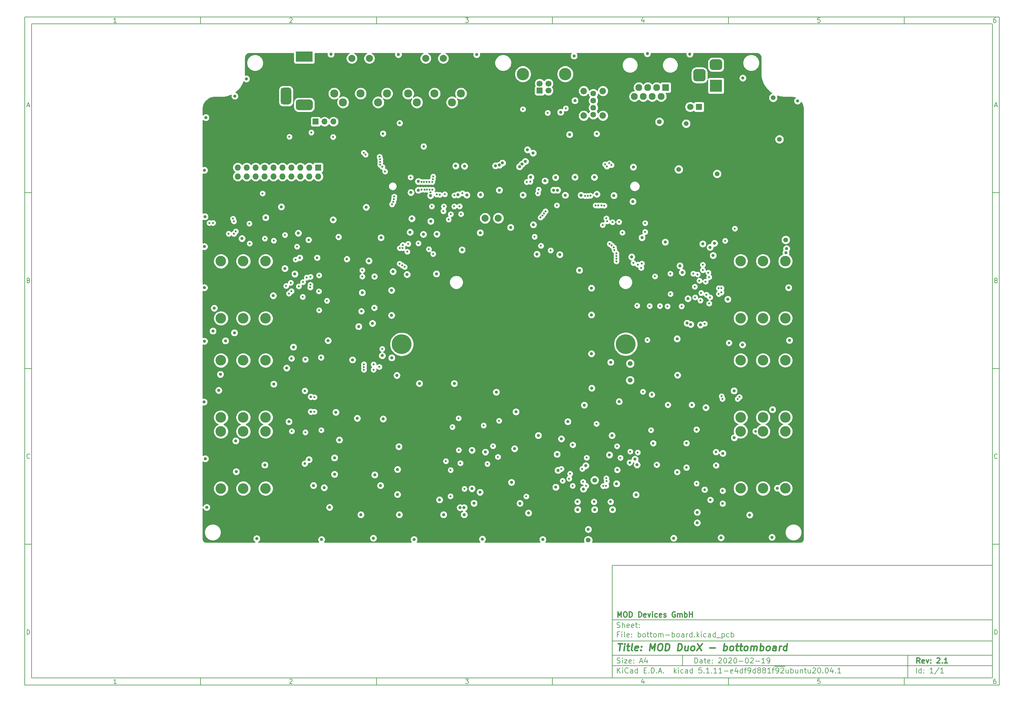
<source format=gbr>
G04 #@! TF.GenerationSoftware,KiCad,Pcbnew,5.1.11-e4df9d881f~92~ubuntu20.04.1*
G04 #@! TF.CreationDate,2021-11-11T13:05:29+01:00*
G04 #@! TF.ProjectId,bottom-board,626f7474-6f6d-42d6-926f-6172642e6b69,2.1*
G04 #@! TF.SameCoordinates,PX48111b4PY15fd6c8*
G04 #@! TF.FileFunction,Copper,L3,Inr*
G04 #@! TF.FilePolarity,Positive*
%FSLAX46Y46*%
G04 Gerber Fmt 4.6, Leading zero omitted, Abs format (unit mm)*
G04 Created by KiCad (PCBNEW 5.1.11-e4df9d881f~92~ubuntu20.04.1) date 2021-11-11 13:05:29*
%MOMM*%
%LPD*%
G01*
G04 APERTURE LIST*
%ADD10C,0.100000*%
%ADD11C,0.150000*%
%ADD12C,0.300000*%
%ADD13C,0.400000*%
G04 #@! TA.AperFunction,ComponentPad*
%ADD14C,2.000000*%
G04 #@! TD*
G04 #@! TA.AperFunction,ComponentPad*
%ADD15C,5.600000*%
G04 #@! TD*
G04 #@! TA.AperFunction,ComponentPad*
%ADD16C,1.800000*%
G04 #@! TD*
G04 #@! TA.AperFunction,ComponentPad*
%ADD17R,1.800000X1.800000*%
G04 #@! TD*
G04 #@! TA.AperFunction,ComponentPad*
%ADD18R,1.727200X1.727200*%
G04 #@! TD*
G04 #@! TA.AperFunction,ComponentPad*
%ADD19O,1.727200X1.727200*%
G04 #@! TD*
G04 #@! TA.AperFunction,ComponentPad*
%ADD20C,3.000000*%
G04 #@! TD*
G04 #@! TA.AperFunction,ComponentPad*
%ADD21R,3.500000X3.500000*%
G04 #@! TD*
G04 #@! TA.AperFunction,ComponentPad*
%ADD22O,1.700000X1.700000*%
G04 #@! TD*
G04 #@! TA.AperFunction,ComponentPad*
%ADD23R,1.700000X1.700000*%
G04 #@! TD*
G04 #@! TA.AperFunction,ComponentPad*
%ADD24C,1.700000*%
G04 #@! TD*
G04 #@! TA.AperFunction,ComponentPad*
%ADD25C,3.500000*%
G04 #@! TD*
G04 #@! TA.AperFunction,ComponentPad*
%ADD26C,1.620000*%
G04 #@! TD*
G04 #@! TA.AperFunction,ComponentPad*
%ADD27C,1.850000*%
G04 #@! TD*
G04 #@! TA.AperFunction,ComponentPad*
%ADD28R,4.800000X3.000000*%
G04 #@! TD*
G04 #@! TA.AperFunction,ComponentPad*
%ADD29C,2.300000*%
G04 #@! TD*
G04 #@! TA.AperFunction,ComponentPad*
%ADD30R,1.960000X1.960000*%
G04 #@! TD*
G04 #@! TA.AperFunction,ComponentPad*
%ADD31C,1.960000*%
G04 #@! TD*
G04 #@! TA.AperFunction,ViaPad*
%ADD32C,0.750000*%
G04 #@! TD*
G04 #@! TA.AperFunction,ViaPad*
%ADD33C,0.600000*%
G04 #@! TD*
G04 #@! TA.AperFunction,ViaPad*
%ADD34C,0.900000*%
G04 #@! TD*
G04 #@! TA.AperFunction,ViaPad*
%ADD35C,1.350000*%
G04 #@! TD*
G04 #@! TA.AperFunction,Conductor*
%ADD36C,0.254000*%
G04 #@! TD*
G04 #@! TA.AperFunction,Conductor*
%ADD37C,0.100000*%
G04 #@! TD*
G04 APERTURE END LIST*
D10*
D11*
X101434660Y-142949080D02*
X101434660Y-174949080D01*
X209434660Y-174949080D01*
X209434660Y-142949080D01*
X101434660Y-142949080D01*
D10*
D11*
X-65567540Y13058120D02*
X-65567540Y-176949080D01*
X211434660Y-176949080D01*
X211434660Y13058120D01*
X-65567540Y13058120D01*
D10*
D11*
X-63567540Y11058120D02*
X-63567540Y-174949080D01*
X209434660Y-174949080D01*
X209434660Y11058120D01*
X-63567540Y11058120D01*
D10*
D11*
X-15567540Y11058120D02*
X-15567540Y13058120D01*
D10*
D11*
X34432460Y11058120D02*
X34432460Y13058120D01*
D10*
D11*
X84432460Y11058120D02*
X84432460Y13058120D01*
D10*
D11*
X134432460Y11058120D02*
X134432460Y13058120D01*
D10*
D11*
X184432460Y11058120D02*
X184432460Y13058120D01*
D10*
D11*
X-39502064Y11470025D02*
X-40244921Y11470025D01*
X-39873493Y11470025D02*
X-39873493Y12770025D01*
X-39997302Y12584311D01*
X-40121112Y12460501D01*
X-40244921Y12398597D01*
D10*
D11*
X9755079Y12646216D02*
X9816983Y12708120D01*
X9940793Y12770025D01*
X10250317Y12770025D01*
X10374126Y12708120D01*
X10436031Y12646216D01*
X10497936Y12522406D01*
X10497936Y12398597D01*
X10436031Y12212882D01*
X9693174Y11470025D01*
X10497936Y11470025D01*
D10*
D11*
X59693174Y12770025D02*
X60497936Y12770025D01*
X60064602Y12274787D01*
X60250317Y12274787D01*
X60374126Y12212882D01*
X60436031Y12150978D01*
X60497936Y12027168D01*
X60497936Y11717644D01*
X60436031Y11593835D01*
X60374126Y11531930D01*
X60250317Y11470025D01*
X59878888Y11470025D01*
X59755079Y11531930D01*
X59693174Y11593835D01*
D10*
D11*
X110374126Y12336692D02*
X110374126Y11470025D01*
X110064602Y12831930D02*
X109755079Y11903359D01*
X110559840Y11903359D01*
D10*
D11*
X160436031Y12770025D02*
X159816983Y12770025D01*
X159755079Y12150978D01*
X159816983Y12212882D01*
X159940793Y12274787D01*
X160250317Y12274787D01*
X160374126Y12212882D01*
X160436031Y12150978D01*
X160497936Y12027168D01*
X160497936Y11717644D01*
X160436031Y11593835D01*
X160374126Y11531930D01*
X160250317Y11470025D01*
X159940793Y11470025D01*
X159816983Y11531930D01*
X159755079Y11593835D01*
D10*
D11*
X210374126Y12770025D02*
X210126507Y12770025D01*
X210002698Y12708120D01*
X209940793Y12646216D01*
X209816983Y12460501D01*
X209755079Y12212882D01*
X209755079Y11717644D01*
X209816983Y11593835D01*
X209878888Y11531930D01*
X210002698Y11470025D01*
X210250317Y11470025D01*
X210374126Y11531930D01*
X210436031Y11593835D01*
X210497936Y11717644D01*
X210497936Y12027168D01*
X210436031Y12150978D01*
X210374126Y12212882D01*
X210250317Y12274787D01*
X210002698Y12274787D01*
X209878888Y12212882D01*
X209816983Y12150978D01*
X209755079Y12027168D01*
D10*
D11*
X-15567540Y-174949080D02*
X-15567540Y-176949080D01*
D10*
D11*
X34432460Y-174949080D02*
X34432460Y-176949080D01*
D10*
D11*
X84432460Y-174949080D02*
X84432460Y-176949080D01*
D10*
D11*
X134432460Y-174949080D02*
X134432460Y-176949080D01*
D10*
D11*
X184432460Y-174949080D02*
X184432460Y-176949080D01*
D10*
D11*
X-39502064Y-176537175D02*
X-40244921Y-176537175D01*
X-39873493Y-176537175D02*
X-39873493Y-175237175D01*
X-39997302Y-175422889D01*
X-40121112Y-175546699D01*
X-40244921Y-175608603D01*
D10*
D11*
X9755079Y-175360984D02*
X9816983Y-175299080D01*
X9940793Y-175237175D01*
X10250317Y-175237175D01*
X10374126Y-175299080D01*
X10436031Y-175360984D01*
X10497936Y-175484794D01*
X10497936Y-175608603D01*
X10436031Y-175794318D01*
X9693174Y-176537175D01*
X10497936Y-176537175D01*
D10*
D11*
X59693174Y-175237175D02*
X60497936Y-175237175D01*
X60064602Y-175732413D01*
X60250317Y-175732413D01*
X60374126Y-175794318D01*
X60436031Y-175856222D01*
X60497936Y-175980032D01*
X60497936Y-176289556D01*
X60436031Y-176413365D01*
X60374126Y-176475270D01*
X60250317Y-176537175D01*
X59878888Y-176537175D01*
X59755079Y-176475270D01*
X59693174Y-176413365D01*
D10*
D11*
X110374126Y-175670508D02*
X110374126Y-176537175D01*
X110064602Y-175175270D02*
X109755079Y-176103841D01*
X110559840Y-176103841D01*
D10*
D11*
X160436031Y-175237175D02*
X159816983Y-175237175D01*
X159755079Y-175856222D01*
X159816983Y-175794318D01*
X159940793Y-175732413D01*
X160250317Y-175732413D01*
X160374126Y-175794318D01*
X160436031Y-175856222D01*
X160497936Y-175980032D01*
X160497936Y-176289556D01*
X160436031Y-176413365D01*
X160374126Y-176475270D01*
X160250317Y-176537175D01*
X159940793Y-176537175D01*
X159816983Y-176475270D01*
X159755079Y-176413365D01*
D10*
D11*
X210374126Y-175237175D02*
X210126507Y-175237175D01*
X210002698Y-175299080D01*
X209940793Y-175360984D01*
X209816983Y-175546699D01*
X209755079Y-175794318D01*
X209755079Y-176289556D01*
X209816983Y-176413365D01*
X209878888Y-176475270D01*
X210002698Y-176537175D01*
X210250317Y-176537175D01*
X210374126Y-176475270D01*
X210436031Y-176413365D01*
X210497936Y-176289556D01*
X210497936Y-175980032D01*
X210436031Y-175856222D01*
X210374126Y-175794318D01*
X210250317Y-175732413D01*
X210002698Y-175732413D01*
X209878888Y-175794318D01*
X209816983Y-175856222D01*
X209755079Y-175980032D01*
D10*
D11*
X-65567540Y-36941880D02*
X-63567540Y-36941880D01*
D10*
D11*
X-65567540Y-86941880D02*
X-63567540Y-86941880D01*
D10*
D11*
X-65567540Y-136941880D02*
X-63567540Y-136941880D01*
D10*
D11*
X-64877064Y-12158546D02*
X-64258017Y-12158546D01*
X-65000874Y-12529975D02*
X-64567540Y-11229975D01*
X-64134207Y-12529975D01*
D10*
D11*
X-64474683Y-61849022D02*
X-64288969Y-61910927D01*
X-64227064Y-61972832D01*
X-64165160Y-62096641D01*
X-64165160Y-62282356D01*
X-64227064Y-62406165D01*
X-64288969Y-62468070D01*
X-64412779Y-62529975D01*
X-64908017Y-62529975D01*
X-64908017Y-61229975D01*
X-64474683Y-61229975D01*
X-64350874Y-61291880D01*
X-64288969Y-61353784D01*
X-64227064Y-61477594D01*
X-64227064Y-61601403D01*
X-64288969Y-61725213D01*
X-64350874Y-61787118D01*
X-64474683Y-61849022D01*
X-64908017Y-61849022D01*
D10*
D11*
X-64165160Y-112406165D02*
X-64227064Y-112468070D01*
X-64412779Y-112529975D01*
X-64536588Y-112529975D01*
X-64722302Y-112468070D01*
X-64846112Y-112344260D01*
X-64908017Y-112220451D01*
X-64969921Y-111972832D01*
X-64969921Y-111787118D01*
X-64908017Y-111539499D01*
X-64846112Y-111415689D01*
X-64722302Y-111291880D01*
X-64536588Y-111229975D01*
X-64412779Y-111229975D01*
X-64227064Y-111291880D01*
X-64165160Y-111353784D01*
D10*
D11*
X-64908017Y-162529975D02*
X-64908017Y-161229975D01*
X-64598493Y-161229975D01*
X-64412779Y-161291880D01*
X-64288969Y-161415689D01*
X-64227064Y-161539499D01*
X-64165160Y-161787118D01*
X-64165160Y-161972832D01*
X-64227064Y-162220451D01*
X-64288969Y-162344260D01*
X-64412779Y-162468070D01*
X-64598493Y-162529975D01*
X-64908017Y-162529975D01*
D10*
D11*
X211434660Y-36941880D02*
X209434660Y-36941880D01*
D10*
D11*
X211434660Y-86941880D02*
X209434660Y-86941880D01*
D10*
D11*
X211434660Y-136941880D02*
X209434660Y-136941880D01*
D10*
D11*
X210125136Y-12158546D02*
X210744183Y-12158546D01*
X210001326Y-12529975D02*
X210434660Y-11229975D01*
X210867993Y-12529975D01*
D10*
D11*
X210527517Y-61849022D02*
X210713231Y-61910927D01*
X210775136Y-61972832D01*
X210837040Y-62096641D01*
X210837040Y-62282356D01*
X210775136Y-62406165D01*
X210713231Y-62468070D01*
X210589421Y-62529975D01*
X210094183Y-62529975D01*
X210094183Y-61229975D01*
X210527517Y-61229975D01*
X210651326Y-61291880D01*
X210713231Y-61353784D01*
X210775136Y-61477594D01*
X210775136Y-61601403D01*
X210713231Y-61725213D01*
X210651326Y-61787118D01*
X210527517Y-61849022D01*
X210094183Y-61849022D01*
D10*
D11*
X210837040Y-112406165D02*
X210775136Y-112468070D01*
X210589421Y-112529975D01*
X210465612Y-112529975D01*
X210279898Y-112468070D01*
X210156088Y-112344260D01*
X210094183Y-112220451D01*
X210032279Y-111972832D01*
X210032279Y-111787118D01*
X210094183Y-111539499D01*
X210156088Y-111415689D01*
X210279898Y-111291880D01*
X210465612Y-111229975D01*
X210589421Y-111229975D01*
X210775136Y-111291880D01*
X210837040Y-111353784D01*
D10*
D11*
X210094183Y-162529975D02*
X210094183Y-161229975D01*
X210403707Y-161229975D01*
X210589421Y-161291880D01*
X210713231Y-161415689D01*
X210775136Y-161539499D01*
X210837040Y-161787118D01*
X210837040Y-161972832D01*
X210775136Y-162220451D01*
X210713231Y-162344260D01*
X210589421Y-162468070D01*
X210403707Y-162529975D01*
X210094183Y-162529975D01*
D10*
D11*
X124866802Y-170727651D02*
X124866802Y-169227651D01*
X125223945Y-169227651D01*
X125438231Y-169299080D01*
X125581088Y-169441937D01*
X125652517Y-169584794D01*
X125723945Y-169870508D01*
X125723945Y-170084794D01*
X125652517Y-170370508D01*
X125581088Y-170513365D01*
X125438231Y-170656222D01*
X125223945Y-170727651D01*
X124866802Y-170727651D01*
X127009660Y-170727651D02*
X127009660Y-169941937D01*
X126938231Y-169799080D01*
X126795374Y-169727651D01*
X126509660Y-169727651D01*
X126366802Y-169799080D01*
X127009660Y-170656222D02*
X126866802Y-170727651D01*
X126509660Y-170727651D01*
X126366802Y-170656222D01*
X126295374Y-170513365D01*
X126295374Y-170370508D01*
X126366802Y-170227651D01*
X126509660Y-170156222D01*
X126866802Y-170156222D01*
X127009660Y-170084794D01*
X127509660Y-169727651D02*
X128081088Y-169727651D01*
X127723945Y-169227651D02*
X127723945Y-170513365D01*
X127795374Y-170656222D01*
X127938231Y-170727651D01*
X128081088Y-170727651D01*
X129152517Y-170656222D02*
X129009660Y-170727651D01*
X128723945Y-170727651D01*
X128581088Y-170656222D01*
X128509660Y-170513365D01*
X128509660Y-169941937D01*
X128581088Y-169799080D01*
X128723945Y-169727651D01*
X129009660Y-169727651D01*
X129152517Y-169799080D01*
X129223945Y-169941937D01*
X129223945Y-170084794D01*
X128509660Y-170227651D01*
X129866802Y-170584794D02*
X129938231Y-170656222D01*
X129866802Y-170727651D01*
X129795374Y-170656222D01*
X129866802Y-170584794D01*
X129866802Y-170727651D01*
X129866802Y-169799080D02*
X129938231Y-169870508D01*
X129866802Y-169941937D01*
X129795374Y-169870508D01*
X129866802Y-169799080D01*
X129866802Y-169941937D01*
X131652517Y-169370508D02*
X131723945Y-169299080D01*
X131866802Y-169227651D01*
X132223945Y-169227651D01*
X132366802Y-169299080D01*
X132438231Y-169370508D01*
X132509660Y-169513365D01*
X132509660Y-169656222D01*
X132438231Y-169870508D01*
X131581088Y-170727651D01*
X132509660Y-170727651D01*
X133438231Y-169227651D02*
X133581088Y-169227651D01*
X133723945Y-169299080D01*
X133795374Y-169370508D01*
X133866802Y-169513365D01*
X133938231Y-169799080D01*
X133938231Y-170156222D01*
X133866802Y-170441937D01*
X133795374Y-170584794D01*
X133723945Y-170656222D01*
X133581088Y-170727651D01*
X133438231Y-170727651D01*
X133295374Y-170656222D01*
X133223945Y-170584794D01*
X133152517Y-170441937D01*
X133081088Y-170156222D01*
X133081088Y-169799080D01*
X133152517Y-169513365D01*
X133223945Y-169370508D01*
X133295374Y-169299080D01*
X133438231Y-169227651D01*
X134509660Y-169370508D02*
X134581088Y-169299080D01*
X134723945Y-169227651D01*
X135081088Y-169227651D01*
X135223945Y-169299080D01*
X135295374Y-169370508D01*
X135366802Y-169513365D01*
X135366802Y-169656222D01*
X135295374Y-169870508D01*
X134438231Y-170727651D01*
X135366802Y-170727651D01*
X136295374Y-169227651D02*
X136438231Y-169227651D01*
X136581088Y-169299080D01*
X136652517Y-169370508D01*
X136723945Y-169513365D01*
X136795374Y-169799080D01*
X136795374Y-170156222D01*
X136723945Y-170441937D01*
X136652517Y-170584794D01*
X136581088Y-170656222D01*
X136438231Y-170727651D01*
X136295374Y-170727651D01*
X136152517Y-170656222D01*
X136081088Y-170584794D01*
X136009660Y-170441937D01*
X135938231Y-170156222D01*
X135938231Y-169799080D01*
X136009660Y-169513365D01*
X136081088Y-169370508D01*
X136152517Y-169299080D01*
X136295374Y-169227651D01*
X137438231Y-170156222D02*
X138581088Y-170156222D01*
X139581088Y-169227651D02*
X139723945Y-169227651D01*
X139866802Y-169299080D01*
X139938231Y-169370508D01*
X140009660Y-169513365D01*
X140081088Y-169799080D01*
X140081088Y-170156222D01*
X140009660Y-170441937D01*
X139938231Y-170584794D01*
X139866802Y-170656222D01*
X139723945Y-170727651D01*
X139581088Y-170727651D01*
X139438231Y-170656222D01*
X139366802Y-170584794D01*
X139295374Y-170441937D01*
X139223945Y-170156222D01*
X139223945Y-169799080D01*
X139295374Y-169513365D01*
X139366802Y-169370508D01*
X139438231Y-169299080D01*
X139581088Y-169227651D01*
X140652517Y-169370508D02*
X140723945Y-169299080D01*
X140866802Y-169227651D01*
X141223945Y-169227651D01*
X141366802Y-169299080D01*
X141438231Y-169370508D01*
X141509660Y-169513365D01*
X141509660Y-169656222D01*
X141438231Y-169870508D01*
X140581088Y-170727651D01*
X141509660Y-170727651D01*
X142152517Y-170156222D02*
X143295374Y-170156222D01*
X144795374Y-170727651D02*
X143938231Y-170727651D01*
X144366802Y-170727651D02*
X144366802Y-169227651D01*
X144223945Y-169441937D01*
X144081088Y-169584794D01*
X143938231Y-169656222D01*
X145509660Y-170727651D02*
X145795374Y-170727651D01*
X145938231Y-170656222D01*
X146009660Y-170584794D01*
X146152517Y-170370508D01*
X146223945Y-170084794D01*
X146223945Y-169513365D01*
X146152517Y-169370508D01*
X146081088Y-169299080D01*
X145938231Y-169227651D01*
X145652517Y-169227651D01*
X145509660Y-169299080D01*
X145438231Y-169370508D01*
X145366802Y-169513365D01*
X145366802Y-169870508D01*
X145438231Y-170013365D01*
X145509660Y-170084794D01*
X145652517Y-170156222D01*
X145938231Y-170156222D01*
X146081088Y-170084794D01*
X146152517Y-170013365D01*
X146223945Y-169870508D01*
D10*
D11*
X101434660Y-171449080D02*
X209434660Y-171449080D01*
D10*
D11*
X102866802Y-173527651D02*
X102866802Y-172027651D01*
X103723945Y-173527651D02*
X103081088Y-172670508D01*
X103723945Y-172027651D02*
X102866802Y-172884794D01*
X104366802Y-173527651D02*
X104366802Y-172527651D01*
X104366802Y-172027651D02*
X104295374Y-172099080D01*
X104366802Y-172170508D01*
X104438231Y-172099080D01*
X104366802Y-172027651D01*
X104366802Y-172170508D01*
X105938231Y-173384794D02*
X105866802Y-173456222D01*
X105652517Y-173527651D01*
X105509660Y-173527651D01*
X105295374Y-173456222D01*
X105152517Y-173313365D01*
X105081088Y-173170508D01*
X105009660Y-172884794D01*
X105009660Y-172670508D01*
X105081088Y-172384794D01*
X105152517Y-172241937D01*
X105295374Y-172099080D01*
X105509660Y-172027651D01*
X105652517Y-172027651D01*
X105866802Y-172099080D01*
X105938231Y-172170508D01*
X107223945Y-173527651D02*
X107223945Y-172741937D01*
X107152517Y-172599080D01*
X107009660Y-172527651D01*
X106723945Y-172527651D01*
X106581088Y-172599080D01*
X107223945Y-173456222D02*
X107081088Y-173527651D01*
X106723945Y-173527651D01*
X106581088Y-173456222D01*
X106509660Y-173313365D01*
X106509660Y-173170508D01*
X106581088Y-173027651D01*
X106723945Y-172956222D01*
X107081088Y-172956222D01*
X107223945Y-172884794D01*
X108581088Y-173527651D02*
X108581088Y-172027651D01*
X108581088Y-173456222D02*
X108438231Y-173527651D01*
X108152517Y-173527651D01*
X108009660Y-173456222D01*
X107938231Y-173384794D01*
X107866802Y-173241937D01*
X107866802Y-172813365D01*
X107938231Y-172670508D01*
X108009660Y-172599080D01*
X108152517Y-172527651D01*
X108438231Y-172527651D01*
X108581088Y-172599080D01*
X110438231Y-172741937D02*
X110938231Y-172741937D01*
X111152517Y-173527651D02*
X110438231Y-173527651D01*
X110438231Y-172027651D01*
X111152517Y-172027651D01*
X111795374Y-173384794D02*
X111866802Y-173456222D01*
X111795374Y-173527651D01*
X111723945Y-173456222D01*
X111795374Y-173384794D01*
X111795374Y-173527651D01*
X112509660Y-173527651D02*
X112509660Y-172027651D01*
X112866802Y-172027651D01*
X113081088Y-172099080D01*
X113223945Y-172241937D01*
X113295374Y-172384794D01*
X113366802Y-172670508D01*
X113366802Y-172884794D01*
X113295374Y-173170508D01*
X113223945Y-173313365D01*
X113081088Y-173456222D01*
X112866802Y-173527651D01*
X112509660Y-173527651D01*
X114009660Y-173384794D02*
X114081088Y-173456222D01*
X114009660Y-173527651D01*
X113938231Y-173456222D01*
X114009660Y-173384794D01*
X114009660Y-173527651D01*
X114652517Y-173099080D02*
X115366802Y-173099080D01*
X114509660Y-173527651D02*
X115009660Y-172027651D01*
X115509660Y-173527651D01*
X116009660Y-173384794D02*
X116081088Y-173456222D01*
X116009660Y-173527651D01*
X115938231Y-173456222D01*
X116009660Y-173384794D01*
X116009660Y-173527651D01*
X119009660Y-173527651D02*
X119009660Y-172027651D01*
X119152517Y-172956222D02*
X119581088Y-173527651D01*
X119581088Y-172527651D02*
X119009660Y-173099080D01*
X120223945Y-173527651D02*
X120223945Y-172527651D01*
X120223945Y-172027651D02*
X120152517Y-172099080D01*
X120223945Y-172170508D01*
X120295374Y-172099080D01*
X120223945Y-172027651D01*
X120223945Y-172170508D01*
X121581088Y-173456222D02*
X121438231Y-173527651D01*
X121152517Y-173527651D01*
X121009660Y-173456222D01*
X120938231Y-173384794D01*
X120866802Y-173241937D01*
X120866802Y-172813365D01*
X120938231Y-172670508D01*
X121009660Y-172599080D01*
X121152517Y-172527651D01*
X121438231Y-172527651D01*
X121581088Y-172599080D01*
X122866802Y-173527651D02*
X122866802Y-172741937D01*
X122795374Y-172599080D01*
X122652517Y-172527651D01*
X122366802Y-172527651D01*
X122223945Y-172599080D01*
X122866802Y-173456222D02*
X122723945Y-173527651D01*
X122366802Y-173527651D01*
X122223945Y-173456222D01*
X122152517Y-173313365D01*
X122152517Y-173170508D01*
X122223945Y-173027651D01*
X122366802Y-172956222D01*
X122723945Y-172956222D01*
X122866802Y-172884794D01*
X124223945Y-173527651D02*
X124223945Y-172027651D01*
X124223945Y-173456222D02*
X124081088Y-173527651D01*
X123795374Y-173527651D01*
X123652517Y-173456222D01*
X123581088Y-173384794D01*
X123509660Y-173241937D01*
X123509660Y-172813365D01*
X123581088Y-172670508D01*
X123652517Y-172599080D01*
X123795374Y-172527651D01*
X124081088Y-172527651D01*
X124223945Y-172599080D01*
X126795374Y-172027651D02*
X126081088Y-172027651D01*
X126009660Y-172741937D01*
X126081088Y-172670508D01*
X126223945Y-172599080D01*
X126581088Y-172599080D01*
X126723945Y-172670508D01*
X126795374Y-172741937D01*
X126866802Y-172884794D01*
X126866802Y-173241937D01*
X126795374Y-173384794D01*
X126723945Y-173456222D01*
X126581088Y-173527651D01*
X126223945Y-173527651D01*
X126081088Y-173456222D01*
X126009660Y-173384794D01*
X127509660Y-173384794D02*
X127581088Y-173456222D01*
X127509660Y-173527651D01*
X127438231Y-173456222D01*
X127509660Y-173384794D01*
X127509660Y-173527651D01*
X129009660Y-173527651D02*
X128152517Y-173527651D01*
X128581088Y-173527651D02*
X128581088Y-172027651D01*
X128438231Y-172241937D01*
X128295374Y-172384794D01*
X128152517Y-172456222D01*
X129652517Y-173384794D02*
X129723945Y-173456222D01*
X129652517Y-173527651D01*
X129581088Y-173456222D01*
X129652517Y-173384794D01*
X129652517Y-173527651D01*
X131152517Y-173527651D02*
X130295374Y-173527651D01*
X130723945Y-173527651D02*
X130723945Y-172027651D01*
X130581088Y-172241937D01*
X130438231Y-172384794D01*
X130295374Y-172456222D01*
X132581088Y-173527651D02*
X131723945Y-173527651D01*
X132152517Y-173527651D02*
X132152517Y-172027651D01*
X132009660Y-172241937D01*
X131866802Y-172384794D01*
X131723945Y-172456222D01*
X133223945Y-172956222D02*
X134366802Y-172956222D01*
X135652517Y-173456222D02*
X135509660Y-173527651D01*
X135223945Y-173527651D01*
X135081088Y-173456222D01*
X135009660Y-173313365D01*
X135009660Y-172741937D01*
X135081088Y-172599080D01*
X135223945Y-172527651D01*
X135509660Y-172527651D01*
X135652517Y-172599080D01*
X135723945Y-172741937D01*
X135723945Y-172884794D01*
X135009660Y-173027651D01*
X137009660Y-172527651D02*
X137009660Y-173527651D01*
X136652517Y-171956222D02*
X136295374Y-173027651D01*
X137223945Y-173027651D01*
X138438231Y-173527651D02*
X138438231Y-172027651D01*
X138438231Y-173456222D02*
X138295374Y-173527651D01*
X138009660Y-173527651D01*
X137866802Y-173456222D01*
X137795374Y-173384794D01*
X137723945Y-173241937D01*
X137723945Y-172813365D01*
X137795374Y-172670508D01*
X137866802Y-172599080D01*
X138009660Y-172527651D01*
X138295374Y-172527651D01*
X138438231Y-172599080D01*
X138938231Y-172527651D02*
X139509660Y-172527651D01*
X139152517Y-173527651D02*
X139152517Y-172241937D01*
X139223945Y-172099080D01*
X139366802Y-172027651D01*
X139509660Y-172027651D01*
X140081088Y-173527651D02*
X140366802Y-173527651D01*
X140509660Y-173456222D01*
X140581088Y-173384794D01*
X140723945Y-173170508D01*
X140795374Y-172884794D01*
X140795374Y-172313365D01*
X140723945Y-172170508D01*
X140652517Y-172099080D01*
X140509660Y-172027651D01*
X140223945Y-172027651D01*
X140081088Y-172099080D01*
X140009660Y-172170508D01*
X139938231Y-172313365D01*
X139938231Y-172670508D01*
X140009660Y-172813365D01*
X140081088Y-172884794D01*
X140223945Y-172956222D01*
X140509660Y-172956222D01*
X140652517Y-172884794D01*
X140723945Y-172813365D01*
X140795374Y-172670508D01*
X142081088Y-173527651D02*
X142081088Y-172027651D01*
X142081088Y-173456222D02*
X141938231Y-173527651D01*
X141652517Y-173527651D01*
X141509660Y-173456222D01*
X141438231Y-173384794D01*
X141366802Y-173241937D01*
X141366802Y-172813365D01*
X141438231Y-172670508D01*
X141509660Y-172599080D01*
X141652517Y-172527651D01*
X141938231Y-172527651D01*
X142081088Y-172599080D01*
X143009660Y-172670508D02*
X142866802Y-172599080D01*
X142795374Y-172527651D01*
X142723945Y-172384794D01*
X142723945Y-172313365D01*
X142795374Y-172170508D01*
X142866802Y-172099080D01*
X143009660Y-172027651D01*
X143295374Y-172027651D01*
X143438231Y-172099080D01*
X143509660Y-172170508D01*
X143581088Y-172313365D01*
X143581088Y-172384794D01*
X143509660Y-172527651D01*
X143438231Y-172599080D01*
X143295374Y-172670508D01*
X143009660Y-172670508D01*
X142866802Y-172741937D01*
X142795374Y-172813365D01*
X142723945Y-172956222D01*
X142723945Y-173241937D01*
X142795374Y-173384794D01*
X142866802Y-173456222D01*
X143009660Y-173527651D01*
X143295374Y-173527651D01*
X143438231Y-173456222D01*
X143509660Y-173384794D01*
X143581088Y-173241937D01*
X143581088Y-172956222D01*
X143509660Y-172813365D01*
X143438231Y-172741937D01*
X143295374Y-172670508D01*
X144438231Y-172670508D02*
X144295374Y-172599080D01*
X144223945Y-172527651D01*
X144152517Y-172384794D01*
X144152517Y-172313365D01*
X144223945Y-172170508D01*
X144295374Y-172099080D01*
X144438231Y-172027651D01*
X144723945Y-172027651D01*
X144866802Y-172099080D01*
X144938231Y-172170508D01*
X145009660Y-172313365D01*
X145009660Y-172384794D01*
X144938231Y-172527651D01*
X144866802Y-172599080D01*
X144723945Y-172670508D01*
X144438231Y-172670508D01*
X144295374Y-172741937D01*
X144223945Y-172813365D01*
X144152517Y-172956222D01*
X144152517Y-173241937D01*
X144223945Y-173384794D01*
X144295374Y-173456222D01*
X144438231Y-173527651D01*
X144723945Y-173527651D01*
X144866802Y-173456222D01*
X144938231Y-173384794D01*
X145009660Y-173241937D01*
X145009660Y-172956222D01*
X144938231Y-172813365D01*
X144866802Y-172741937D01*
X144723945Y-172670508D01*
X146438231Y-173527651D02*
X145581088Y-173527651D01*
X146009660Y-173527651D02*
X146009660Y-172027651D01*
X145866802Y-172241937D01*
X145723945Y-172384794D01*
X145581088Y-172456222D01*
X146866802Y-172527651D02*
X147438231Y-172527651D01*
X147081088Y-173527651D02*
X147081088Y-172241937D01*
X147152517Y-172099080D01*
X147295374Y-172027651D01*
X147438231Y-172027651D01*
X147581088Y-171619080D02*
X149009660Y-171619080D01*
X148009660Y-173527651D02*
X148295374Y-173527651D01*
X148438231Y-173456222D01*
X148509660Y-173384794D01*
X148652517Y-173170508D01*
X148723945Y-172884794D01*
X148723945Y-172313365D01*
X148652517Y-172170508D01*
X148581088Y-172099080D01*
X148438231Y-172027651D01*
X148152517Y-172027651D01*
X148009660Y-172099080D01*
X147938231Y-172170508D01*
X147866802Y-172313365D01*
X147866802Y-172670508D01*
X147938231Y-172813365D01*
X148009660Y-172884794D01*
X148152517Y-172956222D01*
X148438231Y-172956222D01*
X148581088Y-172884794D01*
X148652517Y-172813365D01*
X148723945Y-172670508D01*
X149009660Y-171619080D02*
X150438231Y-171619080D01*
X149295374Y-172170508D02*
X149366802Y-172099080D01*
X149509660Y-172027651D01*
X149866802Y-172027651D01*
X150009660Y-172099080D01*
X150081088Y-172170508D01*
X150152517Y-172313365D01*
X150152517Y-172456222D01*
X150081088Y-172670508D01*
X149223945Y-173527651D01*
X150152517Y-173527651D01*
X151438231Y-172527651D02*
X151438231Y-173527651D01*
X150795374Y-172527651D02*
X150795374Y-173313365D01*
X150866802Y-173456222D01*
X151009660Y-173527651D01*
X151223945Y-173527651D01*
X151366802Y-173456222D01*
X151438231Y-173384794D01*
X152152517Y-173527651D02*
X152152517Y-172027651D01*
X152152517Y-172599080D02*
X152295374Y-172527651D01*
X152581088Y-172527651D01*
X152723945Y-172599080D01*
X152795374Y-172670508D01*
X152866802Y-172813365D01*
X152866802Y-173241937D01*
X152795374Y-173384794D01*
X152723945Y-173456222D01*
X152581088Y-173527651D01*
X152295374Y-173527651D01*
X152152517Y-173456222D01*
X154152517Y-172527651D02*
X154152517Y-173527651D01*
X153509660Y-172527651D02*
X153509660Y-173313365D01*
X153581088Y-173456222D01*
X153723945Y-173527651D01*
X153938231Y-173527651D01*
X154081088Y-173456222D01*
X154152517Y-173384794D01*
X154866802Y-172527651D02*
X154866802Y-173527651D01*
X154866802Y-172670508D02*
X154938231Y-172599080D01*
X155081088Y-172527651D01*
X155295374Y-172527651D01*
X155438231Y-172599080D01*
X155509660Y-172741937D01*
X155509660Y-173527651D01*
X156009660Y-172527651D02*
X156581088Y-172527651D01*
X156223945Y-172027651D02*
X156223945Y-173313365D01*
X156295374Y-173456222D01*
X156438231Y-173527651D01*
X156581088Y-173527651D01*
X157723945Y-172527651D02*
X157723945Y-173527651D01*
X157081088Y-172527651D02*
X157081088Y-173313365D01*
X157152517Y-173456222D01*
X157295374Y-173527651D01*
X157509660Y-173527651D01*
X157652517Y-173456222D01*
X157723945Y-173384794D01*
X158366802Y-172170508D02*
X158438231Y-172099080D01*
X158581088Y-172027651D01*
X158938231Y-172027651D01*
X159081088Y-172099080D01*
X159152517Y-172170508D01*
X159223945Y-172313365D01*
X159223945Y-172456222D01*
X159152517Y-172670508D01*
X158295374Y-173527651D01*
X159223945Y-173527651D01*
X160152517Y-172027651D02*
X160295374Y-172027651D01*
X160438231Y-172099080D01*
X160509660Y-172170508D01*
X160581088Y-172313365D01*
X160652517Y-172599080D01*
X160652517Y-172956222D01*
X160581088Y-173241937D01*
X160509660Y-173384794D01*
X160438231Y-173456222D01*
X160295374Y-173527651D01*
X160152517Y-173527651D01*
X160009660Y-173456222D01*
X159938231Y-173384794D01*
X159866802Y-173241937D01*
X159795374Y-172956222D01*
X159795374Y-172599080D01*
X159866802Y-172313365D01*
X159938231Y-172170508D01*
X160009660Y-172099080D01*
X160152517Y-172027651D01*
X161295374Y-173384794D02*
X161366802Y-173456222D01*
X161295374Y-173527651D01*
X161223945Y-173456222D01*
X161295374Y-173384794D01*
X161295374Y-173527651D01*
X162295374Y-172027651D02*
X162438231Y-172027651D01*
X162581088Y-172099080D01*
X162652517Y-172170508D01*
X162723945Y-172313365D01*
X162795374Y-172599080D01*
X162795374Y-172956222D01*
X162723945Y-173241937D01*
X162652517Y-173384794D01*
X162581088Y-173456222D01*
X162438231Y-173527651D01*
X162295374Y-173527651D01*
X162152517Y-173456222D01*
X162081088Y-173384794D01*
X162009660Y-173241937D01*
X161938231Y-172956222D01*
X161938231Y-172599080D01*
X162009660Y-172313365D01*
X162081088Y-172170508D01*
X162152517Y-172099080D01*
X162295374Y-172027651D01*
X164081088Y-172527651D02*
X164081088Y-173527651D01*
X163723945Y-171956222D02*
X163366802Y-173027651D01*
X164295374Y-173027651D01*
X164866802Y-173384794D02*
X164938231Y-173456222D01*
X164866802Y-173527651D01*
X164795374Y-173456222D01*
X164866802Y-173384794D01*
X164866802Y-173527651D01*
X166366802Y-173527651D02*
X165509659Y-173527651D01*
X165938231Y-173527651D02*
X165938231Y-172027651D01*
X165795374Y-172241937D01*
X165652517Y-172384794D01*
X165509659Y-172456222D01*
D10*
D11*
X101434660Y-168449080D02*
X209434660Y-168449080D01*
D10*
D12*
X188843945Y-170727651D02*
X188343945Y-170013365D01*
X187986802Y-170727651D02*
X187986802Y-169227651D01*
X188558231Y-169227651D01*
X188701088Y-169299080D01*
X188772517Y-169370508D01*
X188843945Y-169513365D01*
X188843945Y-169727651D01*
X188772517Y-169870508D01*
X188701088Y-169941937D01*
X188558231Y-170013365D01*
X187986802Y-170013365D01*
X190058231Y-170656222D02*
X189915374Y-170727651D01*
X189629660Y-170727651D01*
X189486802Y-170656222D01*
X189415374Y-170513365D01*
X189415374Y-169941937D01*
X189486802Y-169799080D01*
X189629660Y-169727651D01*
X189915374Y-169727651D01*
X190058231Y-169799080D01*
X190129660Y-169941937D01*
X190129660Y-170084794D01*
X189415374Y-170227651D01*
X190629660Y-169727651D02*
X190986802Y-170727651D01*
X191343945Y-169727651D01*
X191915374Y-170584794D02*
X191986802Y-170656222D01*
X191915374Y-170727651D01*
X191843945Y-170656222D01*
X191915374Y-170584794D01*
X191915374Y-170727651D01*
X191915374Y-169799080D02*
X191986802Y-169870508D01*
X191915374Y-169941937D01*
X191843945Y-169870508D01*
X191915374Y-169799080D01*
X191915374Y-169941937D01*
X193701088Y-169370508D02*
X193772517Y-169299080D01*
X193915374Y-169227651D01*
X194272517Y-169227651D01*
X194415374Y-169299080D01*
X194486802Y-169370508D01*
X194558231Y-169513365D01*
X194558231Y-169656222D01*
X194486802Y-169870508D01*
X193629660Y-170727651D01*
X194558231Y-170727651D01*
X195201088Y-170584794D02*
X195272517Y-170656222D01*
X195201088Y-170727651D01*
X195129660Y-170656222D01*
X195201088Y-170584794D01*
X195201088Y-170727651D01*
X196701088Y-170727651D02*
X195843945Y-170727651D01*
X196272517Y-170727651D02*
X196272517Y-169227651D01*
X196129660Y-169441937D01*
X195986802Y-169584794D01*
X195843945Y-169656222D01*
D10*
D11*
X102795374Y-170656222D02*
X103009660Y-170727651D01*
X103366802Y-170727651D01*
X103509660Y-170656222D01*
X103581088Y-170584794D01*
X103652517Y-170441937D01*
X103652517Y-170299080D01*
X103581088Y-170156222D01*
X103509660Y-170084794D01*
X103366802Y-170013365D01*
X103081088Y-169941937D01*
X102938231Y-169870508D01*
X102866802Y-169799080D01*
X102795374Y-169656222D01*
X102795374Y-169513365D01*
X102866802Y-169370508D01*
X102938231Y-169299080D01*
X103081088Y-169227651D01*
X103438231Y-169227651D01*
X103652517Y-169299080D01*
X104295374Y-170727651D02*
X104295374Y-169727651D01*
X104295374Y-169227651D02*
X104223945Y-169299080D01*
X104295374Y-169370508D01*
X104366802Y-169299080D01*
X104295374Y-169227651D01*
X104295374Y-169370508D01*
X104866802Y-169727651D02*
X105652517Y-169727651D01*
X104866802Y-170727651D01*
X105652517Y-170727651D01*
X106795374Y-170656222D02*
X106652517Y-170727651D01*
X106366802Y-170727651D01*
X106223945Y-170656222D01*
X106152517Y-170513365D01*
X106152517Y-169941937D01*
X106223945Y-169799080D01*
X106366802Y-169727651D01*
X106652517Y-169727651D01*
X106795374Y-169799080D01*
X106866802Y-169941937D01*
X106866802Y-170084794D01*
X106152517Y-170227651D01*
X107509660Y-170584794D02*
X107581088Y-170656222D01*
X107509660Y-170727651D01*
X107438231Y-170656222D01*
X107509660Y-170584794D01*
X107509660Y-170727651D01*
X107509660Y-169799080D02*
X107581088Y-169870508D01*
X107509660Y-169941937D01*
X107438231Y-169870508D01*
X107509660Y-169799080D01*
X107509660Y-169941937D01*
X109295374Y-170299080D02*
X110009660Y-170299080D01*
X109152517Y-170727651D02*
X109652517Y-169227651D01*
X110152517Y-170727651D01*
X111295374Y-169727651D02*
X111295374Y-170727651D01*
X110938231Y-169156222D02*
X110581088Y-170227651D01*
X111509660Y-170227651D01*
D10*
D11*
X187866802Y-173527651D02*
X187866802Y-172027651D01*
X189223945Y-173527651D02*
X189223945Y-172027651D01*
X189223945Y-173456222D02*
X189081088Y-173527651D01*
X188795374Y-173527651D01*
X188652517Y-173456222D01*
X188581088Y-173384794D01*
X188509660Y-173241937D01*
X188509660Y-172813365D01*
X188581088Y-172670508D01*
X188652517Y-172599080D01*
X188795374Y-172527651D01*
X189081088Y-172527651D01*
X189223945Y-172599080D01*
X189938231Y-173384794D02*
X190009660Y-173456222D01*
X189938231Y-173527651D01*
X189866802Y-173456222D01*
X189938231Y-173384794D01*
X189938231Y-173527651D01*
X189938231Y-172599080D02*
X190009660Y-172670508D01*
X189938231Y-172741937D01*
X189866802Y-172670508D01*
X189938231Y-172599080D01*
X189938231Y-172741937D01*
X192581088Y-173527651D02*
X191723945Y-173527651D01*
X192152517Y-173527651D02*
X192152517Y-172027651D01*
X192009660Y-172241937D01*
X191866802Y-172384794D01*
X191723945Y-172456222D01*
X194295374Y-171956222D02*
X193009660Y-173884794D01*
X195581088Y-173527651D02*
X194723945Y-173527651D01*
X195152517Y-173527651D02*
X195152517Y-172027651D01*
X195009660Y-172241937D01*
X194866802Y-172384794D01*
X194723945Y-172456222D01*
D10*
D11*
X101434660Y-164449080D02*
X209434660Y-164449080D01*
D10*
D13*
X103147040Y-165153841D02*
X104289898Y-165153841D01*
X103468469Y-167153841D02*
X103718469Y-165153841D01*
X104706564Y-167153841D02*
X104873231Y-165820508D01*
X104956564Y-165153841D02*
X104849421Y-165249080D01*
X104932755Y-165344318D01*
X105039898Y-165249080D01*
X104956564Y-165153841D01*
X104932755Y-165344318D01*
X105539898Y-165820508D02*
X106301802Y-165820508D01*
X105908945Y-165153841D02*
X105694660Y-166868127D01*
X105766088Y-167058603D01*
X105944660Y-167153841D01*
X106135136Y-167153841D01*
X107087517Y-167153841D02*
X106908945Y-167058603D01*
X106837517Y-166868127D01*
X107051802Y-165153841D01*
X108623231Y-167058603D02*
X108420850Y-167153841D01*
X108039898Y-167153841D01*
X107861326Y-167058603D01*
X107789898Y-166868127D01*
X107885136Y-166106222D01*
X108004183Y-165915746D01*
X108206564Y-165820508D01*
X108587517Y-165820508D01*
X108766088Y-165915746D01*
X108837517Y-166106222D01*
X108813707Y-166296699D01*
X107837517Y-166487175D01*
X109587517Y-166963365D02*
X109670850Y-167058603D01*
X109563707Y-167153841D01*
X109480374Y-167058603D01*
X109587517Y-166963365D01*
X109563707Y-167153841D01*
X109718469Y-165915746D02*
X109801802Y-166010984D01*
X109694660Y-166106222D01*
X109611326Y-166010984D01*
X109718469Y-165915746D01*
X109694660Y-166106222D01*
X112039898Y-167153841D02*
X112289898Y-165153841D01*
X112777993Y-166582413D01*
X113623231Y-165153841D01*
X113373231Y-167153841D01*
X114956564Y-165153841D02*
X115337517Y-165153841D01*
X115516088Y-165249080D01*
X115682755Y-165439556D01*
X115730374Y-165820508D01*
X115647040Y-166487175D01*
X115504183Y-166868127D01*
X115289898Y-167058603D01*
X115087517Y-167153841D01*
X114706564Y-167153841D01*
X114527993Y-167058603D01*
X114361326Y-166868127D01*
X114313707Y-166487175D01*
X114397040Y-165820508D01*
X114539898Y-165439556D01*
X114754183Y-165249080D01*
X114956564Y-165153841D01*
X116420850Y-167153841D02*
X116670850Y-165153841D01*
X117147040Y-165153841D01*
X117420850Y-165249080D01*
X117587517Y-165439556D01*
X117658945Y-165630032D01*
X117706564Y-166010984D01*
X117670850Y-166296699D01*
X117527993Y-166677651D01*
X117408945Y-166868127D01*
X117194660Y-167058603D01*
X116897040Y-167153841D01*
X116420850Y-167153841D01*
X119944660Y-167153841D02*
X120194660Y-165153841D01*
X120670850Y-165153841D01*
X120944660Y-165249080D01*
X121111326Y-165439556D01*
X121182755Y-165630032D01*
X121230374Y-166010984D01*
X121194660Y-166296699D01*
X121051802Y-166677651D01*
X120932755Y-166868127D01*
X120718469Y-167058603D01*
X120420850Y-167153841D01*
X119944660Y-167153841D01*
X122968469Y-165820508D02*
X122801802Y-167153841D01*
X122111326Y-165820508D02*
X121980374Y-166868127D01*
X122051802Y-167058603D01*
X122230374Y-167153841D01*
X122516088Y-167153841D01*
X122718469Y-167058603D01*
X122825612Y-166963365D01*
X124039898Y-167153841D02*
X123861326Y-167058603D01*
X123777993Y-166963365D01*
X123706564Y-166772889D01*
X123777993Y-166201460D01*
X123897040Y-166010984D01*
X124004183Y-165915746D01*
X124206564Y-165820508D01*
X124492279Y-165820508D01*
X124670850Y-165915746D01*
X124754183Y-166010984D01*
X124825612Y-166201460D01*
X124754183Y-166772889D01*
X124635136Y-166963365D01*
X124527993Y-167058603D01*
X124325612Y-167153841D01*
X124039898Y-167153841D01*
X125623231Y-165153841D02*
X126706564Y-167153841D01*
X126956564Y-165153841D02*
X125373231Y-167153841D01*
X129087517Y-166391937D02*
X130611326Y-166391937D01*
X132992279Y-167153841D02*
X133242279Y-165153841D01*
X133147040Y-165915746D02*
X133349421Y-165820508D01*
X133730374Y-165820508D01*
X133908945Y-165915746D01*
X133992279Y-166010984D01*
X134063707Y-166201460D01*
X133992279Y-166772889D01*
X133873231Y-166963365D01*
X133766088Y-167058603D01*
X133563707Y-167153841D01*
X133182755Y-167153841D01*
X133004183Y-167058603D01*
X135087517Y-167153841D02*
X134908945Y-167058603D01*
X134825612Y-166963365D01*
X134754183Y-166772889D01*
X134825612Y-166201460D01*
X134944660Y-166010984D01*
X135051802Y-165915746D01*
X135254183Y-165820508D01*
X135539898Y-165820508D01*
X135718469Y-165915746D01*
X135801802Y-166010984D01*
X135873231Y-166201460D01*
X135801802Y-166772889D01*
X135682755Y-166963365D01*
X135575612Y-167058603D01*
X135373231Y-167153841D01*
X135087517Y-167153841D01*
X136492279Y-165820508D02*
X137254183Y-165820508D01*
X136861326Y-165153841D02*
X136647040Y-166868127D01*
X136718469Y-167058603D01*
X136897040Y-167153841D01*
X137087517Y-167153841D01*
X137635136Y-165820508D02*
X138397040Y-165820508D01*
X138004183Y-165153841D02*
X137789898Y-166868127D01*
X137861326Y-167058603D01*
X138039898Y-167153841D01*
X138230374Y-167153841D01*
X139182755Y-167153841D02*
X139004183Y-167058603D01*
X138920850Y-166963365D01*
X138849421Y-166772889D01*
X138920850Y-166201460D01*
X139039898Y-166010984D01*
X139147040Y-165915746D01*
X139349421Y-165820508D01*
X139635136Y-165820508D01*
X139813707Y-165915746D01*
X139897040Y-166010984D01*
X139968469Y-166201460D01*
X139897040Y-166772889D01*
X139777993Y-166963365D01*
X139670850Y-167058603D01*
X139468469Y-167153841D01*
X139182755Y-167153841D01*
X140706564Y-167153841D02*
X140873231Y-165820508D01*
X140849421Y-166010984D02*
X140956564Y-165915746D01*
X141158945Y-165820508D01*
X141444660Y-165820508D01*
X141623231Y-165915746D01*
X141694660Y-166106222D01*
X141563707Y-167153841D01*
X141694660Y-166106222D02*
X141813707Y-165915746D01*
X142016088Y-165820508D01*
X142301802Y-165820508D01*
X142480374Y-165915746D01*
X142551802Y-166106222D01*
X142420850Y-167153841D01*
X143373231Y-167153841D02*
X143623231Y-165153841D01*
X143527993Y-165915746D02*
X143730374Y-165820508D01*
X144111326Y-165820508D01*
X144289898Y-165915746D01*
X144373231Y-166010984D01*
X144444660Y-166201460D01*
X144373231Y-166772889D01*
X144254183Y-166963365D01*
X144147040Y-167058603D01*
X143944660Y-167153841D01*
X143563707Y-167153841D01*
X143385136Y-167058603D01*
X145468469Y-167153841D02*
X145289898Y-167058603D01*
X145206564Y-166963365D01*
X145135136Y-166772889D01*
X145206564Y-166201460D01*
X145325612Y-166010984D01*
X145432755Y-165915746D01*
X145635136Y-165820508D01*
X145920850Y-165820508D01*
X146099421Y-165915746D01*
X146182755Y-166010984D01*
X146254183Y-166201460D01*
X146182755Y-166772889D01*
X146063707Y-166963365D01*
X145956564Y-167058603D01*
X145754183Y-167153841D01*
X145468469Y-167153841D01*
X147849421Y-167153841D02*
X147980374Y-166106222D01*
X147908945Y-165915746D01*
X147730374Y-165820508D01*
X147349421Y-165820508D01*
X147147040Y-165915746D01*
X147861326Y-167058603D02*
X147658945Y-167153841D01*
X147182755Y-167153841D01*
X147004183Y-167058603D01*
X146932755Y-166868127D01*
X146956564Y-166677651D01*
X147075612Y-166487175D01*
X147277993Y-166391937D01*
X147754183Y-166391937D01*
X147956564Y-166296699D01*
X148801802Y-167153841D02*
X148968469Y-165820508D01*
X148920850Y-166201460D02*
X149039898Y-166010984D01*
X149147040Y-165915746D01*
X149349421Y-165820508D01*
X149539898Y-165820508D01*
X150897040Y-167153841D02*
X151147040Y-165153841D01*
X150908945Y-167058603D02*
X150706564Y-167153841D01*
X150325612Y-167153841D01*
X150147040Y-167058603D01*
X150063707Y-166963365D01*
X149992279Y-166772889D01*
X150063707Y-166201460D01*
X150182755Y-166010984D01*
X150289898Y-165915746D01*
X150492279Y-165820508D01*
X150873231Y-165820508D01*
X151051802Y-165915746D01*
D10*
D11*
X103366802Y-162541937D02*
X102866802Y-162541937D01*
X102866802Y-163327651D02*
X102866802Y-161827651D01*
X103581088Y-161827651D01*
X104152517Y-163327651D02*
X104152517Y-162327651D01*
X104152517Y-161827651D02*
X104081088Y-161899080D01*
X104152517Y-161970508D01*
X104223945Y-161899080D01*
X104152517Y-161827651D01*
X104152517Y-161970508D01*
X105081088Y-163327651D02*
X104938231Y-163256222D01*
X104866802Y-163113365D01*
X104866802Y-161827651D01*
X106223945Y-163256222D02*
X106081088Y-163327651D01*
X105795374Y-163327651D01*
X105652517Y-163256222D01*
X105581088Y-163113365D01*
X105581088Y-162541937D01*
X105652517Y-162399080D01*
X105795374Y-162327651D01*
X106081088Y-162327651D01*
X106223945Y-162399080D01*
X106295374Y-162541937D01*
X106295374Y-162684794D01*
X105581088Y-162827651D01*
X106938231Y-163184794D02*
X107009660Y-163256222D01*
X106938231Y-163327651D01*
X106866802Y-163256222D01*
X106938231Y-163184794D01*
X106938231Y-163327651D01*
X106938231Y-162399080D02*
X107009660Y-162470508D01*
X106938231Y-162541937D01*
X106866802Y-162470508D01*
X106938231Y-162399080D01*
X106938231Y-162541937D01*
X108795374Y-163327651D02*
X108795374Y-161827651D01*
X108795374Y-162399080D02*
X108938231Y-162327651D01*
X109223945Y-162327651D01*
X109366802Y-162399080D01*
X109438231Y-162470508D01*
X109509660Y-162613365D01*
X109509660Y-163041937D01*
X109438231Y-163184794D01*
X109366802Y-163256222D01*
X109223945Y-163327651D01*
X108938231Y-163327651D01*
X108795374Y-163256222D01*
X110366802Y-163327651D02*
X110223945Y-163256222D01*
X110152517Y-163184794D01*
X110081088Y-163041937D01*
X110081088Y-162613365D01*
X110152517Y-162470508D01*
X110223945Y-162399080D01*
X110366802Y-162327651D01*
X110581088Y-162327651D01*
X110723945Y-162399080D01*
X110795374Y-162470508D01*
X110866802Y-162613365D01*
X110866802Y-163041937D01*
X110795374Y-163184794D01*
X110723945Y-163256222D01*
X110581088Y-163327651D01*
X110366802Y-163327651D01*
X111295374Y-162327651D02*
X111866802Y-162327651D01*
X111509660Y-161827651D02*
X111509660Y-163113365D01*
X111581088Y-163256222D01*
X111723945Y-163327651D01*
X111866802Y-163327651D01*
X112152517Y-162327651D02*
X112723945Y-162327651D01*
X112366802Y-161827651D02*
X112366802Y-163113365D01*
X112438231Y-163256222D01*
X112581088Y-163327651D01*
X112723945Y-163327651D01*
X113438231Y-163327651D02*
X113295374Y-163256222D01*
X113223945Y-163184794D01*
X113152517Y-163041937D01*
X113152517Y-162613365D01*
X113223945Y-162470508D01*
X113295374Y-162399080D01*
X113438231Y-162327651D01*
X113652517Y-162327651D01*
X113795374Y-162399080D01*
X113866802Y-162470508D01*
X113938231Y-162613365D01*
X113938231Y-163041937D01*
X113866802Y-163184794D01*
X113795374Y-163256222D01*
X113652517Y-163327651D01*
X113438231Y-163327651D01*
X114581088Y-163327651D02*
X114581088Y-162327651D01*
X114581088Y-162470508D02*
X114652517Y-162399080D01*
X114795374Y-162327651D01*
X115009660Y-162327651D01*
X115152517Y-162399080D01*
X115223945Y-162541937D01*
X115223945Y-163327651D01*
X115223945Y-162541937D02*
X115295374Y-162399080D01*
X115438231Y-162327651D01*
X115652517Y-162327651D01*
X115795374Y-162399080D01*
X115866802Y-162541937D01*
X115866802Y-163327651D01*
X116581088Y-162756222D02*
X117723945Y-162756222D01*
X118438231Y-163327651D02*
X118438231Y-161827651D01*
X118438231Y-162399080D02*
X118581088Y-162327651D01*
X118866802Y-162327651D01*
X119009660Y-162399080D01*
X119081088Y-162470508D01*
X119152517Y-162613365D01*
X119152517Y-163041937D01*
X119081088Y-163184794D01*
X119009660Y-163256222D01*
X118866802Y-163327651D01*
X118581088Y-163327651D01*
X118438231Y-163256222D01*
X120009660Y-163327651D02*
X119866802Y-163256222D01*
X119795374Y-163184794D01*
X119723945Y-163041937D01*
X119723945Y-162613365D01*
X119795374Y-162470508D01*
X119866802Y-162399080D01*
X120009660Y-162327651D01*
X120223945Y-162327651D01*
X120366802Y-162399080D01*
X120438231Y-162470508D01*
X120509660Y-162613365D01*
X120509660Y-163041937D01*
X120438231Y-163184794D01*
X120366802Y-163256222D01*
X120223945Y-163327651D01*
X120009660Y-163327651D01*
X121795374Y-163327651D02*
X121795374Y-162541937D01*
X121723945Y-162399080D01*
X121581088Y-162327651D01*
X121295374Y-162327651D01*
X121152517Y-162399080D01*
X121795374Y-163256222D02*
X121652517Y-163327651D01*
X121295374Y-163327651D01*
X121152517Y-163256222D01*
X121081088Y-163113365D01*
X121081088Y-162970508D01*
X121152517Y-162827651D01*
X121295374Y-162756222D01*
X121652517Y-162756222D01*
X121795374Y-162684794D01*
X122509660Y-163327651D02*
X122509660Y-162327651D01*
X122509660Y-162613365D02*
X122581088Y-162470508D01*
X122652517Y-162399080D01*
X122795374Y-162327651D01*
X122938231Y-162327651D01*
X124081088Y-163327651D02*
X124081088Y-161827651D01*
X124081088Y-163256222D02*
X123938231Y-163327651D01*
X123652517Y-163327651D01*
X123509660Y-163256222D01*
X123438231Y-163184794D01*
X123366802Y-163041937D01*
X123366802Y-162613365D01*
X123438231Y-162470508D01*
X123509660Y-162399080D01*
X123652517Y-162327651D01*
X123938231Y-162327651D01*
X124081088Y-162399080D01*
X124795374Y-163184794D02*
X124866802Y-163256222D01*
X124795374Y-163327651D01*
X124723945Y-163256222D01*
X124795374Y-163184794D01*
X124795374Y-163327651D01*
X125509660Y-163327651D02*
X125509660Y-161827651D01*
X125652517Y-162756222D02*
X126081088Y-163327651D01*
X126081088Y-162327651D02*
X125509660Y-162899080D01*
X126723945Y-163327651D02*
X126723945Y-162327651D01*
X126723945Y-161827651D02*
X126652517Y-161899080D01*
X126723945Y-161970508D01*
X126795374Y-161899080D01*
X126723945Y-161827651D01*
X126723945Y-161970508D01*
X128081088Y-163256222D02*
X127938231Y-163327651D01*
X127652517Y-163327651D01*
X127509660Y-163256222D01*
X127438231Y-163184794D01*
X127366802Y-163041937D01*
X127366802Y-162613365D01*
X127438231Y-162470508D01*
X127509660Y-162399080D01*
X127652517Y-162327651D01*
X127938231Y-162327651D01*
X128081088Y-162399080D01*
X129366802Y-163327651D02*
X129366802Y-162541937D01*
X129295374Y-162399080D01*
X129152517Y-162327651D01*
X128866802Y-162327651D01*
X128723945Y-162399080D01*
X129366802Y-163256222D02*
X129223945Y-163327651D01*
X128866802Y-163327651D01*
X128723945Y-163256222D01*
X128652517Y-163113365D01*
X128652517Y-162970508D01*
X128723945Y-162827651D01*
X128866802Y-162756222D01*
X129223945Y-162756222D01*
X129366802Y-162684794D01*
X130723945Y-163327651D02*
X130723945Y-161827651D01*
X130723945Y-163256222D02*
X130581088Y-163327651D01*
X130295374Y-163327651D01*
X130152517Y-163256222D01*
X130081088Y-163184794D01*
X130009660Y-163041937D01*
X130009660Y-162613365D01*
X130081088Y-162470508D01*
X130152517Y-162399080D01*
X130295374Y-162327651D01*
X130581088Y-162327651D01*
X130723945Y-162399080D01*
X131081088Y-163470508D02*
X132223945Y-163470508D01*
X132581088Y-162327651D02*
X132581088Y-163827651D01*
X132581088Y-162399080D02*
X132723945Y-162327651D01*
X133009660Y-162327651D01*
X133152517Y-162399080D01*
X133223945Y-162470508D01*
X133295374Y-162613365D01*
X133295374Y-163041937D01*
X133223945Y-163184794D01*
X133152517Y-163256222D01*
X133009660Y-163327651D01*
X132723945Y-163327651D01*
X132581088Y-163256222D01*
X134581088Y-163256222D02*
X134438231Y-163327651D01*
X134152517Y-163327651D01*
X134009660Y-163256222D01*
X133938231Y-163184794D01*
X133866802Y-163041937D01*
X133866802Y-162613365D01*
X133938231Y-162470508D01*
X134009660Y-162399080D01*
X134152517Y-162327651D01*
X134438231Y-162327651D01*
X134581088Y-162399080D01*
X135223945Y-163327651D02*
X135223945Y-161827651D01*
X135223945Y-162399080D02*
X135366802Y-162327651D01*
X135652517Y-162327651D01*
X135795374Y-162399080D01*
X135866802Y-162470508D01*
X135938231Y-162613365D01*
X135938231Y-163041937D01*
X135866802Y-163184794D01*
X135795374Y-163256222D01*
X135652517Y-163327651D01*
X135366802Y-163327651D01*
X135223945Y-163256222D01*
D10*
D11*
X101434660Y-158449080D02*
X209434660Y-158449080D01*
D10*
D11*
X102795374Y-160556222D02*
X103009660Y-160627651D01*
X103366802Y-160627651D01*
X103509660Y-160556222D01*
X103581088Y-160484794D01*
X103652517Y-160341937D01*
X103652517Y-160199080D01*
X103581088Y-160056222D01*
X103509660Y-159984794D01*
X103366802Y-159913365D01*
X103081088Y-159841937D01*
X102938231Y-159770508D01*
X102866802Y-159699080D01*
X102795374Y-159556222D01*
X102795374Y-159413365D01*
X102866802Y-159270508D01*
X102938231Y-159199080D01*
X103081088Y-159127651D01*
X103438231Y-159127651D01*
X103652517Y-159199080D01*
X104295374Y-160627651D02*
X104295374Y-159127651D01*
X104938231Y-160627651D02*
X104938231Y-159841937D01*
X104866802Y-159699080D01*
X104723945Y-159627651D01*
X104509660Y-159627651D01*
X104366802Y-159699080D01*
X104295374Y-159770508D01*
X106223945Y-160556222D02*
X106081088Y-160627651D01*
X105795374Y-160627651D01*
X105652517Y-160556222D01*
X105581088Y-160413365D01*
X105581088Y-159841937D01*
X105652517Y-159699080D01*
X105795374Y-159627651D01*
X106081088Y-159627651D01*
X106223945Y-159699080D01*
X106295374Y-159841937D01*
X106295374Y-159984794D01*
X105581088Y-160127651D01*
X107509660Y-160556222D02*
X107366802Y-160627651D01*
X107081088Y-160627651D01*
X106938231Y-160556222D01*
X106866802Y-160413365D01*
X106866802Y-159841937D01*
X106938231Y-159699080D01*
X107081088Y-159627651D01*
X107366802Y-159627651D01*
X107509660Y-159699080D01*
X107581088Y-159841937D01*
X107581088Y-159984794D01*
X106866802Y-160127651D01*
X108009660Y-159627651D02*
X108581088Y-159627651D01*
X108223945Y-159127651D02*
X108223945Y-160413365D01*
X108295374Y-160556222D01*
X108438231Y-160627651D01*
X108581088Y-160627651D01*
X109081088Y-160484794D02*
X109152517Y-160556222D01*
X109081088Y-160627651D01*
X109009660Y-160556222D01*
X109081088Y-160484794D01*
X109081088Y-160627651D01*
X109081088Y-159699080D02*
X109152517Y-159770508D01*
X109081088Y-159841937D01*
X109009660Y-159770508D01*
X109081088Y-159699080D01*
X109081088Y-159841937D01*
D10*
D12*
X102986802Y-157627651D02*
X102986802Y-156127651D01*
X103486802Y-157199080D01*
X103986802Y-156127651D01*
X103986802Y-157627651D01*
X104986802Y-156127651D02*
X105272517Y-156127651D01*
X105415374Y-156199080D01*
X105558231Y-156341937D01*
X105629660Y-156627651D01*
X105629660Y-157127651D01*
X105558231Y-157413365D01*
X105415374Y-157556222D01*
X105272517Y-157627651D01*
X104986802Y-157627651D01*
X104843945Y-157556222D01*
X104701088Y-157413365D01*
X104629660Y-157127651D01*
X104629660Y-156627651D01*
X104701088Y-156341937D01*
X104843945Y-156199080D01*
X104986802Y-156127651D01*
X106272517Y-157627651D02*
X106272517Y-156127651D01*
X106629660Y-156127651D01*
X106843945Y-156199080D01*
X106986802Y-156341937D01*
X107058231Y-156484794D01*
X107129660Y-156770508D01*
X107129660Y-156984794D01*
X107058231Y-157270508D01*
X106986802Y-157413365D01*
X106843945Y-157556222D01*
X106629660Y-157627651D01*
X106272517Y-157627651D01*
X108915374Y-157627651D02*
X108915374Y-156127651D01*
X109272517Y-156127651D01*
X109486802Y-156199080D01*
X109629660Y-156341937D01*
X109701088Y-156484794D01*
X109772517Y-156770508D01*
X109772517Y-156984794D01*
X109701088Y-157270508D01*
X109629660Y-157413365D01*
X109486802Y-157556222D01*
X109272517Y-157627651D01*
X108915374Y-157627651D01*
X110986802Y-157556222D02*
X110843945Y-157627651D01*
X110558231Y-157627651D01*
X110415374Y-157556222D01*
X110343945Y-157413365D01*
X110343945Y-156841937D01*
X110415374Y-156699080D01*
X110558231Y-156627651D01*
X110843945Y-156627651D01*
X110986802Y-156699080D01*
X111058231Y-156841937D01*
X111058231Y-156984794D01*
X110343945Y-157127651D01*
X111558231Y-156627651D02*
X111915374Y-157627651D01*
X112272517Y-156627651D01*
X112843945Y-157627651D02*
X112843945Y-156627651D01*
X112843945Y-156127651D02*
X112772517Y-156199080D01*
X112843945Y-156270508D01*
X112915374Y-156199080D01*
X112843945Y-156127651D01*
X112843945Y-156270508D01*
X114201088Y-157556222D02*
X114058231Y-157627651D01*
X113772517Y-157627651D01*
X113629660Y-157556222D01*
X113558231Y-157484794D01*
X113486802Y-157341937D01*
X113486802Y-156913365D01*
X113558231Y-156770508D01*
X113629660Y-156699080D01*
X113772517Y-156627651D01*
X114058231Y-156627651D01*
X114201088Y-156699080D01*
X115415374Y-157556222D02*
X115272517Y-157627651D01*
X114986802Y-157627651D01*
X114843945Y-157556222D01*
X114772517Y-157413365D01*
X114772517Y-156841937D01*
X114843945Y-156699080D01*
X114986802Y-156627651D01*
X115272517Y-156627651D01*
X115415374Y-156699080D01*
X115486802Y-156841937D01*
X115486802Y-156984794D01*
X114772517Y-157127651D01*
X116058231Y-157556222D02*
X116201088Y-157627651D01*
X116486802Y-157627651D01*
X116629660Y-157556222D01*
X116701088Y-157413365D01*
X116701088Y-157341937D01*
X116629660Y-157199080D01*
X116486802Y-157127651D01*
X116272517Y-157127651D01*
X116129660Y-157056222D01*
X116058231Y-156913365D01*
X116058231Y-156841937D01*
X116129660Y-156699080D01*
X116272517Y-156627651D01*
X116486802Y-156627651D01*
X116629660Y-156699080D01*
X119272517Y-156199080D02*
X119129660Y-156127651D01*
X118915374Y-156127651D01*
X118701088Y-156199080D01*
X118558231Y-156341937D01*
X118486802Y-156484794D01*
X118415374Y-156770508D01*
X118415374Y-156984794D01*
X118486802Y-157270508D01*
X118558231Y-157413365D01*
X118701088Y-157556222D01*
X118915374Y-157627651D01*
X119058231Y-157627651D01*
X119272517Y-157556222D01*
X119343945Y-157484794D01*
X119343945Y-156984794D01*
X119058231Y-156984794D01*
X119986802Y-157627651D02*
X119986802Y-156627651D01*
X119986802Y-156770508D02*
X120058231Y-156699080D01*
X120201088Y-156627651D01*
X120415374Y-156627651D01*
X120558231Y-156699080D01*
X120629660Y-156841937D01*
X120629660Y-157627651D01*
X120629660Y-156841937D02*
X120701088Y-156699080D01*
X120843945Y-156627651D01*
X121058231Y-156627651D01*
X121201088Y-156699080D01*
X121272517Y-156841937D01*
X121272517Y-157627651D01*
X121986802Y-157627651D02*
X121986802Y-156127651D01*
X121986802Y-156699080D02*
X122129660Y-156627651D01*
X122415374Y-156627651D01*
X122558231Y-156699080D01*
X122629660Y-156770508D01*
X122701088Y-156913365D01*
X122701088Y-157341937D01*
X122629660Y-157484794D01*
X122558231Y-157556222D01*
X122415374Y-157627651D01*
X122129660Y-157627651D01*
X121986802Y-157556222D01*
X123343945Y-157627651D02*
X123343945Y-156127651D01*
X123343945Y-156841937D02*
X124201088Y-156841937D01*
X124201088Y-157627651D02*
X124201088Y-156127651D01*
D10*
D11*
X121434660Y-168449080D02*
X121434660Y-171449080D01*
D10*
D11*
X185434660Y-168449080D02*
X185434660Y-174949080D01*
D14*
X69024500Y-44160440D03*
X65255140Y-44196000D03*
D15*
X41591942Y-80019268D03*
X105249978Y-79971492D03*
D16*
X123562460Y-12531880D03*
D17*
X126062460Y-12531880D03*
D18*
X17840960Y-29769268D03*
D19*
X17840960Y-32309268D03*
X15300960Y-29769268D03*
X15300960Y-32309268D03*
X12760960Y-29769268D03*
X12760960Y-32309268D03*
X10220960Y-29769268D03*
X10220960Y-32309268D03*
X7680960Y-29769268D03*
X7680960Y-32309268D03*
X5140960Y-29769268D03*
X5140960Y-32309268D03*
X2600960Y-29769268D03*
X2600960Y-32309268D03*
X60960Y-29769268D03*
X60960Y-32309268D03*
X-2479040Y-29769268D03*
X-2479040Y-32309268D03*
X-5019040Y-29769268D03*
X-5019040Y-32309268D03*
D20*
X150591942Y-104794268D03*
X137891942Y-104794268D03*
X144241942Y-104794268D03*
X150591942Y-121024268D03*
X137891942Y-121024268D03*
X144241942Y-121024268D03*
X144241942Y-100824268D03*
X137891942Y-100824268D03*
X150591942Y-100824268D03*
X144241942Y-84594268D03*
X137891942Y-84594268D03*
X150591942Y-84594268D03*
X-9808058Y-121044268D03*
X2891942Y-121044268D03*
X-3458058Y-121044268D03*
X-9808058Y-104814268D03*
X2891942Y-104814268D03*
X-3458058Y-104814268D03*
X-9808058Y-100844268D03*
X2891942Y-100844268D03*
X-3458058Y-100844268D03*
X-9808058Y-84614268D03*
X2891942Y-84614268D03*
X-3458058Y-84614268D03*
X150591942Y-56394268D03*
X137891942Y-56394268D03*
X144241942Y-56394268D03*
X150591942Y-72624268D03*
X137891942Y-72624268D03*
X144241942Y-72624268D03*
G04 #@! TA.AperFunction,ComponentPad*
G36*
G01*
X125316942Y-1769268D02*
X127066942Y-1769268D01*
G75*
G02*
X127941942Y-2644268I0J-875000D01*
G01*
X127941942Y-4394268D01*
G75*
G02*
X127066942Y-5269268I-875000J0D01*
G01*
X125316942Y-5269268D01*
G75*
G02*
X124441942Y-4394268I0J875000D01*
G01*
X124441942Y-2644268D01*
G75*
G02*
X125316942Y-1769268I875000J0D01*
G01*
G37*
G04 #@! TD.AperFunction*
G04 #@! TA.AperFunction,ComponentPad*
G36*
G01*
X129891942Y980732D02*
X131891942Y980732D01*
G75*
G02*
X132641942Y230732I0J-750000D01*
G01*
X132641942Y-1269268D01*
G75*
G02*
X131891942Y-2019268I-750000J0D01*
G01*
X129891942Y-2019268D01*
G75*
G02*
X129141942Y-1269268I0J750000D01*
G01*
X129141942Y230732D01*
G75*
G02*
X129891942Y980732I750000J0D01*
G01*
G37*
G04 #@! TD.AperFunction*
D21*
X130891942Y-6519268D03*
D22*
X22191980Y-16720820D03*
X19651980Y-16720820D03*
D23*
X17111980Y-16720820D03*
X80764813Y-7889244D03*
D24*
X83264813Y-7889244D03*
X83264813Y-5889244D03*
X80764813Y-5889244D03*
D25*
X75994813Y-3179244D03*
X88034813Y-3179244D03*
D26*
X96021942Y-8744268D03*
X96021942Y-10744268D03*
X96021942Y-12744268D03*
D27*
X98741942Y-8014268D03*
D26*
X96021942Y-14744268D03*
D27*
X98741942Y-15014268D03*
X93301942Y-8014268D03*
X93301942Y-15014268D03*
D20*
X-9808058Y-72644268D03*
X2891942Y-72644268D03*
X-3458058Y-72644268D03*
X-9808058Y-56414268D03*
X2891942Y-56414268D03*
X-3458058Y-56414268D03*
G04 #@! TA.AperFunction,ComponentPad*
G36*
G01*
X7942760Y-7036017D02*
X9442760Y-7036017D01*
G75*
G02*
X10192760Y-7786017I0J-750000D01*
G01*
X10192760Y-11086017D01*
G75*
G02*
X9442760Y-11836017I-750000J0D01*
G01*
X7942760Y-11836017D01*
G75*
G02*
X7192760Y-11086017I0J750000D01*
G01*
X7192760Y-7786017D01*
G75*
G02*
X7942760Y-7036017I750000J0D01*
G01*
G37*
G04 #@! TD.AperFunction*
G04 #@! TA.AperFunction,ComponentPad*
G36*
G01*
X12242760Y-10436017D02*
X15542760Y-10436017D01*
G75*
G02*
X16292760Y-11186017I0J-750000D01*
G01*
X16292760Y-12686017D01*
G75*
G02*
X15542760Y-13436017I-750000J0D01*
G01*
X12242760Y-13436017D01*
G75*
G02*
X11492760Y-12686017I0J750000D01*
G01*
X11492760Y-11186017D01*
G75*
G02*
X12242760Y-10436017I750000J0D01*
G01*
G37*
G04 #@! TD.AperFunction*
D28*
X13892760Y1763983D03*
D14*
X53392760Y1280732D03*
D29*
X45892760Y-11219268D03*
X43392760Y-8719268D03*
X50892760Y-8719268D03*
X58392760Y-8719268D03*
D14*
X48392760Y1280732D03*
D29*
X55892760Y-11219268D03*
X34892760Y-11219268D03*
D14*
X27392760Y1280732D03*
D29*
X37392760Y-8719268D03*
X29892760Y-8719268D03*
X22392760Y-8719268D03*
X24892760Y-11219268D03*
D14*
X32392760Y1280732D03*
D30*
X116586942Y-6999268D03*
D31*
X115316942Y-9539268D03*
X114046942Y-6999268D03*
X112776942Y-9539268D03*
X111506942Y-6999268D03*
X110236942Y-9539268D03*
X108966942Y-6999268D03*
X107696942Y-9539268D03*
D32*
X106400600Y-113685320D03*
D33*
X30350460Y-60761880D03*
X30350460Y-58983880D03*
D34*
X30350460Y-65333880D03*
X29334460Y-74985880D03*
X107870140Y-112704880D03*
D35*
X106499660Y-85501480D03*
X106494736Y-90256204D03*
D34*
X36040060Y-83266280D03*
X85360793Y-120686547D03*
D33*
X9522460Y-65587880D03*
X8740898Y-63447418D03*
X50499954Y-32345558D03*
X35430460Y-28948380D03*
X50296798Y-36050078D03*
X35463060Y-28186380D03*
X39367460Y-38778180D03*
X53540660Y-40821870D03*
X49794161Y-36834982D03*
X39445973Y-38032299D03*
D34*
X75054460Y-29519880D03*
X69364860Y-29062680D03*
D33*
X96644460Y-40526882D03*
X99387660Y-28859480D03*
X98350240Y-40535418D03*
X100588660Y-28550426D03*
X97473757Y-40559977D03*
X99895660Y-29494480D03*
X99125781Y-40611801D03*
X101191060Y-29069880D03*
X58849260Y-37076380D03*
X30791491Y-25542335D03*
X52384960Y-37520880D03*
X31302960Y-26090880D03*
X38808660Y-40225980D03*
X58023760Y-40797480D03*
X39202360Y-39527480D03*
X50123350Y-40821870D03*
D34*
X84275060Y-37520880D03*
X89481660Y-43794680D03*
D35*
X41081960Y-32821880D03*
X40637460Y-24058880D03*
X41780460Y-4183380D03*
X87944960Y-7612380D03*
X109598460Y-31742380D03*
X40446960Y-36949380D03*
X115059460Y-39298880D03*
D34*
X46288960Y-33730078D03*
X46301660Y-36200078D03*
X93875860Y-114559080D03*
X100606860Y-111485680D03*
D33*
X127932460Y-62191880D03*
X126182460Y-61941880D03*
X127132460Y-58941880D03*
X127138900Y-57420240D03*
X92880180Y-115470940D03*
X86931500Y-115470940D03*
X33571180Y-85730080D03*
X30843220Y-85727540D03*
X99634040Y-120286780D03*
X93124020Y-119156480D03*
X98839020Y-120350280D03*
X94000320Y-120309640D03*
X99804220Y-118971060D03*
X89151460Y-118267480D03*
X99695000Y-118138370D03*
D34*
X85976460Y-115879880D03*
D33*
X87309960Y-118836210D03*
D34*
X77315060Y-24703480D03*
X84774057Y-36200078D03*
D33*
X36842280Y-30891480D03*
X77086460Y-33880078D03*
X80285279Y-37078897D03*
X50238660Y-33880078D03*
X78102460Y-33799780D03*
X80464660Y-36050078D03*
X50412172Y-33109699D03*
X36065460Y-29583380D03*
X128932460Y-68441880D03*
X126440060Y-67581880D03*
X124432460Y-59941880D03*
X128697768Y-59664047D03*
X110741460Y-45572680D03*
X110741460Y-48087280D03*
X16766540Y-99204780D03*
X16766540Y-95102680D03*
X30838140Y-87259160D03*
X33573720Y-87259160D03*
X30843220Y-86497160D03*
X35229042Y-86455762D03*
X18040466Y-64963230D03*
X18083707Y-60439386D03*
X10232460Y-64941880D03*
D34*
X11200225Y-60049315D03*
D33*
X94447508Y-37822256D03*
X101262900Y-51941942D03*
X93698060Y-37851080D03*
X100673470Y-51478180D03*
X95196903Y-37792091D03*
X101838760Y-52468780D03*
X85658960Y-40526882D03*
X102037900Y-53256180D03*
X56487060Y-40821870D03*
X54905343Y-44550857D03*
X58425060Y-42996845D03*
X35463060Y-27436377D03*
X51526860Y-37437382D03*
X35298682Y-26704610D03*
X102580860Y-55695986D03*
X81579042Y-43440015D03*
X102580860Y-54945983D03*
X81995978Y-42816585D03*
X112032460Y-69141880D03*
X114932460Y-69141880D03*
X102580860Y-56445989D03*
X81048711Y-43970346D03*
X102580860Y-54195980D03*
X82433160Y-42207180D03*
D34*
X85824060Y-36200078D03*
X78915260Y-25666459D03*
X76721017Y-28030880D03*
X69314060Y-36200078D03*
D33*
X56550560Y-37698680D03*
X107401360Y-56913780D03*
X53413660Y-42181780D03*
X109814360Y-57073380D03*
X53807360Y-37368480D03*
X108703110Y-57363606D03*
X55509160Y-43045380D03*
X43152060Y-53713380D03*
X50503337Y-54338291D03*
X109636560Y-58292580D03*
X99717860Y-44226480D03*
X103324660Y-45242480D03*
X104264460Y-48290480D03*
X98676461Y-46106080D03*
X99946460Y-45039280D03*
X101470460Y-45318680D03*
X22075406Y-21072917D03*
X15872460Y-19804380D03*
D32*
X122496580Y-115092480D03*
X122496580Y-108155740D03*
D34*
X75740260Y-28783280D03*
X70203060Y-28478480D03*
D33*
X131682460Y-65691880D03*
X131681932Y-64089427D03*
D34*
X129181860Y-52456080D03*
X130451860Y-51313080D03*
D33*
X5204460Y-50569280D03*
X11427460Y-55935880D03*
X2664460Y-49966880D03*
X11808460Y-52252880D03*
X-12067540Y-45521880D03*
X-6385140Y-44321880D03*
X42393903Y-58034490D03*
X41872331Y-51794050D03*
X-6127540Y-45041880D03*
X-13083540Y-45521880D03*
X41697229Y-57579680D03*
X41781458Y-52678861D03*
D34*
X150746460Y-53980080D03*
X150924260Y-52837080D03*
D33*
X-5567540Y-47941880D03*
X40980360Y-57124870D03*
X41031672Y-52696868D03*
X125653659Y-60163079D03*
X129182460Y-66691880D03*
X124932460Y-66691880D03*
X127682460Y-74191880D03*
X128932460Y-60941880D03*
D34*
X123682562Y-74381910D03*
D33*
X13503106Y-62341077D03*
X12316460Y-63555880D03*
X14583375Y-61034670D03*
X15569630Y-63863130D03*
D34*
X5204460Y-91368880D03*
X86932460Y-106941880D03*
X22857460Y-99369880D03*
X16507460Y-120197880D03*
X-2580640Y-4551680D03*
D33*
X83050480Y-14224000D03*
X76019560Y-13169900D03*
D32*
X96987900Y-20170700D03*
X40980360Y-17142460D03*
X36263580Y-20129500D03*
X47815500Y-23756620D03*
D33*
X10032460Y-62541880D03*
X13432460Y-66541880D03*
D35*
X131188460Y-31551880D03*
D33*
X133474460Y-50601880D03*
X136243060Y-47122080D03*
D34*
X-8511540Y-79049880D03*
X-12067540Y-76255880D03*
X90802460Y-10723880D03*
X89278460Y-20375880D03*
X86738460Y-14025880D03*
X130070860Y-54767480D03*
X119834660Y-78465680D03*
X126489460Y-74528379D03*
D35*
X94574360Y-135742680D03*
X147139660Y-9911080D03*
X122400060Y-17277080D03*
X120291860Y-30307280D03*
X114805460Y-16743680D03*
D34*
X107388660Y-29646880D03*
X107261660Y-39425880D03*
X92529660Y-37647880D03*
X88059260Y-37647880D03*
X76045060Y-37597080D03*
X63954660Y-37495480D03*
X60068460Y-37571680D03*
X57579260Y-37495480D03*
X68247260Y-29265880D03*
X59408060Y-29392880D03*
X56918860Y-29316680D03*
X78254860Y-32517080D03*
X82308488Y-33568852D03*
X85290660Y-32593280D03*
X90802460Y-32491680D03*
X96314260Y-32542480D03*
X101883533Y-37726878D03*
X97025460Y-37343080D03*
D33*
X-1742440Y-45699680D03*
D34*
X44460160Y-44302680D03*
X43952160Y-48150780D03*
X47736760Y-48760380D03*
X49819560Y-45039280D03*
X51559460Y-48709580D03*
D33*
X111376460Y-78808580D03*
X43406060Y-51478180D03*
X46314360Y-51325780D03*
X49298860Y-52989480D03*
X44104560Y-32555180D03*
D34*
X49779860Y-37734870D03*
X44193460Y-36860480D03*
D33*
X117904260Y-59974480D03*
X108480860Y-69042280D03*
X117957180Y-65734598D03*
X124851160Y-63644780D03*
X113535460Y-60736480D03*
X79334360Y-49446180D03*
X81137760Y-52011580D03*
X83893660Y-53345080D03*
D34*
X88770460Y-102036880D03*
X93469460Y-97337880D03*
X95569030Y-92511880D03*
X95501460Y-82732880D03*
X95501460Y-71683880D03*
X95501460Y-64063880D03*
X92072460Y-58983880D03*
X86484460Y-54538880D03*
X80007460Y-54411880D03*
X78991460Y-46029880D03*
X72514460Y-46791880D03*
X63878460Y-48314919D03*
X58716385Y-53186805D03*
X51432460Y-59999880D03*
X43099888Y-60176308D03*
X38682370Y-64698880D03*
X38682370Y-71810880D03*
X38732460Y-83875880D03*
X40211727Y-88873613D03*
X46606460Y-91187980D03*
X56512460Y-91187980D03*
X68450460Y-93654880D03*
X74038460Y-99242880D03*
X80388460Y-105973880D03*
X85722460Y-111307880D03*
X28939096Y-101070464D03*
X36319460Y-101274880D03*
X40764460Y-109148880D03*
X40383460Y-115625880D03*
X33906460Y-117156940D03*
X22476460Y-117022880D03*
X22476460Y-112323880D03*
X15237460Y-112831880D03*
X2664460Y-114355880D03*
X9522460Y-102036880D03*
X-5463540Y-116260880D03*
X-5590540Y-107497880D03*
X23873460Y-107243880D03*
X21079460Y-126420880D03*
X29969460Y-128487880D03*
X40891460Y-128487880D03*
X53464460Y-128487880D03*
X58163460Y-126493980D03*
X52321460Y-124261880D03*
X40383460Y-122737880D03*
X35557460Y-120197880D03*
X19555460Y-120832880D03*
X62100460Y-125255580D03*
X75181460Y-125277880D03*
X77594460Y-128017980D03*
X-10416540Y-93146880D03*
X8887460Y-86796880D03*
X10792460Y-80827880D03*
X-5971540Y-76763880D03*
X-9959340Y-88587580D03*
X-11686540Y-69778880D03*
X5077460Y-66222880D03*
X8379460Y-58475880D03*
X-3812540Y-49966880D03*
X-14353540Y-43743880D03*
X-14480540Y-30535880D03*
X-14099540Y-15549880D03*
X-5844540Y-9453880D03*
X21460460Y2484120D03*
X40637460Y2357120D03*
X62862460Y2357120D03*
X90548460Y1976120D03*
X111376460Y2611120D03*
X123441460Y2484120D03*
X154048460Y-10850880D03*
X151508460Y-63936880D03*
X134236460Y-67238880D03*
X138427460Y-80192880D03*
X136014460Y-93273880D03*
X146936460Y-98607880D03*
X151762460Y-78922880D03*
X148333460Y-120959880D03*
X132839460Y-111053880D03*
X140459460Y-128579880D03*
X146809460Y-134929880D03*
X132331460Y-135056880D03*
X118869460Y-135183880D03*
X81658460Y-135564880D03*
X64513460Y-135437880D03*
X45082460Y-135564880D03*
X33525460Y-135183880D03*
X18793460Y-135564880D03*
X378460Y-135310880D03*
X-13845540Y-126420880D03*
X-14226540Y-112577880D03*
X-14607540Y-96448880D03*
X-14480540Y-79176880D03*
X-14480540Y-63936880D03*
X-14480540Y-52252880D03*
X35684460Y-49712880D03*
X22095460Y-44632880D03*
X2918460Y-43997880D03*
X7363460Y-40949880D03*
X31493460Y-41076880D03*
X32255460Y-56316880D03*
X12189460Y-48442880D03*
X39113460Y-59364880D03*
X33271460Y-74096880D03*
X100962460Y-85145880D03*
X103375460Y-96321880D03*
X101343460Y-105973880D03*
X106931460Y-55173880D03*
X109852460Y-49712880D03*
X116456460Y-50982880D03*
X120647460Y-57713880D03*
X127124460Y-51490880D03*
D33*
X9649460Y-21010880D03*
D34*
X72768460Y-119308880D03*
X73657460Y-109720380D03*
X138490960Y-4310380D03*
X136077960Y-106608880D03*
D33*
X2029460Y-37139880D03*
X88186260Y-12959080D03*
D32*
X23619460Y-49512220D03*
X134579360Y-79644240D03*
D33*
X125359160Y-119639180D03*
X108645960Y-110797340D03*
X94142560Y-112295852D03*
D32*
X91536520Y-124818140D03*
X100919280Y-124818140D03*
X96215200Y-124818140D03*
X14043660Y-93284040D03*
X14013180Y-113974880D03*
X17541240Y-55417720D03*
X33844940Y-60749180D03*
X18651220Y-83784440D03*
D33*
X96923860Y-102654100D03*
D32*
X90192860Y-108633260D03*
D33*
X89411163Y-116846050D03*
D32*
X12610156Y-55430420D03*
X30116220Y-70642480D03*
X33781440Y-69669660D03*
X15115540Y-50338030D03*
X130914140Y-114480340D03*
X130878580Y-110685580D03*
X125359160Y-104277160D03*
X124015500Y-97271840D03*
X114051080Y-114294920D03*
X102835210Y-115767789D03*
X127660400Y-121371360D03*
X25989280Y-55811420D03*
X14185900Y-84366100D03*
X10251440Y-84066380D03*
D33*
X14178280Y-105062020D03*
X10340340Y-104759760D03*
X18712180Y-104447340D03*
D32*
X119842280Y-116377720D03*
X117218460Y-97261680D03*
X112651540Y-94348300D03*
X132783580Y-125338840D03*
X132783580Y-121681240D03*
D33*
X36024820Y-81340960D03*
X-1653540Y-51363880D03*
X8392460Y-48951880D03*
X20332460Y-67641880D03*
X110106460Y-93527880D03*
D32*
X129286000Y-124292360D03*
D34*
X91564460Y-127055880D03*
X96390460Y-127055880D03*
X101470460Y-127055880D03*
X93228160Y-121213880D03*
D35*
X96390460Y-118673880D03*
D33*
X103735466Y-112323880D03*
X102740460Y-109021880D03*
X106515340Y-110545880D03*
X112392460Y-104449880D03*
D34*
X119961660Y-88803480D03*
X121286932Y-59623352D03*
X122933460Y-67061080D03*
X122673968Y-74035139D03*
X128013460Y-98049080D03*
X102638860Y-119689880D03*
X108455460Y-114322062D03*
X94599760Y-132679680D03*
X20647660Y-78999080D03*
X27581860Y-84460080D03*
D35*
X148904960Y-21734780D03*
X150695660Y-50335180D03*
D33*
X76959460Y-123303880D03*
X59395360Y-121137680D03*
X55420260Y-123245880D03*
X18094960Y-70350380D03*
X69237348Y-101783392D03*
X64856360Y-103129080D03*
X68907660Y-112057180D03*
X67510660Y-108996480D03*
X57731660Y-101071680D03*
X55979060Y-103560880D03*
X65910460Y-114063780D03*
X55471060Y-115803680D03*
X54124860Y-113263680D03*
X58239660Y-113835180D03*
X57782460Y-110126780D03*
D32*
X113052860Y-108183680D03*
D34*
X108150660Y-122814080D03*
D33*
X90144560Y-120297000D03*
X121104660Y-69232780D03*
X117104160Y-69232780D03*
D32*
X15745460Y-99204780D03*
X15745460Y-94975680D03*
D34*
X125557280Y-130799840D03*
D33*
X-6097540Y-48591880D03*
X-7597140Y-48602280D03*
X132432968Y-65290415D03*
X132431924Y-64085605D03*
X15634337Y-60843757D03*
X15625663Y-63115224D03*
D34*
X125559820Y-127817880D03*
X65351660Y-110685580D03*
X61541660Y-110177580D03*
X61541660Y-121099580D03*
X63827660Y-122115580D03*
X59319160Y-128487880D03*
X59293760Y-126493980D03*
D33*
X137030460Y-95559880D03*
X132712460Y-95559880D03*
X137560791Y-95029549D03*
X132458460Y-94797880D03*
X49439074Y-33880078D03*
X49546795Y-36050078D03*
X48689274Y-33862691D03*
X48796792Y-36050078D03*
X47939473Y-33880078D03*
X48046816Y-36056264D03*
X47190660Y-33837880D03*
X47216060Y-36050078D03*
D32*
X142120620Y-104787700D03*
D33*
X128182460Y-65941880D03*
X126682460Y-65441880D03*
D36*
X10854688Y263983D02*
X10866948Y139501D01*
X10903258Y19803D01*
X10962223Y-90511D01*
X11041575Y-187202D01*
X11138266Y-266554D01*
X11248580Y-325519D01*
X11368278Y-361829D01*
X11492760Y-374089D01*
X16292760Y-374089D01*
X16417242Y-361829D01*
X16536940Y-325519D01*
X16647254Y-266554D01*
X16743945Y-187202D01*
X16823297Y-90511D01*
X16882262Y19803D01*
X16918572Y139501D01*
X16930832Y263983D01*
X16930832Y2745732D01*
X20406241Y2745732D01*
X20375460Y2590983D01*
X20375460Y2377257D01*
X20417156Y2167637D01*
X20498945Y1970180D01*
X20617685Y1792473D01*
X20768813Y1641345D01*
X20946520Y1522605D01*
X21143977Y1440816D01*
X21353597Y1399120D01*
X21567323Y1399120D01*
X21776943Y1440816D01*
X21974400Y1522605D01*
X22152107Y1641345D01*
X22303235Y1792473D01*
X22421975Y1970180D01*
X22503764Y2167637D01*
X22545460Y2377257D01*
X22545460Y2590983D01*
X22514679Y2745732D01*
X26657122Y2745732D01*
X26618297Y2729650D01*
X26350508Y2550719D01*
X26122773Y2322984D01*
X25943842Y2055195D01*
X25820592Y1757644D01*
X25757760Y1441765D01*
X25757760Y1119699D01*
X25820592Y803820D01*
X25943842Y506269D01*
X26122773Y238480D01*
X26350508Y10745D01*
X26618297Y-168186D01*
X26915848Y-291436D01*
X27231727Y-354268D01*
X27553793Y-354268D01*
X27869672Y-291436D01*
X28167223Y-168186D01*
X28435012Y10745D01*
X28662747Y238480D01*
X28841678Y506269D01*
X28964928Y803820D01*
X29027760Y1119699D01*
X29027760Y1441765D01*
X28964928Y1757644D01*
X28841678Y2055195D01*
X28662747Y2322984D01*
X28435012Y2550719D01*
X28167223Y2729650D01*
X28128398Y2745732D01*
X31657122Y2745732D01*
X31618297Y2729650D01*
X31350508Y2550719D01*
X31122773Y2322984D01*
X30943842Y2055195D01*
X30820592Y1757644D01*
X30757760Y1441765D01*
X30757760Y1119699D01*
X30820592Y803820D01*
X30943842Y506269D01*
X31122773Y238480D01*
X31350508Y10745D01*
X31618297Y-168186D01*
X31915848Y-291436D01*
X32231727Y-354268D01*
X32553793Y-354268D01*
X32869672Y-291436D01*
X33167223Y-168186D01*
X33435012Y10745D01*
X33662747Y238480D01*
X33841678Y506269D01*
X33964928Y803820D01*
X34027760Y1119699D01*
X34027760Y1441765D01*
X33964928Y1757644D01*
X33841678Y2055195D01*
X33662747Y2322984D01*
X33435012Y2550719D01*
X33167223Y2729650D01*
X33128398Y2745732D01*
X39624033Y2745732D01*
X39594156Y2673603D01*
X39552460Y2463983D01*
X39552460Y2250257D01*
X39594156Y2040637D01*
X39675945Y1843180D01*
X39794685Y1665473D01*
X39945813Y1514345D01*
X40123520Y1395605D01*
X40320977Y1313816D01*
X40530597Y1272120D01*
X40744323Y1272120D01*
X40953943Y1313816D01*
X41151400Y1395605D01*
X41329107Y1514345D01*
X41480235Y1665473D01*
X41598975Y1843180D01*
X41680764Y2040637D01*
X41722460Y2250257D01*
X41722460Y2463983D01*
X41680764Y2673603D01*
X41650887Y2745732D01*
X47657122Y2745732D01*
X47618297Y2729650D01*
X47350508Y2550719D01*
X47122773Y2322984D01*
X46943842Y2055195D01*
X46820592Y1757644D01*
X46757760Y1441765D01*
X46757760Y1119699D01*
X46820592Y803820D01*
X46943842Y506269D01*
X47122773Y238480D01*
X47350508Y10745D01*
X47618297Y-168186D01*
X47915848Y-291436D01*
X48231727Y-354268D01*
X48553793Y-354268D01*
X48869672Y-291436D01*
X49167223Y-168186D01*
X49435012Y10745D01*
X49662747Y238480D01*
X49841678Y506269D01*
X49964928Y803820D01*
X50027760Y1119699D01*
X50027760Y1441765D01*
X49964928Y1757644D01*
X49841678Y2055195D01*
X49662747Y2322984D01*
X49435012Y2550719D01*
X49167223Y2729650D01*
X49128398Y2745732D01*
X52657122Y2745732D01*
X52618297Y2729650D01*
X52350508Y2550719D01*
X52122773Y2322984D01*
X51943842Y2055195D01*
X51820592Y1757644D01*
X51757760Y1441765D01*
X51757760Y1119699D01*
X51820592Y803820D01*
X51943842Y506269D01*
X52122773Y238480D01*
X52350508Y10745D01*
X52618297Y-168186D01*
X52915848Y-291436D01*
X53231727Y-354268D01*
X53553793Y-354268D01*
X53869672Y-291436D01*
X54167223Y-168186D01*
X54435012Y10745D01*
X54639901Y215634D01*
X68006942Y215634D01*
X68006942Y-254170D01*
X68098596Y-714947D01*
X68278382Y-1148989D01*
X68539392Y-1539617D01*
X68871593Y-1871818D01*
X69262221Y-2132828D01*
X69696263Y-2312614D01*
X70157040Y-2404268D01*
X70626844Y-2404268D01*
X71087621Y-2312614D01*
X71521663Y-2132828D01*
X71912291Y-1871818D01*
X72244492Y-1539617D01*
X72505502Y-1148989D01*
X72685288Y-714947D01*
X72742138Y-429140D01*
X104191942Y-429140D01*
X104191942Y-869396D01*
X104277832Y-1301193D01*
X104446311Y-1707937D01*
X104690904Y-2073997D01*
X105002213Y-2385306D01*
X105368273Y-2629899D01*
X105775017Y-2798378D01*
X106206814Y-2884268D01*
X106647070Y-2884268D01*
X107078867Y-2798378D01*
X107485611Y-2629899D01*
X107851671Y-2385306D01*
X108162980Y-2073997D01*
X108407573Y-1707937D01*
X108576052Y-1301193D01*
X108661942Y-869396D01*
X108661942Y-429140D01*
X115621942Y-429140D01*
X115621942Y-869396D01*
X115707832Y-1301193D01*
X115876311Y-1707937D01*
X116120904Y-2073997D01*
X116432213Y-2385306D01*
X116798273Y-2629899D01*
X117205017Y-2798378D01*
X117636814Y-2884268D01*
X118077070Y-2884268D01*
X118508867Y-2798378D01*
X118880921Y-2644268D01*
X123803870Y-2644268D01*
X123803870Y-4394268D01*
X123832943Y-4689454D01*
X123919046Y-4973296D01*
X124058869Y-5234886D01*
X124247039Y-5464171D01*
X124476324Y-5652341D01*
X124737914Y-5792164D01*
X125021756Y-5878267D01*
X125316942Y-5907340D01*
X127066942Y-5907340D01*
X127362128Y-5878267D01*
X127645970Y-5792164D01*
X127907560Y-5652341D01*
X128136845Y-5464171D01*
X128325015Y-5234886D01*
X128464838Y-4973296D01*
X128503870Y-4844625D01*
X128503870Y-8269268D01*
X128516130Y-8393750D01*
X128552440Y-8513448D01*
X128611405Y-8623762D01*
X128690757Y-8720453D01*
X128787448Y-8799805D01*
X128897762Y-8858770D01*
X129017460Y-8895080D01*
X129141942Y-8907340D01*
X132641942Y-8907340D01*
X132766424Y-8895080D01*
X132886122Y-8858770D01*
X132996436Y-8799805D01*
X133093127Y-8720453D01*
X133172479Y-8623762D01*
X133231444Y-8513448D01*
X133267754Y-8393750D01*
X133280014Y-8269268D01*
X133280014Y-4769268D01*
X133267754Y-4644786D01*
X133231444Y-4525088D01*
X133172479Y-4414774D01*
X133093127Y-4318083D01*
X132996436Y-4238731D01*
X132930557Y-4203517D01*
X137405960Y-4203517D01*
X137405960Y-4417243D01*
X137447656Y-4626863D01*
X137529445Y-4824320D01*
X137648185Y-5002027D01*
X137799313Y-5153155D01*
X137977020Y-5271895D01*
X138174477Y-5353684D01*
X138384097Y-5395380D01*
X138597823Y-5395380D01*
X138807443Y-5353684D01*
X139004900Y-5271895D01*
X139182607Y-5153155D01*
X139333735Y-5002027D01*
X139452475Y-4824320D01*
X139534264Y-4626863D01*
X139575960Y-4417243D01*
X139575960Y-4203517D01*
X139534264Y-3993897D01*
X139452475Y-3796440D01*
X139333735Y-3618733D01*
X139182607Y-3467605D01*
X139004900Y-3348865D01*
X138807443Y-3267076D01*
X138597823Y-3225380D01*
X138384097Y-3225380D01*
X138174477Y-3267076D01*
X137977020Y-3348865D01*
X137799313Y-3467605D01*
X137648185Y-3618733D01*
X137529445Y-3796440D01*
X137447656Y-3993897D01*
X137405960Y-4203517D01*
X132930557Y-4203517D01*
X132886122Y-4179766D01*
X132766424Y-4143456D01*
X132641942Y-4131196D01*
X129141942Y-4131196D01*
X129017460Y-4143456D01*
X128897762Y-4179766D01*
X128787448Y-4238731D01*
X128690757Y-4318083D01*
X128611405Y-4414774D01*
X128570448Y-4491399D01*
X128580014Y-4394268D01*
X128580014Y-2644268D01*
X128550941Y-2349082D01*
X128464838Y-2065240D01*
X128325015Y-1803650D01*
X128136845Y-1574365D01*
X127907560Y-1386195D01*
X127645970Y-1246372D01*
X127362128Y-1160269D01*
X127066942Y-1131196D01*
X125316942Y-1131196D01*
X125021756Y-1160269D01*
X124737914Y-1246372D01*
X124476324Y-1386195D01*
X124247039Y-1574365D01*
X124058869Y-1803650D01*
X123919046Y-2065240D01*
X123832943Y-2349082D01*
X123803870Y-2644268D01*
X118880921Y-2644268D01*
X118915611Y-2629899D01*
X119281671Y-2385306D01*
X119592980Y-2073997D01*
X119837573Y-1707937D01*
X120006052Y-1301193D01*
X120091942Y-869396D01*
X120091942Y-429140D01*
X120006052Y2657D01*
X119911581Y230732D01*
X128503870Y230732D01*
X128503870Y-1269268D01*
X128530541Y-1540067D01*
X128609531Y-1800460D01*
X128737802Y-2040439D01*
X128910427Y-2250783D01*
X129120771Y-2423408D01*
X129360750Y-2551679D01*
X129621143Y-2630669D01*
X129891942Y-2657340D01*
X131891942Y-2657340D01*
X132162741Y-2630669D01*
X132423134Y-2551679D01*
X132663113Y-2423408D01*
X132873457Y-2250783D01*
X133046082Y-2040439D01*
X133174353Y-1800460D01*
X133253343Y-1540067D01*
X133280014Y-1269268D01*
X133280014Y215634D01*
X138506942Y215634D01*
X138506942Y-254170D01*
X138598596Y-714947D01*
X138778382Y-1148989D01*
X139039392Y-1539617D01*
X139371593Y-1871818D01*
X139762221Y-2132828D01*
X140196263Y-2312614D01*
X140657040Y-2404268D01*
X141126844Y-2404268D01*
X141587621Y-2312614D01*
X142021663Y-2132828D01*
X142412291Y-1871818D01*
X142744492Y-1539617D01*
X143005502Y-1148989D01*
X143185288Y-714947D01*
X143276942Y-254170D01*
X143276942Y215634D01*
X143185288Y676411D01*
X143005502Y1110453D01*
X142744492Y1501081D01*
X142412291Y1833282D01*
X142021663Y2094292D01*
X141587621Y2274078D01*
X141126844Y2365732D01*
X140657040Y2365732D01*
X140196263Y2274078D01*
X139762221Y2094292D01*
X139371593Y1833282D01*
X139039392Y1501081D01*
X138778382Y1110453D01*
X138598596Y676411D01*
X138506942Y215634D01*
X133280014Y215634D01*
X133280014Y230732D01*
X133253343Y501531D01*
X133174353Y761924D01*
X133046082Y1001903D01*
X132873457Y1212247D01*
X132663113Y1384872D01*
X132423134Y1513143D01*
X132162741Y1592133D01*
X131891942Y1618804D01*
X129891942Y1618804D01*
X129621143Y1592133D01*
X129360750Y1513143D01*
X129120771Y1384872D01*
X128910427Y1212247D01*
X128737802Y1001903D01*
X128609531Y761924D01*
X128530541Y501531D01*
X128503870Y230732D01*
X119911581Y230732D01*
X119837573Y409401D01*
X119592980Y775461D01*
X119281671Y1086770D01*
X118915611Y1331363D01*
X118508867Y1499842D01*
X118077070Y1585732D01*
X117636814Y1585732D01*
X117205017Y1499842D01*
X116798273Y1331363D01*
X116432213Y1086770D01*
X116120904Y775461D01*
X115876311Y409401D01*
X115707832Y2657D01*
X115621942Y-429140D01*
X108661942Y-429140D01*
X108576052Y2657D01*
X108407573Y409401D01*
X108162980Y775461D01*
X107851671Y1086770D01*
X107485611Y1331363D01*
X107078867Y1499842D01*
X106647070Y1585732D01*
X106206814Y1585732D01*
X105775017Y1499842D01*
X105368273Y1331363D01*
X105002213Y1086770D01*
X104690904Y775461D01*
X104446311Y409401D01*
X104277832Y2657D01*
X104191942Y-429140D01*
X72742138Y-429140D01*
X72776942Y-254170D01*
X72776942Y215634D01*
X72685288Y676411D01*
X72505502Y1110453D01*
X72244492Y1501081D01*
X71912291Y1833282D01*
X71521663Y2094292D01*
X71087621Y2274078D01*
X70626844Y2365732D01*
X70157040Y2365732D01*
X69696263Y2274078D01*
X69262221Y2094292D01*
X68871593Y1833282D01*
X68539392Y1501081D01*
X68278382Y1110453D01*
X68098596Y676411D01*
X68006942Y215634D01*
X54639901Y215634D01*
X54662747Y238480D01*
X54841678Y506269D01*
X54964928Y803820D01*
X55027760Y1119699D01*
X55027760Y1441765D01*
X54964928Y1757644D01*
X54841678Y2055195D01*
X54662747Y2322984D01*
X54435012Y2550719D01*
X54167223Y2729650D01*
X54128398Y2745732D01*
X61849033Y2745732D01*
X61819156Y2673603D01*
X61777460Y2463983D01*
X61777460Y2250257D01*
X61819156Y2040637D01*
X61900945Y1843180D01*
X62019685Y1665473D01*
X62170813Y1514345D01*
X62348520Y1395605D01*
X62545977Y1313816D01*
X62755597Y1272120D01*
X62969323Y1272120D01*
X63178943Y1313816D01*
X63376400Y1395605D01*
X63554107Y1514345D01*
X63705235Y1665473D01*
X63823975Y1843180D01*
X63905764Y2040637D01*
X63947460Y2250257D01*
X63947460Y2463983D01*
X63905764Y2673603D01*
X63875887Y2745732D01*
X89783650Y2745732D01*
X89705685Y2667767D01*
X89586945Y2490060D01*
X89505156Y2292603D01*
X89463460Y2082983D01*
X89463460Y1869257D01*
X89505156Y1659637D01*
X89586945Y1462180D01*
X89705685Y1284473D01*
X89856813Y1133345D01*
X90034520Y1014605D01*
X90231977Y932816D01*
X90441597Y891120D01*
X90655323Y891120D01*
X90864943Y932816D01*
X91062400Y1014605D01*
X91240107Y1133345D01*
X91391235Y1284473D01*
X91509975Y1462180D01*
X91591764Y1659637D01*
X91633460Y1869257D01*
X91633460Y2082983D01*
X91591764Y2292603D01*
X91509975Y2490060D01*
X91391235Y2667767D01*
X91313270Y2745732D01*
X110296980Y2745732D01*
X110291460Y2717983D01*
X110291460Y2504257D01*
X110333156Y2294637D01*
X110414945Y2097180D01*
X110533685Y1919473D01*
X110684813Y1768345D01*
X110862520Y1649605D01*
X111059977Y1567816D01*
X111269597Y1526120D01*
X111483323Y1526120D01*
X111692943Y1567816D01*
X111890400Y1649605D01*
X112068107Y1768345D01*
X112219235Y1919473D01*
X112337975Y2097180D01*
X112419764Y2294637D01*
X112461460Y2504257D01*
X112461460Y2717983D01*
X112455940Y2745732D01*
X122387241Y2745732D01*
X122356460Y2590983D01*
X122356460Y2377257D01*
X122398156Y2167637D01*
X122479945Y1970180D01*
X122598685Y1792473D01*
X122749813Y1641345D01*
X122927520Y1522605D01*
X123124977Y1440816D01*
X123334597Y1399120D01*
X123548323Y1399120D01*
X123757943Y1440816D01*
X123955400Y1522605D01*
X124133107Y1641345D01*
X124284235Y1792473D01*
X124402975Y1970180D01*
X124484764Y2167637D01*
X124526460Y2377257D01*
X124526460Y2590983D01*
X124495679Y2745732D01*
X142355995Y2745732D01*
X142636963Y2718183D01*
X142872654Y2647024D01*
X143090031Y2531441D01*
X143280821Y2375837D01*
X143437753Y2186139D01*
X143554848Y1969575D01*
X143627651Y1734388D01*
X143656943Y1455695D01*
X143656942Y-3055372D01*
X143658642Y-3072629D01*
X143684386Y-3618541D01*
X143689343Y-3656706D01*
X143692027Y-3695095D01*
X143694960Y-3712813D01*
X143867392Y-4680838D01*
X143880489Y-4730409D01*
X143892372Y-4780290D01*
X143898160Y-4797291D01*
X144226379Y-5724154D01*
X144247402Y-5770932D01*
X144267268Y-5818192D01*
X144275749Y-5834007D01*
X144275754Y-5834019D01*
X144275760Y-5834028D01*
X144750949Y-6694830D01*
X144779319Y-6737530D01*
X144806646Y-6780926D01*
X144817599Y-6795148D01*
X144817604Y-6795155D01*
X144817609Y-6795161D01*
X145427009Y-7566795D01*
X145461970Y-7604287D01*
X145496021Y-7642639D01*
X145509156Y-7654887D01*
X146236406Y-8316635D01*
X146277056Y-8347940D01*
X146316879Y-8380188D01*
X146331821Y-8390115D01*
X146331837Y-8390127D01*
X146331852Y-8390135D01*
X146744252Y-8656929D01*
X146519142Y-8750173D01*
X146304583Y-8893536D01*
X146122116Y-9076003D01*
X145978753Y-9290562D01*
X145880002Y-9528967D01*
X145829660Y-9782056D01*
X145829660Y-10040104D01*
X145880002Y-10293193D01*
X145978753Y-10531598D01*
X146122116Y-10746157D01*
X146304583Y-10928624D01*
X146519142Y-11071987D01*
X146757547Y-11170738D01*
X147010636Y-11221080D01*
X147268684Y-11221080D01*
X147521773Y-11170738D01*
X147760178Y-11071987D01*
X147974737Y-10928624D01*
X148157204Y-10746157D01*
X148300567Y-10531598D01*
X148399318Y-10293193D01*
X148449660Y-10040104D01*
X148449660Y-9782056D01*
X148399318Y-9528967D01*
X148359190Y-9432089D01*
X149232930Y-9651557D01*
X149283513Y-9659931D01*
X149333882Y-9669540D01*
X149351749Y-9671228D01*
X149351762Y-9671230D01*
X149351773Y-9671230D01*
X150325793Y-9751309D01*
X150355837Y-9754268D01*
X152355997Y-9754268D01*
X153025430Y-9819906D01*
X153447678Y-9947391D01*
X153356813Y-10008105D01*
X153205685Y-10159233D01*
X153086945Y-10336940D01*
X153005156Y-10534397D01*
X152963460Y-10744017D01*
X152963460Y-10957743D01*
X153005156Y-11167363D01*
X153086945Y-11364820D01*
X153205685Y-11542527D01*
X153356813Y-11693655D01*
X153534520Y-11812395D01*
X153731977Y-11894184D01*
X153941597Y-11935880D01*
X154155323Y-11935880D01*
X154364943Y-11894184D01*
X154562400Y-11812395D01*
X154740107Y-11693655D01*
X154891235Y-11542527D01*
X155009975Y-11364820D01*
X155085361Y-11182822D01*
X155095826Y-11195473D01*
X155398576Y-11755396D01*
X155586802Y-12363456D01*
X155656943Y-13030800D01*
X155656942Y-135483323D01*
X155638916Y-135667170D01*
X155595960Y-135809446D01*
X155526192Y-135940660D01*
X155432263Y-136055829D01*
X155317752Y-136150560D01*
X155187027Y-136221243D01*
X155045058Y-136265190D01*
X154863541Y-136284268D01*
X95767961Y-136284268D01*
X95834018Y-136124793D01*
X95884360Y-135871704D01*
X95884360Y-135613656D01*
X95834018Y-135360567D01*
X95735267Y-135122162D01*
X95705103Y-135077017D01*
X117784460Y-135077017D01*
X117784460Y-135290743D01*
X117826156Y-135500363D01*
X117907945Y-135697820D01*
X118026685Y-135875527D01*
X118177813Y-136026655D01*
X118355520Y-136145395D01*
X118552977Y-136227184D01*
X118762597Y-136268880D01*
X118976323Y-136268880D01*
X119185943Y-136227184D01*
X119383400Y-136145395D01*
X119561107Y-136026655D01*
X119712235Y-135875527D01*
X119830975Y-135697820D01*
X119912764Y-135500363D01*
X119954460Y-135290743D01*
X119954460Y-135077017D01*
X119929199Y-134950017D01*
X131246460Y-134950017D01*
X131246460Y-135163743D01*
X131288156Y-135373363D01*
X131369945Y-135570820D01*
X131488685Y-135748527D01*
X131639813Y-135899655D01*
X131817520Y-136018395D01*
X132014977Y-136100184D01*
X132224597Y-136141880D01*
X132438323Y-136141880D01*
X132647943Y-136100184D01*
X132845400Y-136018395D01*
X133023107Y-135899655D01*
X133174235Y-135748527D01*
X133292975Y-135570820D01*
X133374764Y-135373363D01*
X133416460Y-135163743D01*
X133416460Y-134950017D01*
X133391199Y-134823017D01*
X145724460Y-134823017D01*
X145724460Y-135036743D01*
X145766156Y-135246363D01*
X145847945Y-135443820D01*
X145966685Y-135621527D01*
X146117813Y-135772655D01*
X146295520Y-135891395D01*
X146492977Y-135973184D01*
X146702597Y-136014880D01*
X146916323Y-136014880D01*
X147125943Y-135973184D01*
X147323400Y-135891395D01*
X147501107Y-135772655D01*
X147652235Y-135621527D01*
X147770975Y-135443820D01*
X147852764Y-135246363D01*
X147894460Y-135036743D01*
X147894460Y-134823017D01*
X147852764Y-134613397D01*
X147770975Y-134415940D01*
X147652235Y-134238233D01*
X147501107Y-134087105D01*
X147323400Y-133968365D01*
X147125943Y-133886576D01*
X146916323Y-133844880D01*
X146702597Y-133844880D01*
X146492977Y-133886576D01*
X146295520Y-133968365D01*
X146117813Y-134087105D01*
X145966685Y-134238233D01*
X145847945Y-134415940D01*
X145766156Y-134613397D01*
X145724460Y-134823017D01*
X133391199Y-134823017D01*
X133374764Y-134740397D01*
X133292975Y-134542940D01*
X133174235Y-134365233D01*
X133023107Y-134214105D01*
X132845400Y-134095365D01*
X132647943Y-134013576D01*
X132438323Y-133971880D01*
X132224597Y-133971880D01*
X132014977Y-134013576D01*
X131817520Y-134095365D01*
X131639813Y-134214105D01*
X131488685Y-134365233D01*
X131369945Y-134542940D01*
X131288156Y-134740397D01*
X131246460Y-134950017D01*
X119929199Y-134950017D01*
X119912764Y-134867397D01*
X119830975Y-134669940D01*
X119712235Y-134492233D01*
X119561107Y-134341105D01*
X119383400Y-134222365D01*
X119185943Y-134140576D01*
X118976323Y-134098880D01*
X118762597Y-134098880D01*
X118552977Y-134140576D01*
X118355520Y-134222365D01*
X118177813Y-134341105D01*
X118026685Y-134492233D01*
X117907945Y-134669940D01*
X117826156Y-134867397D01*
X117784460Y-135077017D01*
X95705103Y-135077017D01*
X95591904Y-134907603D01*
X95409437Y-134725136D01*
X95194878Y-134581773D01*
X94956473Y-134483022D01*
X94703384Y-134432680D01*
X94445336Y-134432680D01*
X94192247Y-134483022D01*
X93953842Y-134581773D01*
X93739283Y-134725136D01*
X93556816Y-134907603D01*
X93413453Y-135122162D01*
X93314702Y-135360567D01*
X93264360Y-135613656D01*
X93264360Y-135871704D01*
X93314702Y-136124793D01*
X93380759Y-136284268D01*
X82473494Y-136284268D01*
X82501235Y-136256527D01*
X82619975Y-136078820D01*
X82701764Y-135881363D01*
X82743460Y-135671743D01*
X82743460Y-135458017D01*
X82701764Y-135248397D01*
X82619975Y-135050940D01*
X82501235Y-134873233D01*
X82350107Y-134722105D01*
X82172400Y-134603365D01*
X81974943Y-134521576D01*
X81765323Y-134479880D01*
X81551597Y-134479880D01*
X81341977Y-134521576D01*
X81144520Y-134603365D01*
X80966813Y-134722105D01*
X80815685Y-134873233D01*
X80696945Y-135050940D01*
X80615156Y-135248397D01*
X80573460Y-135458017D01*
X80573460Y-135671743D01*
X80615156Y-135881363D01*
X80696945Y-136078820D01*
X80815685Y-136256527D01*
X80843426Y-136284268D01*
X65199700Y-136284268D01*
X65205107Y-136280655D01*
X65356235Y-136129527D01*
X65474975Y-135951820D01*
X65556764Y-135754363D01*
X65598460Y-135544743D01*
X65598460Y-135331017D01*
X65556764Y-135121397D01*
X65474975Y-134923940D01*
X65356235Y-134746233D01*
X65205107Y-134595105D01*
X65027400Y-134476365D01*
X64829943Y-134394576D01*
X64620323Y-134352880D01*
X64406597Y-134352880D01*
X64196977Y-134394576D01*
X63999520Y-134476365D01*
X63821813Y-134595105D01*
X63670685Y-134746233D01*
X63551945Y-134923940D01*
X63470156Y-135121397D01*
X63428460Y-135331017D01*
X63428460Y-135544743D01*
X63470156Y-135754363D01*
X63551945Y-135951820D01*
X63670685Y-136129527D01*
X63821813Y-136280655D01*
X63827220Y-136284268D01*
X45897494Y-136284268D01*
X45925235Y-136256527D01*
X46043975Y-136078820D01*
X46125764Y-135881363D01*
X46167460Y-135671743D01*
X46167460Y-135458017D01*
X46125764Y-135248397D01*
X46043975Y-135050940D01*
X45925235Y-134873233D01*
X45774107Y-134722105D01*
X45596400Y-134603365D01*
X45398943Y-134521576D01*
X45189323Y-134479880D01*
X44975597Y-134479880D01*
X44765977Y-134521576D01*
X44568520Y-134603365D01*
X44390813Y-134722105D01*
X44239685Y-134873233D01*
X44120945Y-135050940D01*
X44039156Y-135248397D01*
X43997460Y-135458017D01*
X43997460Y-135671743D01*
X44039156Y-135881363D01*
X44120945Y-136078820D01*
X44239685Y-136256527D01*
X44267426Y-136284268D01*
X19608494Y-136284268D01*
X19636235Y-136256527D01*
X19754975Y-136078820D01*
X19836764Y-135881363D01*
X19878460Y-135671743D01*
X19878460Y-135458017D01*
X19836764Y-135248397D01*
X19765777Y-135077017D01*
X32440460Y-135077017D01*
X32440460Y-135290743D01*
X32482156Y-135500363D01*
X32563945Y-135697820D01*
X32682685Y-135875527D01*
X32833813Y-136026655D01*
X33011520Y-136145395D01*
X33208977Y-136227184D01*
X33418597Y-136268880D01*
X33632323Y-136268880D01*
X33841943Y-136227184D01*
X34039400Y-136145395D01*
X34217107Y-136026655D01*
X34368235Y-135875527D01*
X34486975Y-135697820D01*
X34568764Y-135500363D01*
X34610460Y-135290743D01*
X34610460Y-135077017D01*
X34568764Y-134867397D01*
X34486975Y-134669940D01*
X34368235Y-134492233D01*
X34217107Y-134341105D01*
X34039400Y-134222365D01*
X33841943Y-134140576D01*
X33632323Y-134098880D01*
X33418597Y-134098880D01*
X33208977Y-134140576D01*
X33011520Y-134222365D01*
X32833813Y-134341105D01*
X32682685Y-134492233D01*
X32563945Y-134669940D01*
X32482156Y-134867397D01*
X32440460Y-135077017D01*
X19765777Y-135077017D01*
X19754975Y-135050940D01*
X19636235Y-134873233D01*
X19485107Y-134722105D01*
X19307400Y-134603365D01*
X19109943Y-134521576D01*
X18900323Y-134479880D01*
X18686597Y-134479880D01*
X18476977Y-134521576D01*
X18279520Y-134603365D01*
X18101813Y-134722105D01*
X17950685Y-134873233D01*
X17831945Y-135050940D01*
X17750156Y-135248397D01*
X17708460Y-135458017D01*
X17708460Y-135671743D01*
X17750156Y-135881363D01*
X17831945Y-136078820D01*
X17950685Y-136256527D01*
X17978426Y-136284268D01*
X863736Y-136284268D01*
X892400Y-136272395D01*
X1070107Y-136153655D01*
X1221235Y-136002527D01*
X1339975Y-135824820D01*
X1421764Y-135627363D01*
X1463460Y-135417743D01*
X1463460Y-135204017D01*
X1421764Y-134994397D01*
X1339975Y-134796940D01*
X1221235Y-134619233D01*
X1070107Y-134468105D01*
X892400Y-134349365D01*
X694943Y-134267576D01*
X485323Y-134225880D01*
X271597Y-134225880D01*
X61977Y-134267576D01*
X-135480Y-134349365D01*
X-313187Y-134468105D01*
X-464315Y-134619233D01*
X-583055Y-134796940D01*
X-664844Y-134994397D01*
X-706540Y-135204017D01*
X-706540Y-135417743D01*
X-664844Y-135627363D01*
X-583055Y-135824820D01*
X-464315Y-136002527D01*
X-313187Y-136153655D01*
X-135480Y-136272395D01*
X-106816Y-136284268D01*
X-14072113Y-136284268D01*
X-14255960Y-136266242D01*
X-14398236Y-136223286D01*
X-14529450Y-136153518D01*
X-14644619Y-136059589D01*
X-14739350Y-135945078D01*
X-14810033Y-135814353D01*
X-14853980Y-135672384D01*
X-14873058Y-135490867D01*
X-14873058Y-133284366D01*
X-14493058Y-133284366D01*
X-14493058Y-133754170D01*
X-14401404Y-134214947D01*
X-14221618Y-134648989D01*
X-13960608Y-135039617D01*
X-13628407Y-135371818D01*
X-13237779Y-135632828D01*
X-12803737Y-135812614D01*
X-12342960Y-135904268D01*
X-11873156Y-135904268D01*
X-11412379Y-135812614D01*
X-10978337Y-135632828D01*
X-10587709Y-135371818D01*
X-10255508Y-135039617D01*
X-9994498Y-134648989D01*
X-9814712Y-134214947D01*
X-9723058Y-133754170D01*
X-9723058Y-133284366D01*
X-9814712Y-132823589D01*
X-9918585Y-132572817D01*
X93514760Y-132572817D01*
X93514760Y-132786543D01*
X93556456Y-132996163D01*
X93638245Y-133193620D01*
X93756985Y-133371327D01*
X93908113Y-133522455D01*
X94085820Y-133641195D01*
X94283277Y-133722984D01*
X94492897Y-133764680D01*
X94706623Y-133764680D01*
X94916243Y-133722984D01*
X95113700Y-133641195D01*
X95291407Y-133522455D01*
X95442535Y-133371327D01*
X95500640Y-133284366D01*
X150506942Y-133284366D01*
X150506942Y-133754170D01*
X150598596Y-134214947D01*
X150778382Y-134648989D01*
X151039392Y-135039617D01*
X151371593Y-135371818D01*
X151762221Y-135632828D01*
X152196263Y-135812614D01*
X152657040Y-135904268D01*
X153126844Y-135904268D01*
X153587621Y-135812614D01*
X154021663Y-135632828D01*
X154412291Y-135371818D01*
X154744492Y-135039617D01*
X155005502Y-134648989D01*
X155185288Y-134214947D01*
X155276942Y-133754170D01*
X155276942Y-133284366D01*
X155185288Y-132823589D01*
X155005502Y-132389547D01*
X154744492Y-131998919D01*
X154412291Y-131666718D01*
X154021663Y-131405708D01*
X153587621Y-131225922D01*
X153126844Y-131134268D01*
X152657040Y-131134268D01*
X152196263Y-131225922D01*
X151762221Y-131405708D01*
X151371593Y-131666718D01*
X151039392Y-131998919D01*
X150778382Y-132389547D01*
X150598596Y-132823589D01*
X150506942Y-133284366D01*
X95500640Y-133284366D01*
X95561275Y-133193620D01*
X95643064Y-132996163D01*
X95684760Y-132786543D01*
X95684760Y-132572817D01*
X95643064Y-132363197D01*
X95561275Y-132165740D01*
X95442535Y-131988033D01*
X95291407Y-131836905D01*
X95113700Y-131718165D01*
X94916243Y-131636376D01*
X94706623Y-131594680D01*
X94492897Y-131594680D01*
X94283277Y-131636376D01*
X94085820Y-131718165D01*
X93908113Y-131836905D01*
X93756985Y-131988033D01*
X93638245Y-132165740D01*
X93556456Y-132363197D01*
X93514760Y-132572817D01*
X-9918585Y-132572817D01*
X-9994498Y-132389547D01*
X-10255508Y-131998919D01*
X-10587709Y-131666718D01*
X-10978337Y-131405708D01*
X-11412379Y-131225922D01*
X-11873156Y-131134268D01*
X-12342960Y-131134268D01*
X-12803737Y-131225922D01*
X-13237779Y-131405708D01*
X-13628407Y-131666718D01*
X-13960608Y-131998919D01*
X-14221618Y-132389547D01*
X-14401404Y-132823589D01*
X-14493058Y-133284366D01*
X-14873058Y-133284366D01*
X-14873058Y-130692977D01*
X124472280Y-130692977D01*
X124472280Y-130906703D01*
X124513976Y-131116323D01*
X124595765Y-131313780D01*
X124714505Y-131491487D01*
X124865633Y-131642615D01*
X125043340Y-131761355D01*
X125240797Y-131843144D01*
X125450417Y-131884840D01*
X125664143Y-131884840D01*
X125873763Y-131843144D01*
X126071220Y-131761355D01*
X126248927Y-131642615D01*
X126400055Y-131491487D01*
X126518795Y-131313780D01*
X126600584Y-131116323D01*
X126642280Y-130906703D01*
X126642280Y-130692977D01*
X126600584Y-130483357D01*
X126518795Y-130285900D01*
X126400055Y-130108193D01*
X126248927Y-129957065D01*
X126071220Y-129838325D01*
X125873763Y-129756536D01*
X125664143Y-129714840D01*
X125450417Y-129714840D01*
X125240797Y-129756536D01*
X125043340Y-129838325D01*
X124865633Y-129957065D01*
X124714505Y-130108193D01*
X124595765Y-130285900D01*
X124513976Y-130483357D01*
X124472280Y-130692977D01*
X-14873058Y-130692977D01*
X-14873058Y-128381017D01*
X28884460Y-128381017D01*
X28884460Y-128594743D01*
X28926156Y-128804363D01*
X29007945Y-129001820D01*
X29126685Y-129179527D01*
X29277813Y-129330655D01*
X29455520Y-129449395D01*
X29652977Y-129531184D01*
X29862597Y-129572880D01*
X30076323Y-129572880D01*
X30285943Y-129531184D01*
X30483400Y-129449395D01*
X30661107Y-129330655D01*
X30812235Y-129179527D01*
X30930975Y-129001820D01*
X31012764Y-128804363D01*
X31054460Y-128594743D01*
X31054460Y-128381017D01*
X39806460Y-128381017D01*
X39806460Y-128594743D01*
X39848156Y-128804363D01*
X39929945Y-129001820D01*
X40048685Y-129179527D01*
X40199813Y-129330655D01*
X40377520Y-129449395D01*
X40574977Y-129531184D01*
X40784597Y-129572880D01*
X40998323Y-129572880D01*
X41207943Y-129531184D01*
X41405400Y-129449395D01*
X41583107Y-129330655D01*
X41734235Y-129179527D01*
X41852975Y-129001820D01*
X41934764Y-128804363D01*
X41976460Y-128594743D01*
X41976460Y-128381017D01*
X52379460Y-128381017D01*
X52379460Y-128594743D01*
X52421156Y-128804363D01*
X52502945Y-129001820D01*
X52621685Y-129179527D01*
X52772813Y-129330655D01*
X52950520Y-129449395D01*
X53147977Y-129531184D01*
X53357597Y-129572880D01*
X53571323Y-129572880D01*
X53780943Y-129531184D01*
X53978400Y-129449395D01*
X54156107Y-129330655D01*
X54307235Y-129179527D01*
X54425975Y-129001820D01*
X54507764Y-128804363D01*
X54549460Y-128594743D01*
X54549460Y-128381017D01*
X54507764Y-128171397D01*
X54425975Y-127973940D01*
X54307235Y-127796233D01*
X54156107Y-127645105D01*
X53978400Y-127526365D01*
X53780943Y-127444576D01*
X53571323Y-127402880D01*
X53357597Y-127402880D01*
X53147977Y-127444576D01*
X52950520Y-127526365D01*
X52772813Y-127645105D01*
X52621685Y-127796233D01*
X52502945Y-127973940D01*
X52421156Y-128171397D01*
X52379460Y-128381017D01*
X41976460Y-128381017D01*
X41934764Y-128171397D01*
X41852975Y-127973940D01*
X41734235Y-127796233D01*
X41583107Y-127645105D01*
X41405400Y-127526365D01*
X41207943Y-127444576D01*
X40998323Y-127402880D01*
X40784597Y-127402880D01*
X40574977Y-127444576D01*
X40377520Y-127526365D01*
X40199813Y-127645105D01*
X40048685Y-127796233D01*
X39929945Y-127973940D01*
X39848156Y-128171397D01*
X39806460Y-128381017D01*
X31054460Y-128381017D01*
X31012764Y-128171397D01*
X30930975Y-127973940D01*
X30812235Y-127796233D01*
X30661107Y-127645105D01*
X30483400Y-127526365D01*
X30285943Y-127444576D01*
X30076323Y-127402880D01*
X29862597Y-127402880D01*
X29652977Y-127444576D01*
X29455520Y-127526365D01*
X29277813Y-127645105D01*
X29126685Y-127796233D01*
X29007945Y-127973940D01*
X28926156Y-128171397D01*
X28884460Y-128381017D01*
X-14873058Y-128381017D01*
X-14873058Y-126775474D01*
X-14807055Y-126934820D01*
X-14688315Y-127112527D01*
X-14537187Y-127263655D01*
X-14359480Y-127382395D01*
X-14162023Y-127464184D01*
X-13952403Y-127505880D01*
X-13738677Y-127505880D01*
X-13529057Y-127464184D01*
X-13331600Y-127382395D01*
X-13153893Y-127263655D01*
X-13002765Y-127112527D01*
X-12884025Y-126934820D01*
X-12802236Y-126737363D01*
X-12760540Y-126527743D01*
X-12760540Y-126314017D01*
X19994460Y-126314017D01*
X19994460Y-126527743D01*
X20036156Y-126737363D01*
X20117945Y-126934820D01*
X20236685Y-127112527D01*
X20387813Y-127263655D01*
X20565520Y-127382395D01*
X20762977Y-127464184D01*
X20972597Y-127505880D01*
X21186323Y-127505880D01*
X21395943Y-127464184D01*
X21593400Y-127382395D01*
X21771107Y-127263655D01*
X21922235Y-127112527D01*
X22040975Y-126934820D01*
X22122764Y-126737363D01*
X22164460Y-126527743D01*
X22164460Y-126387117D01*
X57078460Y-126387117D01*
X57078460Y-126600843D01*
X57120156Y-126810463D01*
X57201945Y-127007920D01*
X57320685Y-127185627D01*
X57471813Y-127336755D01*
X57649520Y-127455495D01*
X57846977Y-127537284D01*
X58056597Y-127578980D01*
X58270323Y-127578980D01*
X58479943Y-127537284D01*
X58677400Y-127455495D01*
X58728610Y-127421278D01*
X58779820Y-127455495D01*
X58878068Y-127496190D01*
X58805220Y-127526365D01*
X58627513Y-127645105D01*
X58476385Y-127796233D01*
X58357645Y-127973940D01*
X58275856Y-128171397D01*
X58234160Y-128381017D01*
X58234160Y-128594743D01*
X58275856Y-128804363D01*
X58357645Y-129001820D01*
X58476385Y-129179527D01*
X58627513Y-129330655D01*
X58805220Y-129449395D01*
X59002677Y-129531184D01*
X59212297Y-129572880D01*
X59426023Y-129572880D01*
X59635643Y-129531184D01*
X59833100Y-129449395D01*
X60010807Y-129330655D01*
X60161935Y-129179527D01*
X60280675Y-129001820D01*
X60362464Y-128804363D01*
X60404160Y-128594743D01*
X60404160Y-128381017D01*
X60362464Y-128171397D01*
X60280675Y-127973940D01*
X60238699Y-127911117D01*
X76509460Y-127911117D01*
X76509460Y-128124843D01*
X76551156Y-128334463D01*
X76632945Y-128531920D01*
X76751685Y-128709627D01*
X76902813Y-128860755D01*
X77080520Y-128979495D01*
X77277977Y-129061284D01*
X77487597Y-129102980D01*
X77701323Y-129102980D01*
X77910943Y-129061284D01*
X78108400Y-128979495D01*
X78286107Y-128860755D01*
X78437235Y-128709627D01*
X78555975Y-128531920D01*
X78637764Y-128334463D01*
X78679460Y-128124843D01*
X78679460Y-127911117D01*
X78637764Y-127701497D01*
X78555975Y-127504040D01*
X78437235Y-127326333D01*
X78286107Y-127175205D01*
X78108400Y-127056465D01*
X77910943Y-126974676D01*
X77781947Y-126949017D01*
X90479460Y-126949017D01*
X90479460Y-127162743D01*
X90521156Y-127372363D01*
X90602945Y-127569820D01*
X90721685Y-127747527D01*
X90872813Y-127898655D01*
X91050520Y-128017395D01*
X91247977Y-128099184D01*
X91457597Y-128140880D01*
X91671323Y-128140880D01*
X91880943Y-128099184D01*
X92078400Y-128017395D01*
X92256107Y-127898655D01*
X92407235Y-127747527D01*
X92525975Y-127569820D01*
X92607764Y-127372363D01*
X92649460Y-127162743D01*
X92649460Y-126949017D01*
X95305460Y-126949017D01*
X95305460Y-127162743D01*
X95347156Y-127372363D01*
X95428945Y-127569820D01*
X95547685Y-127747527D01*
X95698813Y-127898655D01*
X95876520Y-128017395D01*
X96073977Y-128099184D01*
X96283597Y-128140880D01*
X96497323Y-128140880D01*
X96706943Y-128099184D01*
X96904400Y-128017395D01*
X97082107Y-127898655D01*
X97233235Y-127747527D01*
X97351975Y-127569820D01*
X97433764Y-127372363D01*
X97475460Y-127162743D01*
X97475460Y-126949017D01*
X100385460Y-126949017D01*
X100385460Y-127162743D01*
X100427156Y-127372363D01*
X100508945Y-127569820D01*
X100627685Y-127747527D01*
X100778813Y-127898655D01*
X100956520Y-128017395D01*
X101153977Y-128099184D01*
X101363597Y-128140880D01*
X101577323Y-128140880D01*
X101786943Y-128099184D01*
X101984400Y-128017395D01*
X102162107Y-127898655D01*
X102313235Y-127747527D01*
X102337630Y-127711017D01*
X124474820Y-127711017D01*
X124474820Y-127924743D01*
X124516516Y-128134363D01*
X124598305Y-128331820D01*
X124717045Y-128509527D01*
X124868173Y-128660655D01*
X125045880Y-128779395D01*
X125243337Y-128861184D01*
X125452957Y-128902880D01*
X125666683Y-128902880D01*
X125876303Y-128861184D01*
X126073760Y-128779395D01*
X126251467Y-128660655D01*
X126402595Y-128509527D01*
X126426990Y-128473017D01*
X139374460Y-128473017D01*
X139374460Y-128686743D01*
X139416156Y-128896363D01*
X139497945Y-129093820D01*
X139616685Y-129271527D01*
X139767813Y-129422655D01*
X139945520Y-129541395D01*
X140142977Y-129623184D01*
X140352597Y-129664880D01*
X140566323Y-129664880D01*
X140775943Y-129623184D01*
X140973400Y-129541395D01*
X141151107Y-129422655D01*
X141302235Y-129271527D01*
X141420975Y-129093820D01*
X141502764Y-128896363D01*
X141544460Y-128686743D01*
X141544460Y-128473017D01*
X141502764Y-128263397D01*
X141420975Y-128065940D01*
X141302235Y-127888233D01*
X141151107Y-127737105D01*
X140973400Y-127618365D01*
X140775943Y-127536576D01*
X140566323Y-127494880D01*
X140352597Y-127494880D01*
X140142977Y-127536576D01*
X139945520Y-127618365D01*
X139767813Y-127737105D01*
X139616685Y-127888233D01*
X139497945Y-128065940D01*
X139416156Y-128263397D01*
X139374460Y-128473017D01*
X126426990Y-128473017D01*
X126521335Y-128331820D01*
X126603124Y-128134363D01*
X126644820Y-127924743D01*
X126644820Y-127711017D01*
X126603124Y-127501397D01*
X126521335Y-127303940D01*
X126402595Y-127126233D01*
X126251467Y-126975105D01*
X126073760Y-126856365D01*
X125876303Y-126774576D01*
X125666683Y-126732880D01*
X125452957Y-126732880D01*
X125243337Y-126774576D01*
X125045880Y-126856365D01*
X124868173Y-126975105D01*
X124717045Y-127126233D01*
X124598305Y-127303940D01*
X124516516Y-127501397D01*
X124474820Y-127711017D01*
X102337630Y-127711017D01*
X102431975Y-127569820D01*
X102513764Y-127372363D01*
X102555460Y-127162743D01*
X102555460Y-126949017D01*
X102513764Y-126739397D01*
X102431975Y-126541940D01*
X102313235Y-126364233D01*
X102162107Y-126213105D01*
X101984400Y-126094365D01*
X101786943Y-126012576D01*
X101577323Y-125970880D01*
X101363597Y-125970880D01*
X101153977Y-126012576D01*
X100956520Y-126094365D01*
X100778813Y-126213105D01*
X100627685Y-126364233D01*
X100508945Y-126541940D01*
X100427156Y-126739397D01*
X100385460Y-126949017D01*
X97475460Y-126949017D01*
X97433764Y-126739397D01*
X97351975Y-126541940D01*
X97233235Y-126364233D01*
X97082107Y-126213105D01*
X96904400Y-126094365D01*
X96706943Y-126012576D01*
X96497323Y-125970880D01*
X96283597Y-125970880D01*
X96073977Y-126012576D01*
X95876520Y-126094365D01*
X95698813Y-126213105D01*
X95547685Y-126364233D01*
X95428945Y-126541940D01*
X95347156Y-126739397D01*
X95305460Y-126949017D01*
X92649460Y-126949017D01*
X92607764Y-126739397D01*
X92525975Y-126541940D01*
X92407235Y-126364233D01*
X92256107Y-126213105D01*
X92078400Y-126094365D01*
X91880943Y-126012576D01*
X91671323Y-125970880D01*
X91457597Y-125970880D01*
X91247977Y-126012576D01*
X91050520Y-126094365D01*
X90872813Y-126213105D01*
X90721685Y-126364233D01*
X90602945Y-126541940D01*
X90521156Y-126739397D01*
X90479460Y-126949017D01*
X77781947Y-126949017D01*
X77701323Y-126932980D01*
X77487597Y-126932980D01*
X77277977Y-126974676D01*
X77080520Y-127056465D01*
X76902813Y-127175205D01*
X76751685Y-127326333D01*
X76632945Y-127504040D01*
X76551156Y-127701497D01*
X76509460Y-127911117D01*
X60238699Y-127911117D01*
X60161935Y-127796233D01*
X60010807Y-127645105D01*
X59833100Y-127526365D01*
X59734852Y-127485670D01*
X59807700Y-127455495D01*
X59985407Y-127336755D01*
X60136535Y-127185627D01*
X60255275Y-127007920D01*
X60337064Y-126810463D01*
X60378760Y-126600843D01*
X60378760Y-126387117D01*
X60337064Y-126177497D01*
X60255275Y-125980040D01*
X60136535Y-125802333D01*
X59985407Y-125651205D01*
X59807700Y-125532465D01*
X59610243Y-125450676D01*
X59400623Y-125408980D01*
X59186897Y-125408980D01*
X58977277Y-125450676D01*
X58779820Y-125532465D01*
X58728610Y-125566682D01*
X58677400Y-125532465D01*
X58479943Y-125450676D01*
X58270323Y-125408980D01*
X58056597Y-125408980D01*
X57846977Y-125450676D01*
X57649520Y-125532465D01*
X57471813Y-125651205D01*
X57320685Y-125802333D01*
X57201945Y-125980040D01*
X57120156Y-126177497D01*
X57078460Y-126387117D01*
X22164460Y-126387117D01*
X22164460Y-126314017D01*
X22122764Y-126104397D01*
X22040975Y-125906940D01*
X21922235Y-125729233D01*
X21771107Y-125578105D01*
X21593400Y-125459365D01*
X21395943Y-125377576D01*
X21186323Y-125335880D01*
X20972597Y-125335880D01*
X20762977Y-125377576D01*
X20565520Y-125459365D01*
X20387813Y-125578105D01*
X20236685Y-125729233D01*
X20117945Y-125906940D01*
X20036156Y-126104397D01*
X19994460Y-126314017D01*
X-12760540Y-126314017D01*
X-12802236Y-126104397D01*
X-12884025Y-125906940D01*
X-13002765Y-125729233D01*
X-13153893Y-125578105D01*
X-13331600Y-125459365D01*
X-13529057Y-125377576D01*
X-13738677Y-125335880D01*
X-13952403Y-125335880D01*
X-14162023Y-125377576D01*
X-14359480Y-125459365D01*
X-14537187Y-125578105D01*
X-14688315Y-125729233D01*
X-14807055Y-125906940D01*
X-14873058Y-126066286D01*
X-14873058Y-124155017D01*
X51236460Y-124155017D01*
X51236460Y-124368743D01*
X51278156Y-124578363D01*
X51359945Y-124775820D01*
X51478685Y-124953527D01*
X51629813Y-125104655D01*
X51807520Y-125223395D01*
X52004977Y-125305184D01*
X52214597Y-125346880D01*
X52428323Y-125346880D01*
X52637943Y-125305184D01*
X52835400Y-125223395D01*
X52947163Y-125148717D01*
X61015460Y-125148717D01*
X61015460Y-125362443D01*
X61057156Y-125572063D01*
X61138945Y-125769520D01*
X61257685Y-125947227D01*
X61408813Y-126098355D01*
X61586520Y-126217095D01*
X61783977Y-126298884D01*
X61993597Y-126340580D01*
X62207323Y-126340580D01*
X62416943Y-126298884D01*
X62614400Y-126217095D01*
X62792107Y-126098355D01*
X62943235Y-125947227D01*
X63061975Y-125769520D01*
X63143764Y-125572063D01*
X63185460Y-125362443D01*
X63185460Y-125171017D01*
X74096460Y-125171017D01*
X74096460Y-125384743D01*
X74138156Y-125594363D01*
X74219945Y-125791820D01*
X74338685Y-125969527D01*
X74489813Y-126120655D01*
X74667520Y-126239395D01*
X74864977Y-126321184D01*
X75074597Y-126362880D01*
X75288323Y-126362880D01*
X75497943Y-126321184D01*
X75695400Y-126239395D01*
X75873107Y-126120655D01*
X76024235Y-125969527D01*
X76142975Y-125791820D01*
X76224764Y-125594363D01*
X76266460Y-125384743D01*
X76266460Y-125171017D01*
X76224764Y-124961397D01*
X76142975Y-124763940D01*
X76112723Y-124718664D01*
X90526520Y-124718664D01*
X90526520Y-124917616D01*
X90565334Y-125112746D01*
X90641470Y-125296554D01*
X90752002Y-125461977D01*
X90892683Y-125602658D01*
X91058106Y-125713190D01*
X91241914Y-125789326D01*
X91437044Y-125828140D01*
X91635996Y-125828140D01*
X91831126Y-125789326D01*
X92014934Y-125713190D01*
X92180357Y-125602658D01*
X92321038Y-125461977D01*
X92431570Y-125296554D01*
X92507706Y-125112746D01*
X92546520Y-124917616D01*
X92546520Y-124718664D01*
X95205200Y-124718664D01*
X95205200Y-124917616D01*
X95244014Y-125112746D01*
X95320150Y-125296554D01*
X95430682Y-125461977D01*
X95571363Y-125602658D01*
X95736786Y-125713190D01*
X95920594Y-125789326D01*
X96115724Y-125828140D01*
X96314676Y-125828140D01*
X96509806Y-125789326D01*
X96693614Y-125713190D01*
X96859037Y-125602658D01*
X96999718Y-125461977D01*
X97110250Y-125296554D01*
X97186386Y-125112746D01*
X97225200Y-124917616D01*
X97225200Y-124718664D01*
X99909280Y-124718664D01*
X99909280Y-124917616D01*
X99948094Y-125112746D01*
X100024230Y-125296554D01*
X100134762Y-125461977D01*
X100275443Y-125602658D01*
X100440866Y-125713190D01*
X100624674Y-125789326D01*
X100819804Y-125828140D01*
X101018756Y-125828140D01*
X101213886Y-125789326D01*
X101397694Y-125713190D01*
X101563117Y-125602658D01*
X101703798Y-125461977D01*
X101814330Y-125296554D01*
X101890466Y-125112746D01*
X101929280Y-124917616D01*
X101929280Y-124718664D01*
X101890466Y-124523534D01*
X101814330Y-124339726D01*
X101716214Y-124192884D01*
X128276000Y-124192884D01*
X128276000Y-124391836D01*
X128314814Y-124586966D01*
X128390950Y-124770774D01*
X128501482Y-124936197D01*
X128642163Y-125076878D01*
X128807586Y-125187410D01*
X128991394Y-125263546D01*
X129186524Y-125302360D01*
X129385476Y-125302360D01*
X129580606Y-125263546D01*
X129638986Y-125239364D01*
X131773580Y-125239364D01*
X131773580Y-125438316D01*
X131812394Y-125633446D01*
X131888530Y-125817254D01*
X131999062Y-125982677D01*
X132139743Y-126123358D01*
X132305166Y-126233890D01*
X132488974Y-126310026D01*
X132684104Y-126348840D01*
X132883056Y-126348840D01*
X133078186Y-126310026D01*
X133261994Y-126233890D01*
X133427417Y-126123358D01*
X133568098Y-125982677D01*
X133678630Y-125817254D01*
X133754766Y-125633446D01*
X133793580Y-125438316D01*
X133793580Y-125239364D01*
X133754766Y-125044234D01*
X133678630Y-124860426D01*
X133568098Y-124695003D01*
X133427417Y-124554322D01*
X133261994Y-124443790D01*
X133078186Y-124367654D01*
X132883056Y-124328840D01*
X132684104Y-124328840D01*
X132488974Y-124367654D01*
X132305166Y-124443790D01*
X132139743Y-124554322D01*
X131999062Y-124695003D01*
X131888530Y-124860426D01*
X131812394Y-125044234D01*
X131773580Y-125239364D01*
X129638986Y-125239364D01*
X129764414Y-125187410D01*
X129929837Y-125076878D01*
X130070518Y-124936197D01*
X130181050Y-124770774D01*
X130257186Y-124586966D01*
X130296000Y-124391836D01*
X130296000Y-124192884D01*
X130257186Y-123997754D01*
X130181050Y-123813946D01*
X130070518Y-123648523D01*
X129929837Y-123507842D01*
X129764414Y-123397310D01*
X129580606Y-123321174D01*
X129385476Y-123282360D01*
X129186524Y-123282360D01*
X128991394Y-123321174D01*
X128807586Y-123397310D01*
X128642163Y-123507842D01*
X128501482Y-123648523D01*
X128390950Y-123813946D01*
X128314814Y-123997754D01*
X128276000Y-124192884D01*
X101716214Y-124192884D01*
X101703798Y-124174303D01*
X101563117Y-124033622D01*
X101397694Y-123923090D01*
X101213886Y-123846954D01*
X101018756Y-123808140D01*
X100819804Y-123808140D01*
X100624674Y-123846954D01*
X100440866Y-123923090D01*
X100275443Y-124033622D01*
X100134762Y-124174303D01*
X100024230Y-124339726D01*
X99948094Y-124523534D01*
X99909280Y-124718664D01*
X97225200Y-124718664D01*
X97186386Y-124523534D01*
X97110250Y-124339726D01*
X96999718Y-124174303D01*
X96859037Y-124033622D01*
X96693614Y-123923090D01*
X96509806Y-123846954D01*
X96314676Y-123808140D01*
X96115724Y-123808140D01*
X95920594Y-123846954D01*
X95736786Y-123923090D01*
X95571363Y-124033622D01*
X95430682Y-124174303D01*
X95320150Y-124339726D01*
X95244014Y-124523534D01*
X95205200Y-124718664D01*
X92546520Y-124718664D01*
X92507706Y-124523534D01*
X92431570Y-124339726D01*
X92321038Y-124174303D01*
X92180357Y-124033622D01*
X92014934Y-123923090D01*
X91831126Y-123846954D01*
X91635996Y-123808140D01*
X91437044Y-123808140D01*
X91241914Y-123846954D01*
X91058106Y-123923090D01*
X90892683Y-124033622D01*
X90752002Y-124174303D01*
X90641470Y-124339726D01*
X90565334Y-124523534D01*
X90526520Y-124718664D01*
X76112723Y-124718664D01*
X76024235Y-124586233D01*
X75873107Y-124435105D01*
X75695400Y-124316365D01*
X75497943Y-124234576D01*
X75288323Y-124192880D01*
X75074597Y-124192880D01*
X74864977Y-124234576D01*
X74667520Y-124316365D01*
X74489813Y-124435105D01*
X74338685Y-124586233D01*
X74219945Y-124763940D01*
X74138156Y-124961397D01*
X74096460Y-125171017D01*
X63185460Y-125171017D01*
X63185460Y-125148717D01*
X63143764Y-124939097D01*
X63061975Y-124741640D01*
X62943235Y-124563933D01*
X62792107Y-124412805D01*
X62614400Y-124294065D01*
X62416943Y-124212276D01*
X62207323Y-124170580D01*
X61993597Y-124170580D01*
X61783977Y-124212276D01*
X61586520Y-124294065D01*
X61408813Y-124412805D01*
X61257685Y-124563933D01*
X61138945Y-124741640D01*
X61057156Y-124939097D01*
X61015460Y-125148717D01*
X52947163Y-125148717D01*
X53013107Y-125104655D01*
X53164235Y-124953527D01*
X53282975Y-124775820D01*
X53364764Y-124578363D01*
X53406460Y-124368743D01*
X53406460Y-124155017D01*
X53364764Y-123945397D01*
X53282975Y-123747940D01*
X53164235Y-123570233D01*
X53013107Y-123419105D01*
X52835400Y-123300365D01*
X52637943Y-123218576D01*
X52428323Y-123176880D01*
X52214597Y-123176880D01*
X52004977Y-123218576D01*
X51807520Y-123300365D01*
X51629813Y-123419105D01*
X51478685Y-123570233D01*
X51359945Y-123747940D01*
X51278156Y-123945397D01*
X51236460Y-124155017D01*
X-14873058Y-124155017D01*
X-14873058Y-120833989D01*
X-11943058Y-120833989D01*
X-11943058Y-121254547D01*
X-11861011Y-121667024D01*
X-11700070Y-122055570D01*
X-11466421Y-122405251D01*
X-11169041Y-122702631D01*
X-10819360Y-122936280D01*
X-10430814Y-123097221D01*
X-10018337Y-123179268D01*
X-9597779Y-123179268D01*
X-9185302Y-123097221D01*
X-8796756Y-122936280D01*
X-8447075Y-122702631D01*
X-8149695Y-122405251D01*
X-7916046Y-122055570D01*
X-7755105Y-121667024D01*
X-7673058Y-121254547D01*
X-7673058Y-120833989D01*
X-5593058Y-120833989D01*
X-5593058Y-121254547D01*
X-5511011Y-121667024D01*
X-5350070Y-122055570D01*
X-5116421Y-122405251D01*
X-4819041Y-122702631D01*
X-4469360Y-122936280D01*
X-4080814Y-123097221D01*
X-3668337Y-123179268D01*
X-3247779Y-123179268D01*
X-2835302Y-123097221D01*
X-2446756Y-122936280D01*
X-2097075Y-122702631D01*
X-1799695Y-122405251D01*
X-1566046Y-122055570D01*
X-1405105Y-121667024D01*
X-1323058Y-121254547D01*
X-1323058Y-120833989D01*
X756942Y-120833989D01*
X756942Y-121254547D01*
X838989Y-121667024D01*
X999930Y-122055570D01*
X1233579Y-122405251D01*
X1530959Y-122702631D01*
X1880640Y-122936280D01*
X2269186Y-123097221D01*
X2681663Y-123179268D01*
X3102221Y-123179268D01*
X3514698Y-123097221D01*
X3903244Y-122936280D01*
X4252925Y-122702631D01*
X4324539Y-122631017D01*
X39298460Y-122631017D01*
X39298460Y-122844743D01*
X39340156Y-123054363D01*
X39421945Y-123251820D01*
X39540685Y-123429527D01*
X39691813Y-123580655D01*
X39869520Y-123699395D01*
X40066977Y-123781184D01*
X40276597Y-123822880D01*
X40490323Y-123822880D01*
X40699943Y-123781184D01*
X40897400Y-123699395D01*
X41075107Y-123580655D01*
X41226235Y-123429527D01*
X41344975Y-123251820D01*
X41385579Y-123153791D01*
X54485260Y-123153791D01*
X54485260Y-123337969D01*
X54521192Y-123518609D01*
X54591674Y-123688769D01*
X54693998Y-123841908D01*
X54824232Y-123972142D01*
X54977371Y-124074466D01*
X55147531Y-124144948D01*
X55328171Y-124180880D01*
X55512349Y-124180880D01*
X55692989Y-124144948D01*
X55863149Y-124074466D01*
X56016288Y-123972142D01*
X56146522Y-123841908D01*
X56248846Y-123688769D01*
X56319328Y-123518609D01*
X56355260Y-123337969D01*
X56355260Y-123211791D01*
X76024460Y-123211791D01*
X76024460Y-123395969D01*
X76060392Y-123576609D01*
X76130874Y-123746769D01*
X76233198Y-123899908D01*
X76363432Y-124030142D01*
X76516571Y-124132466D01*
X76686731Y-124202948D01*
X76867371Y-124238880D01*
X77051549Y-124238880D01*
X77232189Y-124202948D01*
X77402349Y-124132466D01*
X77555488Y-124030142D01*
X77685722Y-123899908D01*
X77788046Y-123746769D01*
X77858528Y-123576609D01*
X77894460Y-123395969D01*
X77894460Y-123211791D01*
X77858528Y-123031151D01*
X77788046Y-122860991D01*
X77685722Y-122707852D01*
X77685087Y-122707217D01*
X107065660Y-122707217D01*
X107065660Y-122920943D01*
X107107356Y-123130563D01*
X107189145Y-123328020D01*
X107307885Y-123505727D01*
X107459013Y-123656855D01*
X107636720Y-123775595D01*
X107834177Y-123857384D01*
X108043797Y-123899080D01*
X108257523Y-123899080D01*
X108467143Y-123857384D01*
X108664600Y-123775595D01*
X108842307Y-123656855D01*
X108993435Y-123505727D01*
X109112175Y-123328020D01*
X109193964Y-123130563D01*
X109235660Y-122920943D01*
X109235660Y-122707217D01*
X109193964Y-122497597D01*
X109112175Y-122300140D01*
X108993435Y-122122433D01*
X108842307Y-121971305D01*
X108664600Y-121852565D01*
X108467143Y-121770776D01*
X108257523Y-121729080D01*
X108043797Y-121729080D01*
X107834177Y-121770776D01*
X107636720Y-121852565D01*
X107459013Y-121971305D01*
X107307885Y-122122433D01*
X107189145Y-122300140D01*
X107107356Y-122497597D01*
X107065660Y-122707217D01*
X77685087Y-122707217D01*
X77555488Y-122577618D01*
X77402349Y-122475294D01*
X77232189Y-122404812D01*
X77051549Y-122368880D01*
X76867371Y-122368880D01*
X76686731Y-122404812D01*
X76516571Y-122475294D01*
X76363432Y-122577618D01*
X76233198Y-122707852D01*
X76130874Y-122860991D01*
X76060392Y-123031151D01*
X76024460Y-123211791D01*
X56355260Y-123211791D01*
X56355260Y-123153791D01*
X56319328Y-122973151D01*
X56248846Y-122802991D01*
X56146522Y-122649852D01*
X56016288Y-122519618D01*
X55863149Y-122417294D01*
X55692989Y-122346812D01*
X55512349Y-122310880D01*
X55328171Y-122310880D01*
X55147531Y-122346812D01*
X54977371Y-122417294D01*
X54824232Y-122519618D01*
X54693998Y-122649852D01*
X54591674Y-122802991D01*
X54521192Y-122973151D01*
X54485260Y-123153791D01*
X41385579Y-123153791D01*
X41426764Y-123054363D01*
X41468460Y-122844743D01*
X41468460Y-122631017D01*
X41426764Y-122421397D01*
X41344975Y-122223940D01*
X41226235Y-122046233D01*
X41075107Y-121895105D01*
X40897400Y-121776365D01*
X40699943Y-121694576D01*
X40490323Y-121652880D01*
X40276597Y-121652880D01*
X40066977Y-121694576D01*
X39869520Y-121776365D01*
X39691813Y-121895105D01*
X39540685Y-122046233D01*
X39421945Y-122223940D01*
X39340156Y-122421397D01*
X39298460Y-122631017D01*
X4324539Y-122631017D01*
X4550305Y-122405251D01*
X4783954Y-122055570D01*
X4944895Y-121667024D01*
X5026942Y-121254547D01*
X5026942Y-120833989D01*
X4944895Y-120421512D01*
X4808000Y-120091017D01*
X15422460Y-120091017D01*
X15422460Y-120304743D01*
X15464156Y-120514363D01*
X15545945Y-120711820D01*
X15664685Y-120889527D01*
X15815813Y-121040655D01*
X15993520Y-121159395D01*
X16190977Y-121241184D01*
X16400597Y-121282880D01*
X16614323Y-121282880D01*
X16823943Y-121241184D01*
X17021400Y-121159395D01*
X17199107Y-121040655D01*
X17350235Y-120889527D01*
X17459488Y-120726017D01*
X18470460Y-120726017D01*
X18470460Y-120939743D01*
X18512156Y-121149363D01*
X18593945Y-121346820D01*
X18712685Y-121524527D01*
X18863813Y-121675655D01*
X19041520Y-121794395D01*
X19238977Y-121876184D01*
X19448597Y-121917880D01*
X19662323Y-121917880D01*
X19871943Y-121876184D01*
X20069400Y-121794395D01*
X20247107Y-121675655D01*
X20398235Y-121524527D01*
X20516975Y-121346820D01*
X20598764Y-121149363D01*
X20640460Y-120939743D01*
X20640460Y-120726017D01*
X20598764Y-120516397D01*
X20516975Y-120318940D01*
X20398235Y-120141233D01*
X20348019Y-120091017D01*
X34472460Y-120091017D01*
X34472460Y-120304743D01*
X34514156Y-120514363D01*
X34595945Y-120711820D01*
X34714685Y-120889527D01*
X34865813Y-121040655D01*
X35043520Y-121159395D01*
X35240977Y-121241184D01*
X35450597Y-121282880D01*
X35664323Y-121282880D01*
X35873943Y-121241184D01*
X36071400Y-121159395D01*
X36241719Y-121045591D01*
X58460360Y-121045591D01*
X58460360Y-121229769D01*
X58496292Y-121410409D01*
X58566774Y-121580569D01*
X58669098Y-121733708D01*
X58799332Y-121863942D01*
X58952471Y-121966266D01*
X59122631Y-122036748D01*
X59303271Y-122072680D01*
X59487449Y-122072680D01*
X59668089Y-122036748D01*
X59838249Y-121966266D01*
X59991388Y-121863942D01*
X60121622Y-121733708D01*
X60223946Y-121580569D01*
X60294428Y-121410409D01*
X60330360Y-121229769D01*
X60330360Y-121045591D01*
X60319843Y-120992717D01*
X60456660Y-120992717D01*
X60456660Y-121206443D01*
X60498356Y-121416063D01*
X60580145Y-121613520D01*
X60698885Y-121791227D01*
X60850013Y-121942355D01*
X61027720Y-122061095D01*
X61225177Y-122142884D01*
X61434797Y-122184580D01*
X61648523Y-122184580D01*
X61858143Y-122142884D01*
X62055600Y-122061095D01*
X62133989Y-122008717D01*
X62742660Y-122008717D01*
X62742660Y-122222443D01*
X62784356Y-122432063D01*
X62866145Y-122629520D01*
X62984885Y-122807227D01*
X63136013Y-122958355D01*
X63313720Y-123077095D01*
X63511177Y-123158884D01*
X63720797Y-123200580D01*
X63934523Y-123200580D01*
X64144143Y-123158884D01*
X64341600Y-123077095D01*
X64519307Y-122958355D01*
X64670435Y-122807227D01*
X64789175Y-122629520D01*
X64870964Y-122432063D01*
X64912660Y-122222443D01*
X64912660Y-122008717D01*
X64870964Y-121799097D01*
X64789175Y-121601640D01*
X64670435Y-121423933D01*
X64519307Y-121272805D01*
X64341600Y-121154065D01*
X64144143Y-121072276D01*
X63934523Y-121030580D01*
X63720797Y-121030580D01*
X63511177Y-121072276D01*
X63313720Y-121154065D01*
X63136013Y-121272805D01*
X62984885Y-121423933D01*
X62866145Y-121601640D01*
X62784356Y-121799097D01*
X62742660Y-122008717D01*
X62133989Y-122008717D01*
X62233307Y-121942355D01*
X62384435Y-121791227D01*
X62503175Y-121613520D01*
X62584964Y-121416063D01*
X62626660Y-121206443D01*
X62626660Y-120992717D01*
X62584964Y-120783097D01*
X62503175Y-120585640D01*
X62499196Y-120579684D01*
X84275793Y-120579684D01*
X84275793Y-120793410D01*
X84317489Y-121003030D01*
X84399278Y-121200487D01*
X84518018Y-121378194D01*
X84669146Y-121529322D01*
X84846853Y-121648062D01*
X85044310Y-121729851D01*
X85253930Y-121771547D01*
X85467656Y-121771547D01*
X85677276Y-121729851D01*
X85874733Y-121648062D01*
X86052440Y-121529322D01*
X86203568Y-121378194D01*
X86322308Y-121200487D01*
X86404097Y-121003030D01*
X86445793Y-120793410D01*
X86445793Y-120579684D01*
X86404097Y-120370064D01*
X86335689Y-120204911D01*
X89209560Y-120204911D01*
X89209560Y-120389089D01*
X89245492Y-120569729D01*
X89315974Y-120739889D01*
X89418298Y-120893028D01*
X89548532Y-121023262D01*
X89701671Y-121125586D01*
X89871831Y-121196068D01*
X90052471Y-121232000D01*
X90236649Y-121232000D01*
X90417289Y-121196068D01*
X90587449Y-121125586D01*
X90615239Y-121107017D01*
X92143160Y-121107017D01*
X92143160Y-121320743D01*
X92184856Y-121530363D01*
X92266645Y-121727820D01*
X92385385Y-121905527D01*
X92536513Y-122056655D01*
X92714220Y-122175395D01*
X92911677Y-122257184D01*
X93121297Y-122298880D01*
X93335023Y-122298880D01*
X93544643Y-122257184D01*
X93742100Y-122175395D01*
X93919807Y-122056655D01*
X94070935Y-121905527D01*
X94189675Y-121727820D01*
X94271464Y-121530363D01*
X94313160Y-121320743D01*
X94313160Y-121192094D01*
X94443209Y-121138226D01*
X94596348Y-121035902D01*
X94726582Y-120905668D01*
X94828906Y-120752529D01*
X94899388Y-120582369D01*
X94935320Y-120401729D01*
X94935320Y-120258191D01*
X97904020Y-120258191D01*
X97904020Y-120442369D01*
X97939952Y-120623009D01*
X98010434Y-120793169D01*
X98112758Y-120946308D01*
X98242992Y-121076542D01*
X98396131Y-121178866D01*
X98566291Y-121249348D01*
X98746931Y-121285280D01*
X98931109Y-121285280D01*
X98998454Y-121271884D01*
X126650400Y-121271884D01*
X126650400Y-121470836D01*
X126689214Y-121665966D01*
X126765350Y-121849774D01*
X126875882Y-122015197D01*
X127016563Y-122155878D01*
X127181986Y-122266410D01*
X127365794Y-122342546D01*
X127560924Y-122381360D01*
X127759876Y-122381360D01*
X127955006Y-122342546D01*
X128138814Y-122266410D01*
X128304237Y-122155878D01*
X128444918Y-122015197D01*
X128555450Y-121849774D01*
X128631586Y-121665966D01*
X128648334Y-121581764D01*
X131773580Y-121581764D01*
X131773580Y-121780716D01*
X131812394Y-121975846D01*
X131888530Y-122159654D01*
X131999062Y-122325077D01*
X132139743Y-122465758D01*
X132305166Y-122576290D01*
X132488974Y-122652426D01*
X132684104Y-122691240D01*
X132883056Y-122691240D01*
X133078186Y-122652426D01*
X133261994Y-122576290D01*
X133427417Y-122465758D01*
X133568098Y-122325077D01*
X133678630Y-122159654D01*
X133754766Y-121975846D01*
X133793580Y-121780716D01*
X133793580Y-121581764D01*
X133754766Y-121386634D01*
X133678630Y-121202826D01*
X133568098Y-121037403D01*
X133427417Y-120896722D01*
X133303599Y-120813989D01*
X135756942Y-120813989D01*
X135756942Y-121234547D01*
X135838989Y-121647024D01*
X135999930Y-122035570D01*
X136233579Y-122385251D01*
X136530959Y-122682631D01*
X136880640Y-122916280D01*
X137269186Y-123077221D01*
X137681663Y-123159268D01*
X138102221Y-123159268D01*
X138514698Y-123077221D01*
X138903244Y-122916280D01*
X139252925Y-122682631D01*
X139550305Y-122385251D01*
X139783954Y-122035570D01*
X139944895Y-121647024D01*
X140026942Y-121234547D01*
X140026942Y-120813989D01*
X142106942Y-120813989D01*
X142106942Y-121234547D01*
X142188989Y-121647024D01*
X142349930Y-122035570D01*
X142583579Y-122385251D01*
X142880959Y-122682631D01*
X143230640Y-122916280D01*
X143619186Y-123077221D01*
X144031663Y-123159268D01*
X144452221Y-123159268D01*
X144864698Y-123077221D01*
X145253244Y-122916280D01*
X145602925Y-122682631D01*
X145900305Y-122385251D01*
X146133954Y-122035570D01*
X146294895Y-121647024D01*
X146376942Y-121234547D01*
X146376942Y-120853017D01*
X147248460Y-120853017D01*
X147248460Y-121066743D01*
X147290156Y-121276363D01*
X147371945Y-121473820D01*
X147490685Y-121651527D01*
X147641813Y-121802655D01*
X147819520Y-121921395D01*
X148016977Y-122003184D01*
X148226597Y-122044880D01*
X148440323Y-122044880D01*
X148649943Y-122003184D01*
X148681159Y-121990254D01*
X148699930Y-122035570D01*
X148933579Y-122385251D01*
X149230959Y-122682631D01*
X149580640Y-122916280D01*
X149969186Y-123077221D01*
X150381663Y-123159268D01*
X150802221Y-123159268D01*
X151214698Y-123077221D01*
X151603244Y-122916280D01*
X151952925Y-122682631D01*
X152250305Y-122385251D01*
X152483954Y-122035570D01*
X152644895Y-121647024D01*
X152726942Y-121234547D01*
X152726942Y-120813989D01*
X152644895Y-120401512D01*
X152483954Y-120012966D01*
X152250305Y-119663285D01*
X151952925Y-119365905D01*
X151603244Y-119132256D01*
X151214698Y-118971315D01*
X150802221Y-118889268D01*
X150381663Y-118889268D01*
X149969186Y-118971315D01*
X149580640Y-119132256D01*
X149230959Y-119365905D01*
X148933579Y-119663285D01*
X148739539Y-119953688D01*
X148649943Y-119916576D01*
X148440323Y-119874880D01*
X148226597Y-119874880D01*
X148016977Y-119916576D01*
X147819520Y-119998365D01*
X147641813Y-120117105D01*
X147490685Y-120268233D01*
X147371945Y-120445940D01*
X147290156Y-120643397D01*
X147248460Y-120853017D01*
X146376942Y-120853017D01*
X146376942Y-120813989D01*
X146294895Y-120401512D01*
X146133954Y-120012966D01*
X145900305Y-119663285D01*
X145602925Y-119365905D01*
X145253244Y-119132256D01*
X144864698Y-118971315D01*
X144452221Y-118889268D01*
X144031663Y-118889268D01*
X143619186Y-118971315D01*
X143230640Y-119132256D01*
X142880959Y-119365905D01*
X142583579Y-119663285D01*
X142349930Y-120012966D01*
X142188989Y-120401512D01*
X142106942Y-120813989D01*
X140026942Y-120813989D01*
X139944895Y-120401512D01*
X139783954Y-120012966D01*
X139550305Y-119663285D01*
X139252925Y-119365905D01*
X138903244Y-119132256D01*
X138514698Y-118971315D01*
X138102221Y-118889268D01*
X137681663Y-118889268D01*
X137269186Y-118971315D01*
X136880640Y-119132256D01*
X136530959Y-119365905D01*
X136233579Y-119663285D01*
X135999930Y-120012966D01*
X135838989Y-120401512D01*
X135756942Y-120813989D01*
X133303599Y-120813989D01*
X133261994Y-120786190D01*
X133078186Y-120710054D01*
X132883056Y-120671240D01*
X132684104Y-120671240D01*
X132488974Y-120710054D01*
X132305166Y-120786190D01*
X132139743Y-120896722D01*
X131999062Y-121037403D01*
X131888530Y-121202826D01*
X131812394Y-121386634D01*
X131773580Y-121581764D01*
X128648334Y-121581764D01*
X128670400Y-121470836D01*
X128670400Y-121271884D01*
X128631586Y-121076754D01*
X128555450Y-120892946D01*
X128444918Y-120727523D01*
X128304237Y-120586842D01*
X128138814Y-120476310D01*
X127955006Y-120400174D01*
X127759876Y-120361360D01*
X127560924Y-120361360D01*
X127365794Y-120400174D01*
X127181986Y-120476310D01*
X127016563Y-120586842D01*
X126875882Y-120727523D01*
X126765350Y-120892946D01*
X126689214Y-121076754D01*
X126650400Y-121271884D01*
X98998454Y-121271884D01*
X99111749Y-121249348D01*
X99281909Y-121178866D01*
X99305844Y-121162873D01*
X99361311Y-121185848D01*
X99541951Y-121221780D01*
X99726129Y-121221780D01*
X99906769Y-121185848D01*
X100076929Y-121115366D01*
X100230068Y-121013042D01*
X100360302Y-120882808D01*
X100462626Y-120729669D01*
X100533108Y-120559509D01*
X100569040Y-120378869D01*
X100569040Y-120194691D01*
X100533108Y-120014051D01*
X100462626Y-119843891D01*
X100375667Y-119713747D01*
X100400248Y-119697322D01*
X100514553Y-119583017D01*
X101553860Y-119583017D01*
X101553860Y-119796743D01*
X101595556Y-120006363D01*
X101677345Y-120203820D01*
X101796085Y-120381527D01*
X101947213Y-120532655D01*
X102124920Y-120651395D01*
X102322377Y-120733184D01*
X102531997Y-120774880D01*
X102745723Y-120774880D01*
X102955343Y-120733184D01*
X103152800Y-120651395D01*
X103330507Y-120532655D01*
X103481635Y-120381527D01*
X103600375Y-120203820D01*
X103682164Y-120006363D01*
X103723860Y-119796743D01*
X103723860Y-119583017D01*
X103716714Y-119547091D01*
X124424160Y-119547091D01*
X124424160Y-119731269D01*
X124460092Y-119911909D01*
X124530574Y-120082069D01*
X124632898Y-120235208D01*
X124763132Y-120365442D01*
X124916271Y-120467766D01*
X125086431Y-120538248D01*
X125267071Y-120574180D01*
X125451249Y-120574180D01*
X125631889Y-120538248D01*
X125802049Y-120467766D01*
X125955188Y-120365442D01*
X126085422Y-120235208D01*
X126187746Y-120082069D01*
X126258228Y-119911909D01*
X126294160Y-119731269D01*
X126294160Y-119547091D01*
X126258228Y-119366451D01*
X126187746Y-119196291D01*
X126085422Y-119043152D01*
X125955188Y-118912918D01*
X125802049Y-118810594D01*
X125631889Y-118740112D01*
X125451249Y-118704180D01*
X125267071Y-118704180D01*
X125086431Y-118740112D01*
X124916271Y-118810594D01*
X124763132Y-118912918D01*
X124632898Y-119043152D01*
X124530574Y-119196291D01*
X124460092Y-119366451D01*
X124424160Y-119547091D01*
X103716714Y-119547091D01*
X103682164Y-119373397D01*
X103600375Y-119175940D01*
X103481635Y-118998233D01*
X103330507Y-118847105D01*
X103152800Y-118728365D01*
X102955343Y-118646576D01*
X102745723Y-118604880D01*
X102531997Y-118604880D01*
X102322377Y-118646576D01*
X102124920Y-118728365D01*
X101947213Y-118847105D01*
X101796085Y-118998233D01*
X101677345Y-119175940D01*
X101595556Y-119373397D01*
X101553860Y-119583017D01*
X100514553Y-119583017D01*
X100530482Y-119567088D01*
X100632806Y-119413949D01*
X100703288Y-119243789D01*
X100739220Y-119063149D01*
X100739220Y-118878971D01*
X100703288Y-118698331D01*
X100632806Y-118528171D01*
X100578957Y-118447580D01*
X100594068Y-118411099D01*
X100630000Y-118230459D01*
X100630000Y-118046281D01*
X100594068Y-117865641D01*
X100523586Y-117695481D01*
X100421262Y-117542342D01*
X100291028Y-117412108D01*
X100137889Y-117309784D01*
X99967729Y-117239302D01*
X99787089Y-117203370D01*
X99602911Y-117203370D01*
X99422271Y-117239302D01*
X99252111Y-117309784D01*
X99098972Y-117412108D01*
X98968738Y-117542342D01*
X98866414Y-117695481D01*
X98795932Y-117865641D01*
X98760000Y-118046281D01*
X98760000Y-118230459D01*
X98795932Y-118411099D01*
X98866414Y-118581259D01*
X98920263Y-118661850D01*
X98905152Y-118698331D01*
X98869220Y-118878971D01*
X98869220Y-119063149D01*
X98905152Y-119243789D01*
X98975634Y-119413949D01*
X98983485Y-119425698D01*
X98931109Y-119415280D01*
X98746931Y-119415280D01*
X98566291Y-119451212D01*
X98396131Y-119521694D01*
X98242992Y-119624018D01*
X98112758Y-119754252D01*
X98010434Y-119907391D01*
X97939952Y-120077551D01*
X97904020Y-120258191D01*
X94935320Y-120258191D01*
X94935320Y-120217551D01*
X94899388Y-120036911D01*
X94828906Y-119866751D01*
X94726582Y-119713612D01*
X94596348Y-119583378D01*
X94443209Y-119481054D01*
X94273049Y-119410572D01*
X94092409Y-119374640D01*
X94033943Y-119374640D01*
X94059020Y-119248569D01*
X94059020Y-119064391D01*
X94023088Y-118883751D01*
X93952606Y-118713591D01*
X93850282Y-118560452D01*
X93834686Y-118544856D01*
X95080460Y-118544856D01*
X95080460Y-118802904D01*
X95130802Y-119055993D01*
X95229553Y-119294398D01*
X95372916Y-119508957D01*
X95555383Y-119691424D01*
X95769942Y-119834787D01*
X96008347Y-119933538D01*
X96261436Y-119983880D01*
X96519484Y-119983880D01*
X96772573Y-119933538D01*
X97010978Y-119834787D01*
X97225537Y-119691424D01*
X97408004Y-119508957D01*
X97551367Y-119294398D01*
X97650118Y-119055993D01*
X97700460Y-118802904D01*
X97700460Y-118544856D01*
X97650118Y-118291767D01*
X97551367Y-118053362D01*
X97408004Y-117838803D01*
X97225537Y-117656336D01*
X97010978Y-117512973D01*
X96772573Y-117414222D01*
X96519484Y-117363880D01*
X96261436Y-117363880D01*
X96008347Y-117414222D01*
X95769942Y-117512973D01*
X95555383Y-117656336D01*
X95372916Y-117838803D01*
X95229553Y-118053362D01*
X95130802Y-118291767D01*
X95080460Y-118544856D01*
X93834686Y-118544856D01*
X93720048Y-118430218D01*
X93566909Y-118327894D01*
X93396749Y-118257412D01*
X93216109Y-118221480D01*
X93031931Y-118221480D01*
X92851291Y-118257412D01*
X92681131Y-118327894D01*
X92527992Y-118430218D01*
X92397758Y-118560452D01*
X92295434Y-118713591D01*
X92224952Y-118883751D01*
X92189020Y-119064391D01*
X92189020Y-119248569D01*
X92224952Y-119429209D01*
X92295434Y-119599369D01*
X92397758Y-119752508D01*
X92527992Y-119882742D01*
X92681131Y-119985066D01*
X92851291Y-120055548D01*
X93031931Y-120091480D01*
X93090397Y-120091480D01*
X93081379Y-120136820D01*
X92911677Y-120170576D01*
X92714220Y-120252365D01*
X92536513Y-120371105D01*
X92385385Y-120522233D01*
X92266645Y-120699940D01*
X92184856Y-120897397D01*
X92143160Y-121107017D01*
X90615239Y-121107017D01*
X90740588Y-121023262D01*
X90870822Y-120893028D01*
X90973146Y-120739889D01*
X91043628Y-120569729D01*
X91079560Y-120389089D01*
X91079560Y-120204911D01*
X91043628Y-120024271D01*
X90973146Y-119854111D01*
X90870822Y-119700972D01*
X90740588Y-119570738D01*
X90587449Y-119468414D01*
X90417289Y-119397932D01*
X90236649Y-119362000D01*
X90052471Y-119362000D01*
X89871831Y-119397932D01*
X89701671Y-119468414D01*
X89548532Y-119570738D01*
X89418298Y-119700972D01*
X89315974Y-119854111D01*
X89245492Y-120024271D01*
X89209560Y-120204911D01*
X86335689Y-120204911D01*
X86322308Y-120172607D01*
X86203568Y-119994900D01*
X86052440Y-119843772D01*
X85874733Y-119725032D01*
X85677276Y-119643243D01*
X85467656Y-119601547D01*
X85253930Y-119601547D01*
X85044310Y-119643243D01*
X84846853Y-119725032D01*
X84669146Y-119843772D01*
X84518018Y-119994900D01*
X84399278Y-120172607D01*
X84317489Y-120370064D01*
X84275793Y-120579684D01*
X62499196Y-120579684D01*
X62384435Y-120407933D01*
X62233307Y-120256805D01*
X62055600Y-120138065D01*
X61858143Y-120056276D01*
X61648523Y-120014580D01*
X61434797Y-120014580D01*
X61225177Y-120056276D01*
X61027720Y-120138065D01*
X60850013Y-120256805D01*
X60698885Y-120407933D01*
X60580145Y-120585640D01*
X60498356Y-120783097D01*
X60456660Y-120992717D01*
X60319843Y-120992717D01*
X60294428Y-120864951D01*
X60223946Y-120694791D01*
X60121622Y-120541652D01*
X59991388Y-120411418D01*
X59838249Y-120309094D01*
X59668089Y-120238612D01*
X59487449Y-120202680D01*
X59303271Y-120202680D01*
X59122631Y-120238612D01*
X58952471Y-120309094D01*
X58799332Y-120411418D01*
X58669098Y-120541652D01*
X58566774Y-120694791D01*
X58496292Y-120864951D01*
X58460360Y-121045591D01*
X36241719Y-121045591D01*
X36249107Y-121040655D01*
X36400235Y-120889527D01*
X36518975Y-120711820D01*
X36600764Y-120514363D01*
X36642460Y-120304743D01*
X36642460Y-120091017D01*
X36600764Y-119881397D01*
X36518975Y-119683940D01*
X36400235Y-119506233D01*
X36249107Y-119355105D01*
X36071400Y-119236365D01*
X35988477Y-119202017D01*
X71683460Y-119202017D01*
X71683460Y-119415743D01*
X71725156Y-119625363D01*
X71806945Y-119822820D01*
X71925685Y-120000527D01*
X72076813Y-120151655D01*
X72254520Y-120270395D01*
X72451977Y-120352184D01*
X72661597Y-120393880D01*
X72875323Y-120393880D01*
X73084943Y-120352184D01*
X73282400Y-120270395D01*
X73460107Y-120151655D01*
X73611235Y-120000527D01*
X73729975Y-119822820D01*
X73811764Y-119625363D01*
X73853460Y-119415743D01*
X73853460Y-119202017D01*
X73811764Y-118992397D01*
X73729975Y-118794940D01*
X73696019Y-118744121D01*
X86374960Y-118744121D01*
X86374960Y-118928299D01*
X86410892Y-119108939D01*
X86481374Y-119279099D01*
X86583698Y-119432238D01*
X86713932Y-119562472D01*
X86867071Y-119664796D01*
X87037231Y-119735278D01*
X87217871Y-119771210D01*
X87402049Y-119771210D01*
X87582689Y-119735278D01*
X87752849Y-119664796D01*
X87905988Y-119562472D01*
X88036222Y-119432238D01*
X88138546Y-119279099D01*
X88209028Y-119108939D01*
X88244960Y-118928299D01*
X88244960Y-118744121D01*
X88209028Y-118563481D01*
X88138546Y-118393321D01*
X88036222Y-118240182D01*
X87971431Y-118175391D01*
X88216460Y-118175391D01*
X88216460Y-118359569D01*
X88252392Y-118540209D01*
X88322874Y-118710369D01*
X88425198Y-118863508D01*
X88555432Y-118993742D01*
X88708571Y-119096066D01*
X88878731Y-119166548D01*
X89059371Y-119202480D01*
X89243549Y-119202480D01*
X89424189Y-119166548D01*
X89594349Y-119096066D01*
X89747488Y-118993742D01*
X89877722Y-118863508D01*
X89980046Y-118710369D01*
X90050528Y-118540209D01*
X90086460Y-118359569D01*
X90086460Y-118175391D01*
X90050528Y-117994751D01*
X89980046Y-117824591D01*
X89877722Y-117671452D01*
X89870150Y-117663880D01*
X90007191Y-117572312D01*
X90137425Y-117442078D01*
X90239749Y-117288939D01*
X90310231Y-117118779D01*
X90346163Y-116938139D01*
X90346163Y-116753961D01*
X90310231Y-116573321D01*
X90239749Y-116403161D01*
X90137425Y-116250022D01*
X90007191Y-116119788D01*
X89854052Y-116017464D01*
X89683892Y-115946982D01*
X89503252Y-115911050D01*
X89319074Y-115911050D01*
X89138434Y-115946982D01*
X88968274Y-116017464D01*
X88815135Y-116119788D01*
X88684901Y-116250022D01*
X88582577Y-116403161D01*
X88512095Y-116573321D01*
X88476163Y-116753961D01*
X88476163Y-116938139D01*
X88512095Y-117118779D01*
X88582577Y-117288939D01*
X88684901Y-117442078D01*
X88692473Y-117449650D01*
X88555432Y-117541218D01*
X88425198Y-117671452D01*
X88322874Y-117824591D01*
X88252392Y-117994751D01*
X88216460Y-118175391D01*
X87971431Y-118175391D01*
X87905988Y-118109948D01*
X87752849Y-118007624D01*
X87582689Y-117937142D01*
X87402049Y-117901210D01*
X87217871Y-117901210D01*
X87037231Y-117937142D01*
X86867071Y-118007624D01*
X86713932Y-118109948D01*
X86583698Y-118240182D01*
X86481374Y-118393321D01*
X86410892Y-118563481D01*
X86374960Y-118744121D01*
X73696019Y-118744121D01*
X73611235Y-118617233D01*
X73460107Y-118466105D01*
X73282400Y-118347365D01*
X73084943Y-118265576D01*
X72875323Y-118223880D01*
X72661597Y-118223880D01*
X72451977Y-118265576D01*
X72254520Y-118347365D01*
X72076813Y-118466105D01*
X71925685Y-118617233D01*
X71806945Y-118794940D01*
X71725156Y-118992397D01*
X71683460Y-119202017D01*
X35988477Y-119202017D01*
X35873943Y-119154576D01*
X35664323Y-119112880D01*
X35450597Y-119112880D01*
X35240977Y-119154576D01*
X35043520Y-119236365D01*
X34865813Y-119355105D01*
X34714685Y-119506233D01*
X34595945Y-119683940D01*
X34514156Y-119881397D01*
X34472460Y-120091017D01*
X20348019Y-120091017D01*
X20247107Y-119990105D01*
X20069400Y-119871365D01*
X19871943Y-119789576D01*
X19662323Y-119747880D01*
X19448597Y-119747880D01*
X19238977Y-119789576D01*
X19041520Y-119871365D01*
X18863813Y-119990105D01*
X18712685Y-120141233D01*
X18593945Y-120318940D01*
X18512156Y-120516397D01*
X18470460Y-120726017D01*
X17459488Y-120726017D01*
X17468975Y-120711820D01*
X17550764Y-120514363D01*
X17592460Y-120304743D01*
X17592460Y-120091017D01*
X17550764Y-119881397D01*
X17468975Y-119683940D01*
X17350235Y-119506233D01*
X17199107Y-119355105D01*
X17021400Y-119236365D01*
X16823943Y-119154576D01*
X16614323Y-119112880D01*
X16400597Y-119112880D01*
X16190977Y-119154576D01*
X15993520Y-119236365D01*
X15815813Y-119355105D01*
X15664685Y-119506233D01*
X15545945Y-119683940D01*
X15464156Y-119881397D01*
X15422460Y-120091017D01*
X4808000Y-120091017D01*
X4783954Y-120032966D01*
X4550305Y-119683285D01*
X4252925Y-119385905D01*
X3903244Y-119152256D01*
X3514698Y-118991315D01*
X3102221Y-118909268D01*
X2681663Y-118909268D01*
X2269186Y-118991315D01*
X1880640Y-119152256D01*
X1530959Y-119385905D01*
X1233579Y-119683285D01*
X999930Y-120032966D01*
X838989Y-120421512D01*
X756942Y-120833989D01*
X-1323058Y-120833989D01*
X-1405105Y-120421512D01*
X-1566046Y-120032966D01*
X-1799695Y-119683285D01*
X-2097075Y-119385905D01*
X-2446756Y-119152256D01*
X-2835302Y-118991315D01*
X-3247779Y-118909268D01*
X-3668337Y-118909268D01*
X-4080814Y-118991315D01*
X-4469360Y-119152256D01*
X-4819041Y-119385905D01*
X-5116421Y-119683285D01*
X-5350070Y-120032966D01*
X-5511011Y-120421512D01*
X-5593058Y-120833989D01*
X-7673058Y-120833989D01*
X-7755105Y-120421512D01*
X-7916046Y-120032966D01*
X-8149695Y-119683285D01*
X-8447075Y-119385905D01*
X-8796756Y-119152256D01*
X-9185302Y-118991315D01*
X-9597779Y-118909268D01*
X-10018337Y-118909268D01*
X-10430814Y-118991315D01*
X-10819360Y-119152256D01*
X-11169041Y-119385905D01*
X-11466421Y-119683285D01*
X-11700070Y-120032966D01*
X-11861011Y-120421512D01*
X-11943058Y-120833989D01*
X-14873058Y-120833989D01*
X-14873058Y-116154017D01*
X-6548540Y-116154017D01*
X-6548540Y-116367743D01*
X-6506844Y-116577363D01*
X-6425055Y-116774820D01*
X-6306315Y-116952527D01*
X-6155187Y-117103655D01*
X-5977480Y-117222395D01*
X-5780023Y-117304184D01*
X-5570403Y-117345880D01*
X-5356677Y-117345880D01*
X-5147057Y-117304184D01*
X-4949600Y-117222395D01*
X-4771893Y-117103655D01*
X-4620765Y-116952527D01*
X-4596370Y-116916017D01*
X21391460Y-116916017D01*
X21391460Y-117129743D01*
X21433156Y-117339363D01*
X21514945Y-117536820D01*
X21633685Y-117714527D01*
X21784813Y-117865655D01*
X21962520Y-117984395D01*
X22159977Y-118066184D01*
X22369597Y-118107880D01*
X22583323Y-118107880D01*
X22792943Y-118066184D01*
X22990400Y-117984395D01*
X23168107Y-117865655D01*
X23319235Y-117714527D01*
X23437975Y-117536820D01*
X23519764Y-117339363D01*
X23561460Y-117129743D01*
X23561460Y-117050077D01*
X32821460Y-117050077D01*
X32821460Y-117263803D01*
X32863156Y-117473423D01*
X32944945Y-117670880D01*
X33063685Y-117848587D01*
X33214813Y-117999715D01*
X33392520Y-118118455D01*
X33589977Y-118200244D01*
X33799597Y-118241940D01*
X34013323Y-118241940D01*
X34222943Y-118200244D01*
X34420400Y-118118455D01*
X34598107Y-117999715D01*
X34749235Y-117848587D01*
X34867975Y-117670880D01*
X34949764Y-117473423D01*
X34991460Y-117263803D01*
X34991460Y-117050077D01*
X34949764Y-116840457D01*
X34867975Y-116643000D01*
X34749235Y-116465293D01*
X34598107Y-116314165D01*
X34420400Y-116195425D01*
X34222943Y-116113636D01*
X34013323Y-116071940D01*
X33799597Y-116071940D01*
X33589977Y-116113636D01*
X33392520Y-116195425D01*
X33214813Y-116314165D01*
X33063685Y-116465293D01*
X32944945Y-116643000D01*
X32863156Y-116840457D01*
X32821460Y-117050077D01*
X23561460Y-117050077D01*
X23561460Y-116916017D01*
X23519764Y-116706397D01*
X23437975Y-116508940D01*
X23319235Y-116331233D01*
X23168107Y-116180105D01*
X22990400Y-116061365D01*
X22792943Y-115979576D01*
X22583323Y-115937880D01*
X22369597Y-115937880D01*
X22159977Y-115979576D01*
X21962520Y-116061365D01*
X21784813Y-116180105D01*
X21633685Y-116331233D01*
X21514945Y-116508940D01*
X21433156Y-116706397D01*
X21391460Y-116916017D01*
X-4596370Y-116916017D01*
X-4502025Y-116774820D01*
X-4420236Y-116577363D01*
X-4378540Y-116367743D01*
X-4378540Y-116154017D01*
X-4420236Y-115944397D01*
X-4502025Y-115746940D01*
X-4620765Y-115569233D01*
X-4670981Y-115519017D01*
X39298460Y-115519017D01*
X39298460Y-115732743D01*
X39340156Y-115942363D01*
X39421945Y-116139820D01*
X39540685Y-116317527D01*
X39691813Y-116468655D01*
X39869520Y-116587395D01*
X40066977Y-116669184D01*
X40276597Y-116710880D01*
X40490323Y-116710880D01*
X40699943Y-116669184D01*
X40897400Y-116587395D01*
X41075107Y-116468655D01*
X41226235Y-116317527D01*
X41344975Y-116139820D01*
X41426764Y-115942363D01*
X41468460Y-115732743D01*
X41468460Y-115711591D01*
X54536060Y-115711591D01*
X54536060Y-115895769D01*
X54571992Y-116076409D01*
X54642474Y-116246569D01*
X54744798Y-116399708D01*
X54875032Y-116529942D01*
X55028171Y-116632266D01*
X55198331Y-116702748D01*
X55378971Y-116738680D01*
X55563149Y-116738680D01*
X55743789Y-116702748D01*
X55913949Y-116632266D01*
X56067088Y-116529942D01*
X56197322Y-116399708D01*
X56299646Y-116246569D01*
X56370128Y-116076409D01*
X56406060Y-115895769D01*
X56406060Y-115773017D01*
X84891460Y-115773017D01*
X84891460Y-115986743D01*
X84933156Y-116196363D01*
X85014945Y-116393820D01*
X85133685Y-116571527D01*
X85284813Y-116722655D01*
X85462520Y-116841395D01*
X85659977Y-116923184D01*
X85869597Y-116964880D01*
X86083323Y-116964880D01*
X86292943Y-116923184D01*
X86490400Y-116841395D01*
X86668107Y-116722655D01*
X86819235Y-116571527D01*
X86929877Y-116405940D01*
X87023589Y-116405940D01*
X87204229Y-116370008D01*
X87374389Y-116299526D01*
X87527528Y-116197202D01*
X87657762Y-116066968D01*
X87760086Y-115913829D01*
X87830568Y-115743669D01*
X87866500Y-115563029D01*
X87866500Y-115378851D01*
X91945180Y-115378851D01*
X91945180Y-115563029D01*
X91981112Y-115743669D01*
X92051594Y-115913829D01*
X92153918Y-116066968D01*
X92284152Y-116197202D01*
X92437291Y-116299526D01*
X92607451Y-116370008D01*
X92788091Y-116405940D01*
X92972269Y-116405940D01*
X93152909Y-116370008D01*
X93323069Y-116299526D01*
X93476208Y-116197202D01*
X93606442Y-116066968D01*
X93708766Y-115913829D01*
X93779248Y-115743669D01*
X93794237Y-115668313D01*
X101825210Y-115668313D01*
X101825210Y-115867265D01*
X101864024Y-116062395D01*
X101940160Y-116246203D01*
X102050692Y-116411626D01*
X102191373Y-116552307D01*
X102356796Y-116662839D01*
X102540604Y-116738975D01*
X102735734Y-116777789D01*
X102934686Y-116777789D01*
X103129816Y-116738975D01*
X103313624Y-116662839D01*
X103479047Y-116552307D01*
X103619728Y-116411626D01*
X103708850Y-116278244D01*
X118832280Y-116278244D01*
X118832280Y-116477196D01*
X118871094Y-116672326D01*
X118947230Y-116856134D01*
X119057762Y-117021557D01*
X119198443Y-117162238D01*
X119363866Y-117272770D01*
X119547674Y-117348906D01*
X119742804Y-117387720D01*
X119941756Y-117387720D01*
X120136886Y-117348906D01*
X120320694Y-117272770D01*
X120486117Y-117162238D01*
X120626798Y-117021557D01*
X120737330Y-116856134D01*
X120813466Y-116672326D01*
X120852280Y-116477196D01*
X120852280Y-116278244D01*
X120813466Y-116083114D01*
X120737330Y-115899306D01*
X120626798Y-115733883D01*
X120486117Y-115593202D01*
X120320694Y-115482670D01*
X120136886Y-115406534D01*
X119941756Y-115367720D01*
X119742804Y-115367720D01*
X119547674Y-115406534D01*
X119363866Y-115482670D01*
X119198443Y-115593202D01*
X119057762Y-115733883D01*
X118947230Y-115899306D01*
X118871094Y-116083114D01*
X118832280Y-116278244D01*
X103708850Y-116278244D01*
X103730260Y-116246203D01*
X103806396Y-116062395D01*
X103845210Y-115867265D01*
X103845210Y-115668313D01*
X103806396Y-115473183D01*
X103730260Y-115289375D01*
X103619728Y-115123952D01*
X103479047Y-114983271D01*
X103313624Y-114872739D01*
X103129816Y-114796603D01*
X102934686Y-114757789D01*
X102735734Y-114757789D01*
X102540604Y-114796603D01*
X102356796Y-114872739D01*
X102191373Y-114983271D01*
X102050692Y-115123952D01*
X101940160Y-115289375D01*
X101864024Y-115473183D01*
X101825210Y-115668313D01*
X93794237Y-115668313D01*
X93799058Y-115644080D01*
X93982723Y-115644080D01*
X94192343Y-115602384D01*
X94389800Y-115520595D01*
X94567507Y-115401855D01*
X94718635Y-115250727D01*
X94837375Y-115073020D01*
X94919164Y-114875563D01*
X94960860Y-114665943D01*
X94960860Y-114452217D01*
X94919164Y-114242597D01*
X94837375Y-114045140D01*
X94718635Y-113867433D01*
X94567507Y-113716305D01*
X94389800Y-113597565D01*
X94361503Y-113585844D01*
X105390600Y-113585844D01*
X105390600Y-113784796D01*
X105429414Y-113979926D01*
X105505550Y-114163734D01*
X105616082Y-114329157D01*
X105756763Y-114469838D01*
X105922186Y-114580370D01*
X106105994Y-114656506D01*
X106301124Y-114695320D01*
X106500076Y-114695320D01*
X106695206Y-114656506D01*
X106879014Y-114580370D01*
X107044437Y-114469838D01*
X107185118Y-114329157D01*
X107295650Y-114163734D01*
X107371786Y-113979926D01*
X107410600Y-113784796D01*
X107410600Y-113688928D01*
X107538257Y-113741805D01*
X107493945Y-113808122D01*
X107412156Y-114005579D01*
X107370460Y-114215199D01*
X107370460Y-114428925D01*
X107412156Y-114638545D01*
X107493945Y-114836002D01*
X107612685Y-115013709D01*
X107763813Y-115164837D01*
X107941520Y-115283577D01*
X108138977Y-115365366D01*
X108348597Y-115407062D01*
X108562323Y-115407062D01*
X108771943Y-115365366D01*
X108969400Y-115283577D01*
X109147107Y-115164837D01*
X109298235Y-115013709D01*
X109416975Y-114836002D01*
X109498764Y-114638545D01*
X109540460Y-114428925D01*
X109540460Y-114215199D01*
X109536531Y-114195444D01*
X113041080Y-114195444D01*
X113041080Y-114394396D01*
X113079894Y-114589526D01*
X113156030Y-114773334D01*
X113266562Y-114938757D01*
X113407243Y-115079438D01*
X113572666Y-115189970D01*
X113756474Y-115266106D01*
X113951604Y-115304920D01*
X114150556Y-115304920D01*
X114345686Y-115266106D01*
X114529494Y-115189970D01*
X114694917Y-115079438D01*
X114781351Y-114993004D01*
X121486580Y-114993004D01*
X121486580Y-115191956D01*
X121525394Y-115387086D01*
X121601530Y-115570894D01*
X121712062Y-115736317D01*
X121852743Y-115876998D01*
X122018166Y-115987530D01*
X122201974Y-116063666D01*
X122397104Y-116102480D01*
X122596056Y-116102480D01*
X122791186Y-116063666D01*
X122974994Y-115987530D01*
X123140417Y-115876998D01*
X123281098Y-115736317D01*
X123391630Y-115570894D01*
X123467766Y-115387086D01*
X123506580Y-115191956D01*
X123506580Y-114993004D01*
X123467766Y-114797874D01*
X123391630Y-114614066D01*
X123281098Y-114448643D01*
X123213319Y-114380864D01*
X129904140Y-114380864D01*
X129904140Y-114579816D01*
X129942954Y-114774946D01*
X130019090Y-114958754D01*
X130129622Y-115124177D01*
X130270303Y-115264858D01*
X130435726Y-115375390D01*
X130619534Y-115451526D01*
X130814664Y-115490340D01*
X131013616Y-115490340D01*
X131208746Y-115451526D01*
X131392554Y-115375390D01*
X131557977Y-115264858D01*
X131698658Y-115124177D01*
X131809190Y-114958754D01*
X131885326Y-114774946D01*
X131924140Y-114579816D01*
X131924140Y-114380864D01*
X131885326Y-114185734D01*
X131809190Y-114001926D01*
X131698658Y-113836503D01*
X131557977Y-113695822D01*
X131392554Y-113585290D01*
X131208746Y-113509154D01*
X131013616Y-113470340D01*
X130814664Y-113470340D01*
X130619534Y-113509154D01*
X130435726Y-113585290D01*
X130270303Y-113695822D01*
X130129622Y-113836503D01*
X130019090Y-114001926D01*
X129942954Y-114185734D01*
X129904140Y-114380864D01*
X123213319Y-114380864D01*
X123140417Y-114307962D01*
X122974994Y-114197430D01*
X122791186Y-114121294D01*
X122596056Y-114082480D01*
X122397104Y-114082480D01*
X122201974Y-114121294D01*
X122018166Y-114197430D01*
X121852743Y-114307962D01*
X121712062Y-114448643D01*
X121601530Y-114614066D01*
X121525394Y-114797874D01*
X121486580Y-114993004D01*
X114781351Y-114993004D01*
X114835598Y-114938757D01*
X114946130Y-114773334D01*
X115022266Y-114589526D01*
X115061080Y-114394396D01*
X115061080Y-114195444D01*
X115022266Y-114000314D01*
X114946130Y-113816506D01*
X114835598Y-113651083D01*
X114694917Y-113510402D01*
X114529494Y-113399870D01*
X114345686Y-113323734D01*
X114150556Y-113284920D01*
X113951604Y-113284920D01*
X113756474Y-113323734D01*
X113572666Y-113399870D01*
X113407243Y-113510402D01*
X113266562Y-113651083D01*
X113156030Y-113816506D01*
X113079894Y-114000314D01*
X113041080Y-114195444D01*
X109536531Y-114195444D01*
X109498764Y-114005579D01*
X109416975Y-113808122D01*
X109298235Y-113630415D01*
X109147107Y-113479287D01*
X108969400Y-113360547D01*
X108787343Y-113285137D01*
X108831655Y-113218820D01*
X108913444Y-113021363D01*
X108955140Y-112811743D01*
X108955140Y-112598017D01*
X108913444Y-112388397D01*
X108831655Y-112190940D01*
X108712915Y-112013233D01*
X108561787Y-111862105D01*
X108384080Y-111743365D01*
X108186623Y-111661576D01*
X107977003Y-111619880D01*
X107763277Y-111619880D01*
X107553657Y-111661576D01*
X107356200Y-111743365D01*
X107178493Y-111862105D01*
X107027365Y-112013233D01*
X106908625Y-112190940D01*
X106826836Y-112388397D01*
X106785140Y-112598017D01*
X106785140Y-112751386D01*
X106695206Y-112714134D01*
X106500076Y-112675320D01*
X106301124Y-112675320D01*
X106105994Y-112714134D01*
X105922186Y-112790270D01*
X105756763Y-112900802D01*
X105616082Y-113041483D01*
X105505550Y-113206906D01*
X105429414Y-113390714D01*
X105390600Y-113585844D01*
X94361503Y-113585844D01*
X94192343Y-113515776D01*
X93982723Y-113474080D01*
X93768997Y-113474080D01*
X93559377Y-113515776D01*
X93361920Y-113597565D01*
X93184213Y-113716305D01*
X93033085Y-113867433D01*
X92914345Y-114045140D01*
X92832556Y-114242597D01*
X92790860Y-114452217D01*
X92790860Y-114535940D01*
X92788091Y-114535940D01*
X92607451Y-114571872D01*
X92437291Y-114642354D01*
X92284152Y-114744678D01*
X92153918Y-114874912D01*
X92051594Y-115028051D01*
X91981112Y-115198211D01*
X91945180Y-115378851D01*
X87866500Y-115378851D01*
X87830568Y-115198211D01*
X87760086Y-115028051D01*
X87657762Y-114874912D01*
X87527528Y-114744678D01*
X87374389Y-114642354D01*
X87204229Y-114571872D01*
X87023589Y-114535940D01*
X86839411Y-114535940D01*
X86658771Y-114571872D01*
X86488611Y-114642354D01*
X86335472Y-114744678D01*
X86251765Y-114828385D01*
X86083323Y-114794880D01*
X85869597Y-114794880D01*
X85659977Y-114836576D01*
X85462520Y-114918365D01*
X85284813Y-115037105D01*
X85133685Y-115188233D01*
X85014945Y-115365940D01*
X84933156Y-115563397D01*
X84891460Y-115773017D01*
X56406060Y-115773017D01*
X56406060Y-115711591D01*
X56370128Y-115530951D01*
X56299646Y-115360791D01*
X56197322Y-115207652D01*
X56067088Y-115077418D01*
X55913949Y-114975094D01*
X55743789Y-114904612D01*
X55563149Y-114868680D01*
X55378971Y-114868680D01*
X55198331Y-114904612D01*
X55028171Y-114975094D01*
X54875032Y-115077418D01*
X54744798Y-115207652D01*
X54642474Y-115360791D01*
X54571992Y-115530951D01*
X54536060Y-115711591D01*
X41468460Y-115711591D01*
X41468460Y-115519017D01*
X41426764Y-115309397D01*
X41344975Y-115111940D01*
X41226235Y-114934233D01*
X41075107Y-114783105D01*
X40897400Y-114664365D01*
X40699943Y-114582576D01*
X40490323Y-114540880D01*
X40276597Y-114540880D01*
X40066977Y-114582576D01*
X39869520Y-114664365D01*
X39691813Y-114783105D01*
X39540685Y-114934233D01*
X39421945Y-115111940D01*
X39340156Y-115309397D01*
X39298460Y-115519017D01*
X-4670981Y-115519017D01*
X-4771893Y-115418105D01*
X-4949600Y-115299365D01*
X-5147057Y-115217576D01*
X-5356677Y-115175880D01*
X-5570403Y-115175880D01*
X-5780023Y-115217576D01*
X-5977480Y-115299365D01*
X-6155187Y-115418105D01*
X-6306315Y-115569233D01*
X-6425055Y-115746940D01*
X-6506844Y-115944397D01*
X-6548540Y-116154017D01*
X-14873058Y-116154017D01*
X-14873058Y-114249017D01*
X1579460Y-114249017D01*
X1579460Y-114462743D01*
X1621156Y-114672363D01*
X1702945Y-114869820D01*
X1821685Y-115047527D01*
X1972813Y-115198655D01*
X2150520Y-115317395D01*
X2347977Y-115399184D01*
X2557597Y-115440880D01*
X2771323Y-115440880D01*
X2980943Y-115399184D01*
X3178400Y-115317395D01*
X3356107Y-115198655D01*
X3507235Y-115047527D01*
X3625975Y-114869820D01*
X3707764Y-114672363D01*
X3749460Y-114462743D01*
X3749460Y-114249017D01*
X3707764Y-114039397D01*
X3639837Y-113875404D01*
X13003180Y-113875404D01*
X13003180Y-114074356D01*
X13041994Y-114269486D01*
X13118130Y-114453294D01*
X13228662Y-114618717D01*
X13369343Y-114759398D01*
X13534766Y-114869930D01*
X13718574Y-114946066D01*
X13913704Y-114984880D01*
X14112656Y-114984880D01*
X14307786Y-114946066D01*
X14491594Y-114869930D01*
X14657017Y-114759398D01*
X14797698Y-114618717D01*
X14908230Y-114453294D01*
X14984366Y-114269486D01*
X15023180Y-114074356D01*
X15023180Y-113895513D01*
X15130597Y-113916880D01*
X15344323Y-113916880D01*
X15553943Y-113875184D01*
X15751400Y-113793395D01*
X15929107Y-113674655D01*
X16080235Y-113523527D01*
X16198975Y-113345820D01*
X16280764Y-113148363D01*
X16322460Y-112938743D01*
X16322460Y-112725017D01*
X16280764Y-112515397D01*
X16198975Y-112317940D01*
X16131541Y-112217017D01*
X21391460Y-112217017D01*
X21391460Y-112430743D01*
X21433156Y-112640363D01*
X21514945Y-112837820D01*
X21633685Y-113015527D01*
X21784813Y-113166655D01*
X21962520Y-113285395D01*
X22159977Y-113367184D01*
X22369597Y-113408880D01*
X22583323Y-113408880D01*
X22792943Y-113367184D01*
X22990400Y-113285395D01*
X23160719Y-113171591D01*
X53189860Y-113171591D01*
X53189860Y-113355769D01*
X53225792Y-113536409D01*
X53296274Y-113706569D01*
X53398598Y-113859708D01*
X53528832Y-113989942D01*
X53681971Y-114092266D01*
X53852131Y-114162748D01*
X54032771Y-114198680D01*
X54216949Y-114198680D01*
X54397589Y-114162748D01*
X54567749Y-114092266D01*
X54720888Y-113989942D01*
X54851122Y-113859708D01*
X54929042Y-113743091D01*
X57304660Y-113743091D01*
X57304660Y-113927269D01*
X57340592Y-114107909D01*
X57411074Y-114278069D01*
X57513398Y-114431208D01*
X57643632Y-114561442D01*
X57796771Y-114663766D01*
X57966931Y-114734248D01*
X58147571Y-114770180D01*
X58331749Y-114770180D01*
X58512389Y-114734248D01*
X58682549Y-114663766D01*
X58835688Y-114561442D01*
X58965922Y-114431208D01*
X59068246Y-114278069D01*
X59138728Y-114107909D01*
X59165823Y-113971691D01*
X64975460Y-113971691D01*
X64975460Y-114155869D01*
X65011392Y-114336509D01*
X65081874Y-114506669D01*
X65184198Y-114659808D01*
X65314432Y-114790042D01*
X65467571Y-114892366D01*
X65637731Y-114962848D01*
X65818371Y-114998780D01*
X66002549Y-114998780D01*
X66183189Y-114962848D01*
X66353349Y-114892366D01*
X66506488Y-114790042D01*
X66636722Y-114659808D01*
X66739046Y-114506669D01*
X66809528Y-114336509D01*
X66845460Y-114155869D01*
X66845460Y-113971691D01*
X66809528Y-113791051D01*
X66739046Y-113620891D01*
X66636722Y-113467752D01*
X66506488Y-113337518D01*
X66353349Y-113235194D01*
X66183189Y-113164712D01*
X66002549Y-113128780D01*
X65818371Y-113128780D01*
X65637731Y-113164712D01*
X65467571Y-113235194D01*
X65314432Y-113337518D01*
X65184198Y-113467752D01*
X65081874Y-113620891D01*
X65011392Y-113791051D01*
X64975460Y-113971691D01*
X59165823Y-113971691D01*
X59174660Y-113927269D01*
X59174660Y-113743091D01*
X59138728Y-113562451D01*
X59068246Y-113392291D01*
X58965922Y-113239152D01*
X58835688Y-113108918D01*
X58682549Y-113006594D01*
X58512389Y-112936112D01*
X58331749Y-112900180D01*
X58147571Y-112900180D01*
X57966931Y-112936112D01*
X57796771Y-113006594D01*
X57643632Y-113108918D01*
X57513398Y-113239152D01*
X57411074Y-113392291D01*
X57340592Y-113562451D01*
X57304660Y-113743091D01*
X54929042Y-113743091D01*
X54953446Y-113706569D01*
X55023928Y-113536409D01*
X55059860Y-113355769D01*
X55059860Y-113171591D01*
X55023928Y-112990951D01*
X54953446Y-112820791D01*
X54851122Y-112667652D01*
X54720888Y-112537418D01*
X54567749Y-112435094D01*
X54397589Y-112364612D01*
X54216949Y-112328680D01*
X54032771Y-112328680D01*
X53852131Y-112364612D01*
X53681971Y-112435094D01*
X53528832Y-112537418D01*
X53398598Y-112667652D01*
X53296274Y-112820791D01*
X53225792Y-112990951D01*
X53189860Y-113171591D01*
X23160719Y-113171591D01*
X23168107Y-113166655D01*
X23319235Y-113015527D01*
X23437975Y-112837820D01*
X23519764Y-112640363D01*
X23561460Y-112430743D01*
X23561460Y-112217017D01*
X23519764Y-112007397D01*
X23502241Y-111965091D01*
X67972660Y-111965091D01*
X67972660Y-112149269D01*
X68008592Y-112329909D01*
X68079074Y-112500069D01*
X68181398Y-112653208D01*
X68311632Y-112783442D01*
X68464771Y-112885766D01*
X68634931Y-112956248D01*
X68815571Y-112992180D01*
X68999749Y-112992180D01*
X69180389Y-112956248D01*
X69350549Y-112885766D01*
X69503688Y-112783442D01*
X69633922Y-112653208D01*
X69736246Y-112500069D01*
X69806728Y-112329909D01*
X69842660Y-112149269D01*
X69842660Y-111965091D01*
X69806728Y-111784451D01*
X69736246Y-111614291D01*
X69633922Y-111461152D01*
X69503688Y-111330918D01*
X69350549Y-111228594D01*
X69283972Y-111201017D01*
X84637460Y-111201017D01*
X84637460Y-111414743D01*
X84679156Y-111624363D01*
X84760945Y-111821820D01*
X84879685Y-111999527D01*
X85030813Y-112150655D01*
X85208520Y-112269395D01*
X85405977Y-112351184D01*
X85615597Y-112392880D01*
X85829323Y-112392880D01*
X86038943Y-112351184D01*
X86236400Y-112269395D01*
X86334625Y-112203763D01*
X93207560Y-112203763D01*
X93207560Y-112387941D01*
X93243492Y-112568581D01*
X93313974Y-112738741D01*
X93416298Y-112891880D01*
X93546532Y-113022114D01*
X93699671Y-113124438D01*
X93869831Y-113194920D01*
X94050471Y-113230852D01*
X94234649Y-113230852D01*
X94415289Y-113194920D01*
X94585449Y-113124438D01*
X94738588Y-113022114D01*
X94868822Y-112891880D01*
X94971146Y-112738741D01*
X95041628Y-112568581D01*
X95077560Y-112387941D01*
X95077560Y-112203763D01*
X95041628Y-112023123D01*
X94971146Y-111852963D01*
X94868822Y-111699824D01*
X94738588Y-111569590D01*
X94585449Y-111467266D01*
X94415289Y-111396784D01*
X94324964Y-111378817D01*
X99521860Y-111378817D01*
X99521860Y-111592543D01*
X99563556Y-111802163D01*
X99645345Y-111999620D01*
X99764085Y-112177327D01*
X99915213Y-112328455D01*
X100092920Y-112447195D01*
X100290377Y-112528984D01*
X100499997Y-112570680D01*
X100713723Y-112570680D01*
X100923343Y-112528984D01*
X101120800Y-112447195D01*
X101298507Y-112328455D01*
X101395171Y-112231791D01*
X102800466Y-112231791D01*
X102800466Y-112415969D01*
X102836398Y-112596609D01*
X102906880Y-112766769D01*
X103009204Y-112919908D01*
X103139438Y-113050142D01*
X103292577Y-113152466D01*
X103462737Y-113222948D01*
X103643377Y-113258880D01*
X103827555Y-113258880D01*
X104008195Y-113222948D01*
X104178355Y-113152466D01*
X104331494Y-113050142D01*
X104461728Y-112919908D01*
X104564052Y-112766769D01*
X104634534Y-112596609D01*
X104670466Y-112415969D01*
X104670466Y-112231791D01*
X104634534Y-112051151D01*
X104564052Y-111880991D01*
X104461728Y-111727852D01*
X104331494Y-111597618D01*
X104178355Y-111495294D01*
X104008195Y-111424812D01*
X103827555Y-111388880D01*
X103643377Y-111388880D01*
X103462737Y-111424812D01*
X103292577Y-111495294D01*
X103139438Y-111597618D01*
X103009204Y-111727852D01*
X102906880Y-111880991D01*
X102836398Y-112051151D01*
X102800466Y-112231791D01*
X101395171Y-112231791D01*
X101449635Y-112177327D01*
X101568375Y-111999620D01*
X101650164Y-111802163D01*
X101691860Y-111592543D01*
X101691860Y-111378817D01*
X101650164Y-111169197D01*
X101568375Y-110971740D01*
X101449635Y-110794033D01*
X101298507Y-110642905D01*
X101120800Y-110524165D01*
X100950902Y-110453791D01*
X105580340Y-110453791D01*
X105580340Y-110637969D01*
X105616272Y-110818609D01*
X105686754Y-110988769D01*
X105789078Y-111141908D01*
X105919312Y-111272142D01*
X106072451Y-111374466D01*
X106242611Y-111444948D01*
X106423251Y-111480880D01*
X106607429Y-111480880D01*
X106788069Y-111444948D01*
X106958229Y-111374466D01*
X107111368Y-111272142D01*
X107241602Y-111141908D01*
X107343926Y-110988769D01*
X107414408Y-110818609D01*
X107436956Y-110705251D01*
X107710960Y-110705251D01*
X107710960Y-110889429D01*
X107746892Y-111070069D01*
X107817374Y-111240229D01*
X107919698Y-111393368D01*
X108049932Y-111523602D01*
X108203071Y-111625926D01*
X108373231Y-111696408D01*
X108553871Y-111732340D01*
X108738049Y-111732340D01*
X108918689Y-111696408D01*
X109088849Y-111625926D01*
X109241988Y-111523602D01*
X109372222Y-111393368D01*
X109474546Y-111240229D01*
X109545028Y-111070069D01*
X109580960Y-110889429D01*
X109580960Y-110705251D01*
X109557260Y-110586104D01*
X129868580Y-110586104D01*
X129868580Y-110785056D01*
X129907394Y-110980186D01*
X129983530Y-111163994D01*
X130094062Y-111329417D01*
X130234743Y-111470098D01*
X130400166Y-111580630D01*
X130583974Y-111656766D01*
X130779104Y-111695580D01*
X130978056Y-111695580D01*
X131173186Y-111656766D01*
X131356994Y-111580630D01*
X131522417Y-111470098D01*
X131663098Y-111329417D01*
X131759356Y-111185357D01*
X131796156Y-111370363D01*
X131877945Y-111567820D01*
X131996685Y-111745527D01*
X132147813Y-111896655D01*
X132325520Y-112015395D01*
X132522977Y-112097184D01*
X132732597Y-112138880D01*
X132946323Y-112138880D01*
X133155943Y-112097184D01*
X133353400Y-112015395D01*
X133531107Y-111896655D01*
X133682235Y-111745527D01*
X133800975Y-111567820D01*
X133882764Y-111370363D01*
X133924460Y-111160743D01*
X133924460Y-110947017D01*
X133882764Y-110737397D01*
X133800975Y-110539940D01*
X133682235Y-110362233D01*
X133531107Y-110211105D01*
X133353400Y-110092365D01*
X133155943Y-110010576D01*
X132946323Y-109968880D01*
X132732597Y-109968880D01*
X132522977Y-110010576D01*
X132325520Y-110092365D01*
X132147813Y-110211105D01*
X131996685Y-110362233D01*
X131879064Y-110538265D01*
X131849766Y-110390974D01*
X131773630Y-110207166D01*
X131663098Y-110041743D01*
X131522417Y-109901062D01*
X131356994Y-109790530D01*
X131173186Y-109714394D01*
X130978056Y-109675580D01*
X130779104Y-109675580D01*
X130583974Y-109714394D01*
X130400166Y-109790530D01*
X130234743Y-109901062D01*
X130094062Y-110041743D01*
X129983530Y-110207166D01*
X129907394Y-110390974D01*
X129868580Y-110586104D01*
X109557260Y-110586104D01*
X109545028Y-110524611D01*
X109474546Y-110354451D01*
X109372222Y-110201312D01*
X109241988Y-110071078D01*
X109088849Y-109968754D01*
X108918689Y-109898272D01*
X108738049Y-109862340D01*
X108553871Y-109862340D01*
X108373231Y-109898272D01*
X108203071Y-109968754D01*
X108049932Y-110071078D01*
X107919698Y-110201312D01*
X107817374Y-110354451D01*
X107746892Y-110524611D01*
X107710960Y-110705251D01*
X107436956Y-110705251D01*
X107450340Y-110637969D01*
X107450340Y-110453791D01*
X107414408Y-110273151D01*
X107343926Y-110102991D01*
X107241602Y-109949852D01*
X107111368Y-109819618D01*
X106958229Y-109717294D01*
X106788069Y-109646812D01*
X106607429Y-109610880D01*
X106423251Y-109610880D01*
X106242611Y-109646812D01*
X106072451Y-109717294D01*
X105919312Y-109819618D01*
X105789078Y-109949852D01*
X105686754Y-110102991D01*
X105616272Y-110273151D01*
X105580340Y-110453791D01*
X100950902Y-110453791D01*
X100923343Y-110442376D01*
X100713723Y-110400680D01*
X100499997Y-110400680D01*
X100290377Y-110442376D01*
X100092920Y-110524165D01*
X99915213Y-110642905D01*
X99764085Y-110794033D01*
X99645345Y-110971740D01*
X99563556Y-111169197D01*
X99521860Y-111378817D01*
X94324964Y-111378817D01*
X94234649Y-111360852D01*
X94050471Y-111360852D01*
X93869831Y-111396784D01*
X93699671Y-111467266D01*
X93546532Y-111569590D01*
X93416298Y-111699824D01*
X93313974Y-111852963D01*
X93243492Y-112023123D01*
X93207560Y-112203763D01*
X86334625Y-112203763D01*
X86414107Y-112150655D01*
X86565235Y-111999527D01*
X86683975Y-111821820D01*
X86765764Y-111624363D01*
X86807460Y-111414743D01*
X86807460Y-111201017D01*
X86765764Y-110991397D01*
X86683975Y-110793940D01*
X86565235Y-110616233D01*
X86414107Y-110465105D01*
X86236400Y-110346365D01*
X86038943Y-110264576D01*
X85829323Y-110222880D01*
X85615597Y-110222880D01*
X85405977Y-110264576D01*
X85208520Y-110346365D01*
X85030813Y-110465105D01*
X84879685Y-110616233D01*
X84760945Y-110793940D01*
X84679156Y-110991397D01*
X84637460Y-111201017D01*
X69283972Y-111201017D01*
X69180389Y-111158112D01*
X68999749Y-111122180D01*
X68815571Y-111122180D01*
X68634931Y-111158112D01*
X68464771Y-111228594D01*
X68311632Y-111330918D01*
X68181398Y-111461152D01*
X68079074Y-111614291D01*
X68008592Y-111784451D01*
X67972660Y-111965091D01*
X23502241Y-111965091D01*
X23437975Y-111809940D01*
X23319235Y-111632233D01*
X23168107Y-111481105D01*
X22990400Y-111362365D01*
X22792943Y-111280576D01*
X22583323Y-111238880D01*
X22369597Y-111238880D01*
X22159977Y-111280576D01*
X21962520Y-111362365D01*
X21784813Y-111481105D01*
X21633685Y-111632233D01*
X21514945Y-111809940D01*
X21433156Y-112007397D01*
X21391460Y-112217017D01*
X16131541Y-112217017D01*
X16080235Y-112140233D01*
X15929107Y-111989105D01*
X15751400Y-111870365D01*
X15553943Y-111788576D01*
X15344323Y-111746880D01*
X15130597Y-111746880D01*
X14920977Y-111788576D01*
X14723520Y-111870365D01*
X14545813Y-111989105D01*
X14394685Y-112140233D01*
X14275945Y-112317940D01*
X14194156Y-112515397D01*
X14152460Y-112725017D01*
X14152460Y-112938743D01*
X14159513Y-112974200D01*
X14112656Y-112964880D01*
X13913704Y-112964880D01*
X13718574Y-113003694D01*
X13534766Y-113079830D01*
X13369343Y-113190362D01*
X13228662Y-113331043D01*
X13118130Y-113496466D01*
X13041994Y-113680274D01*
X13003180Y-113875404D01*
X3639837Y-113875404D01*
X3625975Y-113841940D01*
X3507235Y-113664233D01*
X3356107Y-113513105D01*
X3178400Y-113394365D01*
X2980943Y-113312576D01*
X2771323Y-113270880D01*
X2557597Y-113270880D01*
X2347977Y-113312576D01*
X2150520Y-113394365D01*
X1972813Y-113513105D01*
X1821685Y-113664233D01*
X1702945Y-113841940D01*
X1621156Y-114039397D01*
X1579460Y-114249017D01*
X-14873058Y-114249017D01*
X-14873058Y-113450809D01*
X-14740480Y-113539395D01*
X-14543023Y-113621184D01*
X-14333403Y-113662880D01*
X-14119677Y-113662880D01*
X-13910057Y-113621184D01*
X-13712600Y-113539395D01*
X-13534893Y-113420655D01*
X-13383765Y-113269527D01*
X-13265025Y-113091820D01*
X-13183236Y-112894363D01*
X-13141540Y-112684743D01*
X-13141540Y-112471017D01*
X-13183236Y-112261397D01*
X-13265025Y-112063940D01*
X-13383765Y-111886233D01*
X-13534893Y-111735105D01*
X-13712600Y-111616365D01*
X-13910057Y-111534576D01*
X-14119677Y-111492880D01*
X-14333403Y-111492880D01*
X-14543023Y-111534576D01*
X-14740480Y-111616365D01*
X-14873058Y-111704951D01*
X-14873058Y-109042017D01*
X39679460Y-109042017D01*
X39679460Y-109255743D01*
X39721156Y-109465363D01*
X39802945Y-109662820D01*
X39921685Y-109840527D01*
X40072813Y-109991655D01*
X40250520Y-110110395D01*
X40447977Y-110192184D01*
X40657597Y-110233880D01*
X40871323Y-110233880D01*
X41080943Y-110192184D01*
X41278400Y-110110395D01*
X41391699Y-110034691D01*
X56847460Y-110034691D01*
X56847460Y-110218869D01*
X56883392Y-110399509D01*
X56953874Y-110569669D01*
X57056198Y-110722808D01*
X57186432Y-110853042D01*
X57339571Y-110955366D01*
X57509731Y-111025848D01*
X57690371Y-111061780D01*
X57874549Y-111061780D01*
X58055189Y-111025848D01*
X58225349Y-110955366D01*
X58378488Y-110853042D01*
X58508722Y-110722808D01*
X58611046Y-110569669D01*
X58681528Y-110399509D01*
X58717460Y-110218869D01*
X58717460Y-110070717D01*
X60456660Y-110070717D01*
X60456660Y-110284443D01*
X60498356Y-110494063D01*
X60580145Y-110691520D01*
X60698885Y-110869227D01*
X60850013Y-111020355D01*
X61027720Y-111139095D01*
X61225177Y-111220884D01*
X61434797Y-111262580D01*
X61648523Y-111262580D01*
X61858143Y-111220884D01*
X62055600Y-111139095D01*
X62233307Y-111020355D01*
X62384435Y-110869227D01*
X62503175Y-110691520D01*
X62549899Y-110578717D01*
X64266660Y-110578717D01*
X64266660Y-110792443D01*
X64308356Y-111002063D01*
X64390145Y-111199520D01*
X64508885Y-111377227D01*
X64660013Y-111528355D01*
X64837720Y-111647095D01*
X65035177Y-111728884D01*
X65244797Y-111770580D01*
X65458523Y-111770580D01*
X65668143Y-111728884D01*
X65865600Y-111647095D01*
X66043307Y-111528355D01*
X66194435Y-111377227D01*
X66313175Y-111199520D01*
X66394964Y-111002063D01*
X66436660Y-110792443D01*
X66436660Y-110578717D01*
X66394964Y-110369097D01*
X66313175Y-110171640D01*
X66194435Y-109993933D01*
X66043307Y-109842805D01*
X65865600Y-109724065D01*
X65668143Y-109642276D01*
X65458523Y-109600580D01*
X65244797Y-109600580D01*
X65035177Y-109642276D01*
X64837720Y-109724065D01*
X64660013Y-109842805D01*
X64508885Y-109993933D01*
X64390145Y-110171640D01*
X64308356Y-110369097D01*
X64266660Y-110578717D01*
X62549899Y-110578717D01*
X62584964Y-110494063D01*
X62626660Y-110284443D01*
X62626660Y-110070717D01*
X62584964Y-109861097D01*
X62503175Y-109663640D01*
X62384435Y-109485933D01*
X62233307Y-109334805D01*
X62055600Y-109216065D01*
X61858143Y-109134276D01*
X61648523Y-109092580D01*
X61434797Y-109092580D01*
X61225177Y-109134276D01*
X61027720Y-109216065D01*
X60850013Y-109334805D01*
X60698885Y-109485933D01*
X60580145Y-109663640D01*
X60498356Y-109861097D01*
X60456660Y-110070717D01*
X58717460Y-110070717D01*
X58717460Y-110034691D01*
X58681528Y-109854051D01*
X58611046Y-109683891D01*
X58508722Y-109530752D01*
X58378488Y-109400518D01*
X58225349Y-109298194D01*
X58055189Y-109227712D01*
X57874549Y-109191780D01*
X57690371Y-109191780D01*
X57509731Y-109227712D01*
X57339571Y-109298194D01*
X57186432Y-109400518D01*
X57056198Y-109530752D01*
X56953874Y-109683891D01*
X56883392Y-109854051D01*
X56847460Y-110034691D01*
X41391699Y-110034691D01*
X41456107Y-109991655D01*
X41607235Y-109840527D01*
X41725975Y-109662820D01*
X41807764Y-109465363D01*
X41849460Y-109255743D01*
X41849460Y-109042017D01*
X41822085Y-108904391D01*
X66575660Y-108904391D01*
X66575660Y-109088569D01*
X66611592Y-109269209D01*
X66682074Y-109439369D01*
X66784398Y-109592508D01*
X66914632Y-109722742D01*
X67067771Y-109825066D01*
X67237931Y-109895548D01*
X67418571Y-109931480D01*
X67602749Y-109931480D01*
X67783389Y-109895548D01*
X67953549Y-109825066D01*
X68106688Y-109722742D01*
X68215913Y-109613517D01*
X72572460Y-109613517D01*
X72572460Y-109827243D01*
X72614156Y-110036863D01*
X72695945Y-110234320D01*
X72814685Y-110412027D01*
X72965813Y-110563155D01*
X73143520Y-110681895D01*
X73340977Y-110763684D01*
X73550597Y-110805380D01*
X73764323Y-110805380D01*
X73973943Y-110763684D01*
X74171400Y-110681895D01*
X74349107Y-110563155D01*
X74500235Y-110412027D01*
X74618975Y-110234320D01*
X74700764Y-110036863D01*
X74742460Y-109827243D01*
X74742460Y-109613517D01*
X74700764Y-109403897D01*
X74618975Y-109206440D01*
X74500235Y-109028733D01*
X74349107Y-108877605D01*
X74171400Y-108758865D01*
X73973943Y-108677076D01*
X73764323Y-108635380D01*
X73550597Y-108635380D01*
X73340977Y-108677076D01*
X73143520Y-108758865D01*
X72965813Y-108877605D01*
X72814685Y-109028733D01*
X72695945Y-109206440D01*
X72614156Y-109403897D01*
X72572460Y-109613517D01*
X68215913Y-109613517D01*
X68236922Y-109592508D01*
X68339246Y-109439369D01*
X68409728Y-109269209D01*
X68445660Y-109088569D01*
X68445660Y-108904391D01*
X68409728Y-108723751D01*
X68339246Y-108553591D01*
X68326012Y-108533784D01*
X89182860Y-108533784D01*
X89182860Y-108732736D01*
X89221674Y-108927866D01*
X89297810Y-109111674D01*
X89408342Y-109277097D01*
X89549023Y-109417778D01*
X89714446Y-109528310D01*
X89898254Y-109604446D01*
X90093384Y-109643260D01*
X90292336Y-109643260D01*
X90487466Y-109604446D01*
X90671274Y-109528310D01*
X90836697Y-109417778D01*
X90977378Y-109277097D01*
X91087910Y-109111674D01*
X91163248Y-108929791D01*
X101805460Y-108929791D01*
X101805460Y-109113969D01*
X101841392Y-109294609D01*
X101911874Y-109464769D01*
X102014198Y-109617908D01*
X102144432Y-109748142D01*
X102297571Y-109850466D01*
X102467731Y-109920948D01*
X102648371Y-109956880D01*
X102832549Y-109956880D01*
X103013189Y-109920948D01*
X103183349Y-109850466D01*
X103336488Y-109748142D01*
X103466722Y-109617908D01*
X103569046Y-109464769D01*
X103639528Y-109294609D01*
X103675460Y-109113969D01*
X103675460Y-108929791D01*
X103639528Y-108749151D01*
X103569046Y-108578991D01*
X103466722Y-108425852D01*
X103336488Y-108295618D01*
X103183349Y-108193294D01*
X103013189Y-108122812D01*
X102832549Y-108086880D01*
X102648371Y-108086880D01*
X102467731Y-108122812D01*
X102297571Y-108193294D01*
X102144432Y-108295618D01*
X102014198Y-108425852D01*
X101911874Y-108578991D01*
X101841392Y-108749151D01*
X101805460Y-108929791D01*
X91163248Y-108929791D01*
X91164046Y-108927866D01*
X91202860Y-108732736D01*
X91202860Y-108533784D01*
X91164046Y-108338654D01*
X91087910Y-108154846D01*
X91040709Y-108084204D01*
X112042860Y-108084204D01*
X112042860Y-108283156D01*
X112081674Y-108478286D01*
X112157810Y-108662094D01*
X112268342Y-108827517D01*
X112409023Y-108968198D01*
X112574446Y-109078730D01*
X112758254Y-109154866D01*
X112953384Y-109193680D01*
X113152336Y-109193680D01*
X113347466Y-109154866D01*
X113531274Y-109078730D01*
X113696697Y-108968198D01*
X113837378Y-108827517D01*
X113947910Y-108662094D01*
X114024046Y-108478286D01*
X114062860Y-108283156D01*
X114062860Y-108084204D01*
X114057303Y-108056264D01*
X121486580Y-108056264D01*
X121486580Y-108255216D01*
X121525394Y-108450346D01*
X121601530Y-108634154D01*
X121712062Y-108799577D01*
X121852743Y-108940258D01*
X122018166Y-109050790D01*
X122201974Y-109126926D01*
X122397104Y-109165740D01*
X122596056Y-109165740D01*
X122791186Y-109126926D01*
X122974994Y-109050790D01*
X123140417Y-108940258D01*
X123281098Y-108799577D01*
X123391630Y-108634154D01*
X123467766Y-108450346D01*
X123506580Y-108255216D01*
X123506580Y-108056264D01*
X123467766Y-107861134D01*
X123391630Y-107677326D01*
X123281098Y-107511903D01*
X123140417Y-107371222D01*
X122974994Y-107260690D01*
X122791186Y-107184554D01*
X122596056Y-107145740D01*
X122397104Y-107145740D01*
X122201974Y-107184554D01*
X122018166Y-107260690D01*
X121852743Y-107371222D01*
X121712062Y-107511903D01*
X121601530Y-107677326D01*
X121525394Y-107861134D01*
X121486580Y-108056264D01*
X114057303Y-108056264D01*
X114024046Y-107889074D01*
X113947910Y-107705266D01*
X113837378Y-107539843D01*
X113696697Y-107399162D01*
X113531274Y-107288630D01*
X113347466Y-107212494D01*
X113152336Y-107173680D01*
X112953384Y-107173680D01*
X112758254Y-107212494D01*
X112574446Y-107288630D01*
X112409023Y-107399162D01*
X112268342Y-107539843D01*
X112157810Y-107705266D01*
X112081674Y-107889074D01*
X112042860Y-108084204D01*
X91040709Y-108084204D01*
X90977378Y-107989423D01*
X90836697Y-107848742D01*
X90671274Y-107738210D01*
X90487466Y-107662074D01*
X90292336Y-107623260D01*
X90093384Y-107623260D01*
X89898254Y-107662074D01*
X89714446Y-107738210D01*
X89549023Y-107848742D01*
X89408342Y-107989423D01*
X89297810Y-108154846D01*
X89221674Y-108338654D01*
X89182860Y-108533784D01*
X68326012Y-108533784D01*
X68236922Y-108400452D01*
X68106688Y-108270218D01*
X67953549Y-108167894D01*
X67783389Y-108097412D01*
X67602749Y-108061480D01*
X67418571Y-108061480D01*
X67237931Y-108097412D01*
X67067771Y-108167894D01*
X66914632Y-108270218D01*
X66784398Y-108400452D01*
X66682074Y-108553591D01*
X66611592Y-108723751D01*
X66575660Y-108904391D01*
X41822085Y-108904391D01*
X41807764Y-108832397D01*
X41725975Y-108634940D01*
X41607235Y-108457233D01*
X41456107Y-108306105D01*
X41278400Y-108187365D01*
X41080943Y-108105576D01*
X40871323Y-108063880D01*
X40657597Y-108063880D01*
X40447977Y-108105576D01*
X40250520Y-108187365D01*
X40072813Y-108306105D01*
X39921685Y-108457233D01*
X39802945Y-108634940D01*
X39721156Y-108832397D01*
X39679460Y-109042017D01*
X-14873058Y-109042017D01*
X-14873058Y-107391017D01*
X-6675540Y-107391017D01*
X-6675540Y-107604743D01*
X-6633844Y-107814363D01*
X-6552055Y-108011820D01*
X-6433315Y-108189527D01*
X-6282187Y-108340655D01*
X-6104480Y-108459395D01*
X-5907023Y-108541184D01*
X-5697403Y-108582880D01*
X-5483677Y-108582880D01*
X-5274057Y-108541184D01*
X-5076600Y-108459395D01*
X-4898893Y-108340655D01*
X-4747765Y-108189527D01*
X-4629025Y-108011820D01*
X-4547236Y-107814363D01*
X-4505540Y-107604743D01*
X-4505540Y-107391017D01*
X-4547236Y-107181397D01*
X-4565618Y-107137017D01*
X22788460Y-107137017D01*
X22788460Y-107350743D01*
X22830156Y-107560363D01*
X22911945Y-107757820D01*
X23030685Y-107935527D01*
X23181813Y-108086655D01*
X23359520Y-108205395D01*
X23556977Y-108287184D01*
X23766597Y-108328880D01*
X23980323Y-108328880D01*
X24189943Y-108287184D01*
X24387400Y-108205395D01*
X24565107Y-108086655D01*
X24716235Y-107935527D01*
X24834975Y-107757820D01*
X24916764Y-107560363D01*
X24958460Y-107350743D01*
X24958460Y-107137017D01*
X24916764Y-106927397D01*
X24834975Y-106729940D01*
X24716235Y-106552233D01*
X24565107Y-106401105D01*
X24387400Y-106282365D01*
X24189943Y-106200576D01*
X23980323Y-106158880D01*
X23766597Y-106158880D01*
X23556977Y-106200576D01*
X23359520Y-106282365D01*
X23181813Y-106401105D01*
X23030685Y-106552233D01*
X22911945Y-106729940D01*
X22830156Y-106927397D01*
X22788460Y-107137017D01*
X-4565618Y-107137017D01*
X-4629025Y-106983940D01*
X-4747765Y-106806233D01*
X-4898893Y-106655105D01*
X-5076600Y-106536365D01*
X-5274057Y-106454576D01*
X-5483677Y-106412880D01*
X-5697403Y-106412880D01*
X-5907023Y-106454576D01*
X-6104480Y-106536365D01*
X-6282187Y-106655105D01*
X-6433315Y-106806233D01*
X-6552055Y-106983940D01*
X-6633844Y-107181397D01*
X-6675540Y-107391017D01*
X-14873058Y-107391017D01*
X-14873058Y-100633989D01*
X-11943058Y-100633989D01*
X-11943058Y-101054547D01*
X-11861011Y-101467024D01*
X-11700070Y-101855570D01*
X-11466421Y-102205251D01*
X-11169041Y-102502631D01*
X-10819360Y-102736280D01*
X-10594867Y-102829268D01*
X-10819360Y-102922256D01*
X-11169041Y-103155905D01*
X-11466421Y-103453285D01*
X-11700070Y-103802966D01*
X-11861011Y-104191512D01*
X-11943058Y-104603989D01*
X-11943058Y-105024547D01*
X-11861011Y-105437024D01*
X-11700070Y-105825570D01*
X-11466421Y-106175251D01*
X-11169041Y-106472631D01*
X-10819360Y-106706280D01*
X-10430814Y-106867221D01*
X-10018337Y-106949268D01*
X-9597779Y-106949268D01*
X-9185302Y-106867221D01*
X-8796756Y-106706280D01*
X-8447075Y-106472631D01*
X-8149695Y-106175251D01*
X-7916046Y-105825570D01*
X-7755105Y-105437024D01*
X-7673058Y-105024547D01*
X-7673058Y-104603989D01*
X-7755105Y-104191512D01*
X-7916046Y-103802966D01*
X-8149695Y-103453285D01*
X-8447075Y-103155905D01*
X-8796756Y-102922256D01*
X-9021249Y-102829268D01*
X-8796756Y-102736280D01*
X-8447075Y-102502631D01*
X-8149695Y-102205251D01*
X-7916046Y-101855570D01*
X-7755105Y-101467024D01*
X-7673058Y-101054547D01*
X-7673058Y-100633989D01*
X-5593058Y-100633989D01*
X-5593058Y-101054547D01*
X-5511011Y-101467024D01*
X-5350070Y-101855570D01*
X-5116421Y-102205251D01*
X-4819041Y-102502631D01*
X-4469360Y-102736280D01*
X-4244867Y-102829268D01*
X-4469360Y-102922256D01*
X-4819041Y-103155905D01*
X-5116421Y-103453285D01*
X-5350070Y-103802966D01*
X-5511011Y-104191512D01*
X-5593058Y-104603989D01*
X-5593058Y-105024547D01*
X-5511011Y-105437024D01*
X-5350070Y-105825570D01*
X-5116421Y-106175251D01*
X-4819041Y-106472631D01*
X-4469360Y-106706280D01*
X-4080814Y-106867221D01*
X-3668337Y-106949268D01*
X-3247779Y-106949268D01*
X-2835302Y-106867221D01*
X-2446756Y-106706280D01*
X-2097075Y-106472631D01*
X-1799695Y-106175251D01*
X-1566046Y-105825570D01*
X-1405105Y-105437024D01*
X-1323058Y-105024547D01*
X-1323058Y-104603989D01*
X-1405105Y-104191512D01*
X-1566046Y-103802966D01*
X-1799695Y-103453285D01*
X-2097075Y-103155905D01*
X-2446756Y-102922256D01*
X-2671249Y-102829268D01*
X-2446756Y-102736280D01*
X-2097075Y-102502631D01*
X-1799695Y-102205251D01*
X-1566046Y-101855570D01*
X-1405105Y-101467024D01*
X-1323058Y-101054547D01*
X-1323058Y-100633989D01*
X756942Y-100633989D01*
X756942Y-101054547D01*
X838989Y-101467024D01*
X999930Y-101855570D01*
X1233579Y-102205251D01*
X1530959Y-102502631D01*
X1880640Y-102736280D01*
X2105133Y-102829268D01*
X1880640Y-102922256D01*
X1530959Y-103155905D01*
X1233579Y-103453285D01*
X999930Y-103802966D01*
X838989Y-104191512D01*
X756942Y-104603989D01*
X756942Y-105024547D01*
X838989Y-105437024D01*
X999930Y-105825570D01*
X1233579Y-106175251D01*
X1530959Y-106472631D01*
X1880640Y-106706280D01*
X2269186Y-106867221D01*
X2681663Y-106949268D01*
X3102221Y-106949268D01*
X3514698Y-106867221D01*
X3903244Y-106706280D01*
X4252925Y-106472631D01*
X4550305Y-106175251D01*
X4783954Y-105825570D01*
X4944895Y-105437024D01*
X5026942Y-105024547D01*
X5026942Y-104667671D01*
X9405340Y-104667671D01*
X9405340Y-104851849D01*
X9441272Y-105032489D01*
X9511754Y-105202649D01*
X9614078Y-105355788D01*
X9744312Y-105486022D01*
X9897451Y-105588346D01*
X10067611Y-105658828D01*
X10248251Y-105694760D01*
X10432429Y-105694760D01*
X10613069Y-105658828D01*
X10783229Y-105588346D01*
X10936368Y-105486022D01*
X11066602Y-105355788D01*
X11168926Y-105202649D01*
X11239408Y-105032489D01*
X11251851Y-104969931D01*
X13243280Y-104969931D01*
X13243280Y-105154109D01*
X13279212Y-105334749D01*
X13349694Y-105504909D01*
X13452018Y-105658048D01*
X13582252Y-105788282D01*
X13735391Y-105890606D01*
X13905551Y-105961088D01*
X14086191Y-105997020D01*
X14270369Y-105997020D01*
X14451009Y-105961088D01*
X14621169Y-105890606D01*
X14656472Y-105867017D01*
X79303460Y-105867017D01*
X79303460Y-106080743D01*
X79345156Y-106290363D01*
X79426945Y-106487820D01*
X79545685Y-106665527D01*
X79696813Y-106816655D01*
X79874520Y-106935395D01*
X80071977Y-107017184D01*
X80281597Y-107058880D01*
X80495323Y-107058880D01*
X80704943Y-107017184D01*
X80902400Y-106935395D01*
X81052626Y-106835017D01*
X85847460Y-106835017D01*
X85847460Y-107048743D01*
X85889156Y-107258363D01*
X85970945Y-107455820D01*
X86089685Y-107633527D01*
X86240813Y-107784655D01*
X86418520Y-107903395D01*
X86615977Y-107985184D01*
X86825597Y-108026880D01*
X87039323Y-108026880D01*
X87248943Y-107985184D01*
X87446400Y-107903395D01*
X87624107Y-107784655D01*
X87775235Y-107633527D01*
X87893975Y-107455820D01*
X87975764Y-107258363D01*
X88017460Y-107048743D01*
X88017460Y-106835017D01*
X87975764Y-106625397D01*
X87893975Y-106427940D01*
X87775235Y-106250233D01*
X87624107Y-106099105D01*
X87446400Y-105980365D01*
X87248943Y-105898576D01*
X87090286Y-105867017D01*
X100258460Y-105867017D01*
X100258460Y-106080743D01*
X100300156Y-106290363D01*
X100381945Y-106487820D01*
X100500685Y-106665527D01*
X100651813Y-106816655D01*
X100829520Y-106935395D01*
X101026977Y-107017184D01*
X101236597Y-107058880D01*
X101450323Y-107058880D01*
X101659943Y-107017184D01*
X101857400Y-106935395D01*
X102035107Y-106816655D01*
X102186235Y-106665527D01*
X102295488Y-106502017D01*
X134992960Y-106502017D01*
X134992960Y-106715743D01*
X135034656Y-106925363D01*
X135116445Y-107122820D01*
X135235185Y-107300527D01*
X135386313Y-107451655D01*
X135564020Y-107570395D01*
X135761477Y-107652184D01*
X135971097Y-107693880D01*
X136184823Y-107693880D01*
X136394443Y-107652184D01*
X136591900Y-107570395D01*
X136769607Y-107451655D01*
X136920735Y-107300527D01*
X137039475Y-107122820D01*
X137121264Y-106925363D01*
X137146884Y-106796562D01*
X137269186Y-106847221D01*
X137681663Y-106929268D01*
X138102221Y-106929268D01*
X138514698Y-106847221D01*
X138903244Y-106686280D01*
X139252925Y-106452631D01*
X139550305Y-106155251D01*
X139783954Y-105805570D01*
X139944895Y-105417024D01*
X140026942Y-105004547D01*
X140026942Y-104688224D01*
X141110620Y-104688224D01*
X141110620Y-104887176D01*
X141149434Y-105082306D01*
X141225570Y-105266114D01*
X141336102Y-105431537D01*
X141476783Y-105572218D01*
X141642206Y-105682750D01*
X141826014Y-105758886D01*
X142021144Y-105797700D01*
X142220096Y-105797700D01*
X142337035Y-105774439D01*
X142349930Y-105805570D01*
X142583579Y-106155251D01*
X142880959Y-106452631D01*
X143230640Y-106686280D01*
X143619186Y-106847221D01*
X144031663Y-106929268D01*
X144452221Y-106929268D01*
X144864698Y-106847221D01*
X145253244Y-106686280D01*
X145602925Y-106452631D01*
X145900305Y-106155251D01*
X146133954Y-105805570D01*
X146294895Y-105417024D01*
X146376942Y-105004547D01*
X146376942Y-104583989D01*
X146294895Y-104171512D01*
X146133954Y-103782966D01*
X145900305Y-103433285D01*
X145602925Y-103135905D01*
X145253244Y-102902256D01*
X145028751Y-102809268D01*
X145253244Y-102716280D01*
X145602925Y-102482631D01*
X145900305Y-102185251D01*
X146133954Y-101835570D01*
X146294895Y-101447024D01*
X146376942Y-101034547D01*
X146376942Y-100613989D01*
X148456942Y-100613989D01*
X148456942Y-101034547D01*
X148538989Y-101447024D01*
X148699930Y-101835570D01*
X148933579Y-102185251D01*
X149230959Y-102482631D01*
X149580640Y-102716280D01*
X149805133Y-102809268D01*
X149580640Y-102902256D01*
X149230959Y-103135905D01*
X148933579Y-103433285D01*
X148699930Y-103782966D01*
X148538989Y-104171512D01*
X148456942Y-104583989D01*
X148456942Y-105004547D01*
X148538989Y-105417024D01*
X148699930Y-105805570D01*
X148933579Y-106155251D01*
X149230959Y-106452631D01*
X149580640Y-106686280D01*
X149969186Y-106847221D01*
X150381663Y-106929268D01*
X150802221Y-106929268D01*
X151214698Y-106847221D01*
X151603244Y-106686280D01*
X151952925Y-106452631D01*
X152250305Y-106155251D01*
X152483954Y-105805570D01*
X152644895Y-105417024D01*
X152726942Y-105004547D01*
X152726942Y-104583989D01*
X152644895Y-104171512D01*
X152483954Y-103782966D01*
X152250305Y-103433285D01*
X151952925Y-103135905D01*
X151603244Y-102902256D01*
X151378751Y-102809268D01*
X151603244Y-102716280D01*
X151952925Y-102482631D01*
X152250305Y-102185251D01*
X152483954Y-101835570D01*
X152644895Y-101447024D01*
X152726942Y-101034547D01*
X152726942Y-100613989D01*
X152644895Y-100201512D01*
X152483954Y-99812966D01*
X152250305Y-99463285D01*
X151952925Y-99165905D01*
X151603244Y-98932256D01*
X151214698Y-98771315D01*
X150802221Y-98689268D01*
X150381663Y-98689268D01*
X149969186Y-98771315D01*
X149580640Y-98932256D01*
X149230959Y-99165905D01*
X148933579Y-99463285D01*
X148699930Y-99812966D01*
X148538989Y-100201512D01*
X148456942Y-100613989D01*
X146376942Y-100613989D01*
X146294895Y-100201512D01*
X146133954Y-99812966D01*
X145900305Y-99463285D01*
X145602925Y-99165905D01*
X145253244Y-98932256D01*
X144864698Y-98771315D01*
X144452221Y-98689268D01*
X144031663Y-98689268D01*
X143619186Y-98771315D01*
X143230640Y-98932256D01*
X142880959Y-99165905D01*
X142583579Y-99463285D01*
X142349930Y-99812966D01*
X142188989Y-100201512D01*
X142106942Y-100613989D01*
X142106942Y-101034547D01*
X142188989Y-101447024D01*
X142349930Y-101835570D01*
X142583579Y-102185251D01*
X142880959Y-102482631D01*
X143230640Y-102716280D01*
X143455133Y-102809268D01*
X143230640Y-102902256D01*
X142880959Y-103135905D01*
X142583579Y-103433285D01*
X142349930Y-103782966D01*
X142342062Y-103801961D01*
X142220096Y-103777700D01*
X142021144Y-103777700D01*
X141826014Y-103816514D01*
X141642206Y-103892650D01*
X141476783Y-104003182D01*
X141336102Y-104143863D01*
X141225570Y-104309286D01*
X141149434Y-104493094D01*
X141110620Y-104688224D01*
X140026942Y-104688224D01*
X140026942Y-104583989D01*
X139944895Y-104171512D01*
X139783954Y-103782966D01*
X139550305Y-103433285D01*
X139252925Y-103135905D01*
X138903244Y-102902256D01*
X138678751Y-102809268D01*
X138903244Y-102716280D01*
X139252925Y-102482631D01*
X139550305Y-102185251D01*
X139783954Y-101835570D01*
X139944895Y-101447024D01*
X140026942Y-101034547D01*
X140026942Y-100613989D01*
X139944895Y-100201512D01*
X139783954Y-99812966D01*
X139550305Y-99463285D01*
X139252925Y-99165905D01*
X138903244Y-98932256D01*
X138514698Y-98771315D01*
X138102221Y-98689268D01*
X137681663Y-98689268D01*
X137269186Y-98771315D01*
X136880640Y-98932256D01*
X136530959Y-99165905D01*
X136233579Y-99463285D01*
X135999930Y-99812966D01*
X135838989Y-100201512D01*
X135756942Y-100613989D01*
X135756942Y-101034547D01*
X135838989Y-101447024D01*
X135999930Y-101835570D01*
X136233579Y-102185251D01*
X136530959Y-102482631D01*
X136880640Y-102716280D01*
X137105133Y-102809268D01*
X136880640Y-102902256D01*
X136530959Y-103135905D01*
X136233579Y-103433285D01*
X135999930Y-103782966D01*
X135838989Y-104171512D01*
X135756942Y-104583989D01*
X135756942Y-105004547D01*
X135838989Y-105417024D01*
X135889937Y-105540024D01*
X135761477Y-105565576D01*
X135564020Y-105647365D01*
X135386313Y-105766105D01*
X135235185Y-105917233D01*
X135116445Y-106094940D01*
X135034656Y-106292397D01*
X134992960Y-106502017D01*
X102295488Y-106502017D01*
X102304975Y-106487820D01*
X102386764Y-106290363D01*
X102428460Y-106080743D01*
X102428460Y-105867017D01*
X102386764Y-105657397D01*
X102304975Y-105459940D01*
X102186235Y-105282233D01*
X102035107Y-105131105D01*
X101857400Y-105012365D01*
X101659943Y-104930576D01*
X101450323Y-104888880D01*
X101236597Y-104888880D01*
X101026977Y-104930576D01*
X100829520Y-105012365D01*
X100651813Y-105131105D01*
X100500685Y-105282233D01*
X100381945Y-105459940D01*
X100300156Y-105657397D01*
X100258460Y-105867017D01*
X87090286Y-105867017D01*
X87039323Y-105856880D01*
X86825597Y-105856880D01*
X86615977Y-105898576D01*
X86418520Y-105980365D01*
X86240813Y-106099105D01*
X86089685Y-106250233D01*
X85970945Y-106427940D01*
X85889156Y-106625397D01*
X85847460Y-106835017D01*
X81052626Y-106835017D01*
X81080107Y-106816655D01*
X81231235Y-106665527D01*
X81349975Y-106487820D01*
X81431764Y-106290363D01*
X81473460Y-106080743D01*
X81473460Y-105867017D01*
X81431764Y-105657397D01*
X81349975Y-105459940D01*
X81231235Y-105282233D01*
X81080107Y-105131105D01*
X80902400Y-105012365D01*
X80704943Y-104930576D01*
X80495323Y-104888880D01*
X80281597Y-104888880D01*
X80071977Y-104930576D01*
X79874520Y-105012365D01*
X79696813Y-105131105D01*
X79545685Y-105282233D01*
X79426945Y-105459940D01*
X79345156Y-105657397D01*
X79303460Y-105867017D01*
X14656472Y-105867017D01*
X14774308Y-105788282D01*
X14904542Y-105658048D01*
X15006866Y-105504909D01*
X15077348Y-105334749D01*
X15113280Y-105154109D01*
X15113280Y-104969931D01*
X15077348Y-104789291D01*
X15006866Y-104619131D01*
X14904542Y-104465992D01*
X14793801Y-104355251D01*
X17777180Y-104355251D01*
X17777180Y-104539429D01*
X17813112Y-104720069D01*
X17883594Y-104890229D01*
X17985918Y-105043368D01*
X18116152Y-105173602D01*
X18269291Y-105275926D01*
X18439451Y-105346408D01*
X18620091Y-105382340D01*
X18804269Y-105382340D01*
X18984909Y-105346408D01*
X19155069Y-105275926D01*
X19308208Y-105173602D01*
X19438442Y-105043368D01*
X19540766Y-104890229D01*
X19611248Y-104720069D01*
X19647180Y-104539429D01*
X19647180Y-104355251D01*
X19611248Y-104174611D01*
X19540766Y-104004451D01*
X19438442Y-103851312D01*
X19308208Y-103721078D01*
X19155069Y-103618754D01*
X18984909Y-103548272D01*
X18804269Y-103512340D01*
X18620091Y-103512340D01*
X18439451Y-103548272D01*
X18269291Y-103618754D01*
X18116152Y-103721078D01*
X17985918Y-103851312D01*
X17883594Y-104004451D01*
X17813112Y-104174611D01*
X17777180Y-104355251D01*
X14793801Y-104355251D01*
X14774308Y-104335758D01*
X14621169Y-104233434D01*
X14451009Y-104162952D01*
X14270369Y-104127020D01*
X14086191Y-104127020D01*
X13905551Y-104162952D01*
X13735391Y-104233434D01*
X13582252Y-104335758D01*
X13452018Y-104465992D01*
X13349694Y-104619131D01*
X13279212Y-104789291D01*
X13243280Y-104969931D01*
X11251851Y-104969931D01*
X11275340Y-104851849D01*
X11275340Y-104667671D01*
X11239408Y-104487031D01*
X11168926Y-104316871D01*
X11066602Y-104163732D01*
X10936368Y-104033498D01*
X10783229Y-103931174D01*
X10613069Y-103860692D01*
X10432429Y-103824760D01*
X10248251Y-103824760D01*
X10067611Y-103860692D01*
X9897451Y-103931174D01*
X9744312Y-104033498D01*
X9614078Y-104163732D01*
X9511754Y-104316871D01*
X9441272Y-104487031D01*
X9405340Y-104667671D01*
X5026942Y-104667671D01*
X5026942Y-104603989D01*
X4944895Y-104191512D01*
X4783954Y-103802966D01*
X4560666Y-103468791D01*
X55044060Y-103468791D01*
X55044060Y-103652969D01*
X55079992Y-103833609D01*
X55150474Y-104003769D01*
X55252798Y-104156908D01*
X55383032Y-104287142D01*
X55536171Y-104389466D01*
X55706331Y-104459948D01*
X55886971Y-104495880D01*
X56071149Y-104495880D01*
X56251789Y-104459948D01*
X56421949Y-104389466D01*
X56469354Y-104357791D01*
X111457460Y-104357791D01*
X111457460Y-104541969D01*
X111493392Y-104722609D01*
X111563874Y-104892769D01*
X111666198Y-105045908D01*
X111796432Y-105176142D01*
X111949571Y-105278466D01*
X112119731Y-105348948D01*
X112300371Y-105384880D01*
X112484549Y-105384880D01*
X112665189Y-105348948D01*
X112835349Y-105278466D01*
X112988488Y-105176142D01*
X113118722Y-105045908D01*
X113221046Y-104892769D01*
X113291528Y-104722609D01*
X113327460Y-104541969D01*
X113327460Y-104357791D01*
X113291635Y-104177684D01*
X124349160Y-104177684D01*
X124349160Y-104376636D01*
X124387974Y-104571766D01*
X124464110Y-104755574D01*
X124574642Y-104920997D01*
X124715323Y-105061678D01*
X124880746Y-105172210D01*
X125064554Y-105248346D01*
X125259684Y-105287160D01*
X125458636Y-105287160D01*
X125653766Y-105248346D01*
X125837574Y-105172210D01*
X126002997Y-105061678D01*
X126143678Y-104920997D01*
X126254210Y-104755574D01*
X126330346Y-104571766D01*
X126369160Y-104376636D01*
X126369160Y-104177684D01*
X126330346Y-103982554D01*
X126254210Y-103798746D01*
X126143678Y-103633323D01*
X126002997Y-103492642D01*
X125837574Y-103382110D01*
X125653766Y-103305974D01*
X125458636Y-103267160D01*
X125259684Y-103267160D01*
X125064554Y-103305974D01*
X124880746Y-103382110D01*
X124715323Y-103492642D01*
X124574642Y-103633323D01*
X124464110Y-103798746D01*
X124387974Y-103982554D01*
X124349160Y-104177684D01*
X113291635Y-104177684D01*
X113291528Y-104177151D01*
X113221046Y-104006991D01*
X113118722Y-103853852D01*
X112988488Y-103723618D01*
X112835349Y-103621294D01*
X112665189Y-103550812D01*
X112484549Y-103514880D01*
X112300371Y-103514880D01*
X112119731Y-103550812D01*
X111949571Y-103621294D01*
X111796432Y-103723618D01*
X111666198Y-103853852D01*
X111563874Y-104006991D01*
X111493392Y-104177151D01*
X111457460Y-104357791D01*
X56469354Y-104357791D01*
X56575088Y-104287142D01*
X56705322Y-104156908D01*
X56807646Y-104003769D01*
X56878128Y-103833609D01*
X56914060Y-103652969D01*
X56914060Y-103468791D01*
X56878128Y-103288151D01*
X56807646Y-103117991D01*
X56753524Y-103036991D01*
X63921360Y-103036991D01*
X63921360Y-103221169D01*
X63957292Y-103401809D01*
X64027774Y-103571969D01*
X64130098Y-103725108D01*
X64260332Y-103855342D01*
X64413471Y-103957666D01*
X64583631Y-104028148D01*
X64764271Y-104064080D01*
X64948449Y-104064080D01*
X65129089Y-104028148D01*
X65299249Y-103957666D01*
X65452388Y-103855342D01*
X65582622Y-103725108D01*
X65684946Y-103571969D01*
X65755428Y-103401809D01*
X65791360Y-103221169D01*
X65791360Y-103036991D01*
X65755428Y-102856351D01*
X65684946Y-102686191D01*
X65582622Y-102533052D01*
X65452388Y-102402818D01*
X65299249Y-102300494D01*
X65129089Y-102230012D01*
X64948449Y-102194080D01*
X64764271Y-102194080D01*
X64583631Y-102230012D01*
X64413471Y-102300494D01*
X64260332Y-102402818D01*
X64130098Y-102533052D01*
X64027774Y-102686191D01*
X63957292Y-102856351D01*
X63921360Y-103036991D01*
X56753524Y-103036991D01*
X56705322Y-102964852D01*
X56575088Y-102834618D01*
X56421949Y-102732294D01*
X56251789Y-102661812D01*
X56071149Y-102625880D01*
X55886971Y-102625880D01*
X55706331Y-102661812D01*
X55536171Y-102732294D01*
X55383032Y-102834618D01*
X55252798Y-102964852D01*
X55150474Y-103117991D01*
X55079992Y-103288151D01*
X55044060Y-103468791D01*
X4560666Y-103468791D01*
X4550305Y-103453285D01*
X4252925Y-103155905D01*
X3903244Y-102922256D01*
X3678751Y-102829268D01*
X3903244Y-102736280D01*
X4252925Y-102502631D01*
X4550305Y-102205251D01*
X4734210Y-101930017D01*
X8437460Y-101930017D01*
X8437460Y-102143743D01*
X8479156Y-102353363D01*
X8560945Y-102550820D01*
X8679685Y-102728527D01*
X8830813Y-102879655D01*
X9008520Y-102998395D01*
X9205977Y-103080184D01*
X9415597
... [694384 chars truncated]
</source>
